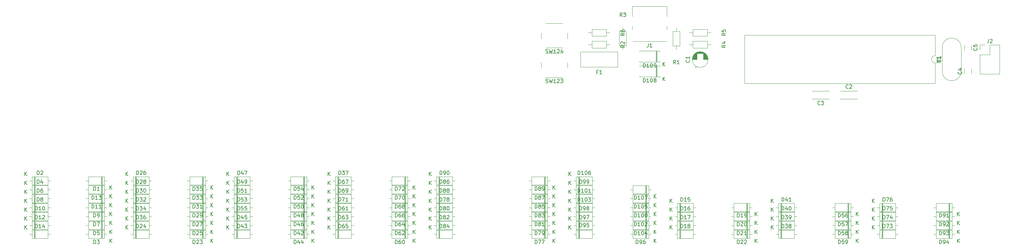
<source format=gbr>
%TF.GenerationSoftware,KiCad,Pcbnew,(6.0.0)*%
%TF.CreationDate,2022-02-26T22:27:28+01:00*%
%TF.ProjectId,pcb,7063622e-6b69-4636-9164-5f7063625858,rev?*%
%TF.SameCoordinates,Original*%
%TF.FileFunction,Legend,Top*%
%TF.FilePolarity,Positive*%
%FSLAX46Y46*%
G04 Gerber Fmt 4.6, Leading zero omitted, Abs format (unit mm)*
G04 Created by KiCad (PCBNEW (6.0.0)) date 2022-02-26 22:27:28*
%MOMM*%
%LPD*%
G01*
G04 APERTURE LIST*
%ADD10C,0.150000*%
%ADD11C,0.120000*%
G04 APERTURE END LIST*
D10*
%TO.C,SW124*%
X260445535Y-136417261D02*
X260588392Y-136464880D01*
X260826488Y-136464880D01*
X260921726Y-136417261D01*
X260969345Y-136369642D01*
X261016964Y-136274404D01*
X261016964Y-136179166D01*
X260969345Y-136083928D01*
X260921726Y-136036309D01*
X260826488Y-135988690D01*
X260636011Y-135941071D01*
X260540773Y-135893452D01*
X260493154Y-135845833D01*
X260445535Y-135750595D01*
X260445535Y-135655357D01*
X260493154Y-135560119D01*
X260540773Y-135512500D01*
X260636011Y-135464880D01*
X260874107Y-135464880D01*
X261016964Y-135512500D01*
X261350297Y-135464880D02*
X261588392Y-136464880D01*
X261778869Y-135750595D01*
X261969345Y-136464880D01*
X262207440Y-135464880D01*
X263112202Y-136464880D02*
X262540773Y-136464880D01*
X262826488Y-136464880D02*
X262826488Y-135464880D01*
X262731250Y-135607738D01*
X262636011Y-135702976D01*
X262540773Y-135750595D01*
X263493154Y-135560119D02*
X263540773Y-135512500D01*
X263636011Y-135464880D01*
X263874107Y-135464880D01*
X263969345Y-135512500D01*
X264016964Y-135560119D01*
X264064583Y-135655357D01*
X264064583Y-135750595D01*
X264016964Y-135893452D01*
X263445535Y-136464880D01*
X264064583Y-136464880D01*
X264921726Y-135798214D02*
X264921726Y-136464880D01*
X264683630Y-135417261D02*
X264445535Y-136131547D01*
X265064583Y-136131547D01*
%TO.C,F1*%
X274314166Y-141481071D02*
X273980833Y-141481071D01*
X273980833Y-142004880D02*
X273980833Y-141004880D01*
X274457023Y-141004880D01*
X275361785Y-142004880D02*
X274790357Y-142004880D01*
X275076071Y-142004880D02*
X275076071Y-141004880D01*
X274980833Y-141147738D01*
X274885595Y-141242976D01*
X274790357Y-141290595D01*
%TO.C,D106*%
X268978273Y-168988630D02*
X268978273Y-167988630D01*
X269216369Y-167988630D01*
X269359226Y-168036250D01*
X269454464Y-168131488D01*
X269502083Y-168226726D01*
X269549702Y-168417202D01*
X269549702Y-168560059D01*
X269502083Y-168750535D01*
X269454464Y-168845773D01*
X269359226Y-168941011D01*
X269216369Y-168988630D01*
X268978273Y-168988630D01*
X270502083Y-168988630D02*
X269930654Y-168988630D01*
X270216369Y-168988630D02*
X270216369Y-167988630D01*
X270121130Y-168131488D01*
X270025892Y-168226726D01*
X269930654Y-168274345D01*
X271121130Y-167988630D02*
X271216369Y-167988630D01*
X271311607Y-168036250D01*
X271359226Y-168083869D01*
X271406845Y-168179107D01*
X271454464Y-168369583D01*
X271454464Y-168607678D01*
X271406845Y-168798154D01*
X271359226Y-168893392D01*
X271311607Y-168941011D01*
X271216369Y-168988630D01*
X271121130Y-168988630D01*
X271025892Y-168941011D01*
X270978273Y-168893392D01*
X270930654Y-168798154D01*
X270883035Y-168607678D01*
X270883035Y-168369583D01*
X270930654Y-168179107D01*
X270978273Y-168083869D01*
X271025892Y-168036250D01*
X271121130Y-167988630D01*
X272311607Y-167988630D02*
X272121130Y-167988630D01*
X272025892Y-168036250D01*
X271978273Y-168083869D01*
X271883035Y-168226726D01*
X271835416Y-168417202D01*
X271835416Y-168798154D01*
X271883035Y-168893392D01*
X271930654Y-168941011D01*
X272025892Y-168988630D01*
X272216369Y-168988630D01*
X272311607Y-168941011D01*
X272359226Y-168893392D01*
X272406845Y-168798154D01*
X272406845Y-168560059D01*
X272359226Y-168464821D01*
X272311607Y-168417202D01*
X272216369Y-168369583D01*
X272025892Y-168369583D01*
X271930654Y-168417202D01*
X271883035Y-168464821D01*
X271835416Y-168560059D01*
X266596845Y-169308630D02*
X266596845Y-168308630D01*
X267168273Y-169308630D02*
X266739702Y-168737202D01*
X267168273Y-168308630D02*
X266596845Y-168880059D01*
%TO.C,D104*%
X284059523Y-185134880D02*
X284059523Y-184134880D01*
X284297619Y-184134880D01*
X284440476Y-184182500D01*
X284535714Y-184277738D01*
X284583333Y-184372976D01*
X284630952Y-184563452D01*
X284630952Y-184706309D01*
X284583333Y-184896785D01*
X284535714Y-184992023D01*
X284440476Y-185087261D01*
X284297619Y-185134880D01*
X284059523Y-185134880D01*
X285583333Y-185134880D02*
X285011904Y-185134880D01*
X285297619Y-185134880D02*
X285297619Y-184134880D01*
X285202380Y-184277738D01*
X285107142Y-184372976D01*
X285011904Y-184420595D01*
X286202380Y-184134880D02*
X286297619Y-184134880D01*
X286392857Y-184182500D01*
X286440476Y-184230119D01*
X286488095Y-184325357D01*
X286535714Y-184515833D01*
X286535714Y-184753928D01*
X286488095Y-184944404D01*
X286440476Y-185039642D01*
X286392857Y-185087261D01*
X286297619Y-185134880D01*
X286202380Y-185134880D01*
X286107142Y-185087261D01*
X286059523Y-185039642D01*
X286011904Y-184944404D01*
X285964285Y-184753928D01*
X285964285Y-184515833D01*
X286011904Y-184325357D01*
X286059523Y-184230119D01*
X286107142Y-184182500D01*
X286202380Y-184134880D01*
X287392857Y-184468214D02*
X287392857Y-185134880D01*
X287154761Y-184087261D02*
X286916666Y-184801547D01*
X287535714Y-184801547D01*
X289298095Y-184814880D02*
X289298095Y-183814880D01*
X289869523Y-184814880D02*
X289440952Y-184243452D01*
X289869523Y-183814880D02*
X289298095Y-184386309D01*
%TO.C,D14*%
X124198214Y-183276130D02*
X124198214Y-182276130D01*
X124436309Y-182276130D01*
X124579166Y-182323750D01*
X124674404Y-182418988D01*
X124722023Y-182514226D01*
X124769642Y-182704702D01*
X124769642Y-182847559D01*
X124722023Y-183038035D01*
X124674404Y-183133273D01*
X124579166Y-183228511D01*
X124436309Y-183276130D01*
X124198214Y-183276130D01*
X125722023Y-183276130D02*
X125150595Y-183276130D01*
X125436309Y-183276130D02*
X125436309Y-182276130D01*
X125341071Y-182418988D01*
X125245833Y-182514226D01*
X125150595Y-182561845D01*
X126579166Y-182609464D02*
X126579166Y-183276130D01*
X126341071Y-182228511D02*
X126102976Y-182942797D01*
X126722023Y-182942797D01*
X121340595Y-183596130D02*
X121340595Y-182596130D01*
X121912023Y-183596130D02*
X121483452Y-183024702D01*
X121912023Y-182596130D02*
X121340595Y-183167559D01*
%TO.C,D79*%
X257548214Y-185134880D02*
X257548214Y-184134880D01*
X257786309Y-184134880D01*
X257929166Y-184182500D01*
X258024404Y-184277738D01*
X258072023Y-184372976D01*
X258119642Y-184563452D01*
X258119642Y-184706309D01*
X258072023Y-184896785D01*
X258024404Y-184992023D01*
X257929166Y-185087261D01*
X257786309Y-185134880D01*
X257548214Y-185134880D01*
X258452976Y-184134880D02*
X259119642Y-184134880D01*
X258691071Y-185134880D01*
X259548214Y-185134880D02*
X259738690Y-185134880D01*
X259833928Y-185087261D01*
X259881547Y-185039642D01*
X259976785Y-184896785D01*
X260024404Y-184706309D01*
X260024404Y-184325357D01*
X259976785Y-184230119D01*
X259929166Y-184182500D01*
X259833928Y-184134880D01*
X259643452Y-184134880D01*
X259548214Y-184182500D01*
X259500595Y-184230119D01*
X259452976Y-184325357D01*
X259452976Y-184563452D01*
X259500595Y-184658690D01*
X259548214Y-184706309D01*
X259643452Y-184753928D01*
X259833928Y-184753928D01*
X259929166Y-184706309D01*
X259976785Y-184658690D01*
X260024404Y-184563452D01*
X262310595Y-184814880D02*
X262310595Y-183814880D01*
X262882023Y-184814880D02*
X262453452Y-184243452D01*
X262882023Y-183814880D02*
X262310595Y-184386309D01*
%TO.C,D75*%
X350416964Y-178513630D02*
X350416964Y-177513630D01*
X350655059Y-177513630D01*
X350797916Y-177561250D01*
X350893154Y-177656488D01*
X350940773Y-177751726D01*
X350988392Y-177942202D01*
X350988392Y-178085059D01*
X350940773Y-178275535D01*
X350893154Y-178370773D01*
X350797916Y-178466011D01*
X350655059Y-178513630D01*
X350416964Y-178513630D01*
X351321726Y-177513630D02*
X351988392Y-177513630D01*
X351559821Y-178513630D01*
X352845535Y-177513630D02*
X352369345Y-177513630D01*
X352321726Y-177989821D01*
X352369345Y-177942202D01*
X352464583Y-177894583D01*
X352702678Y-177894583D01*
X352797916Y-177942202D01*
X352845535Y-177989821D01*
X352893154Y-178085059D01*
X352893154Y-178323154D01*
X352845535Y-178418392D01*
X352797916Y-178466011D01*
X352702678Y-178513630D01*
X352464583Y-178513630D01*
X352369345Y-178466011D01*
X352321726Y-178418392D01*
X347559345Y-178833630D02*
X347559345Y-177833630D01*
X348130773Y-178833630D02*
X347702202Y-178262202D01*
X348130773Y-177833630D02*
X347559345Y-178405059D01*
%TO.C,D62*%
X220241964Y-185134880D02*
X220241964Y-184134880D01*
X220480059Y-184134880D01*
X220622916Y-184182500D01*
X220718154Y-184277738D01*
X220765773Y-184372976D01*
X220813392Y-184563452D01*
X220813392Y-184706309D01*
X220765773Y-184896785D01*
X220718154Y-184992023D01*
X220622916Y-185087261D01*
X220480059Y-185134880D01*
X220241964Y-185134880D01*
X221670535Y-184134880D02*
X221480059Y-184134880D01*
X221384821Y-184182500D01*
X221337202Y-184230119D01*
X221241964Y-184372976D01*
X221194345Y-184563452D01*
X221194345Y-184944404D01*
X221241964Y-185039642D01*
X221289583Y-185087261D01*
X221384821Y-185134880D01*
X221575297Y-185134880D01*
X221670535Y-185087261D01*
X221718154Y-185039642D01*
X221765773Y-184944404D01*
X221765773Y-184706309D01*
X221718154Y-184611071D01*
X221670535Y-184563452D01*
X221575297Y-184515833D01*
X221384821Y-184515833D01*
X221289583Y-184563452D01*
X221241964Y-184611071D01*
X221194345Y-184706309D01*
X222146726Y-184230119D02*
X222194345Y-184182500D01*
X222289583Y-184134880D01*
X222527678Y-184134880D01*
X222622916Y-184182500D01*
X222670535Y-184230119D01*
X222718154Y-184325357D01*
X222718154Y-184420595D01*
X222670535Y-184563452D01*
X222099107Y-185134880D01*
X222718154Y-185134880D01*
X225004345Y-184814880D02*
X225004345Y-183814880D01*
X225575773Y-184814880D02*
X225147202Y-184243452D01*
X225575773Y-183814880D02*
X225004345Y-184386309D01*
%TO.C,D30*%
X151185714Y-173751130D02*
X151185714Y-172751130D01*
X151423809Y-172751130D01*
X151566666Y-172798750D01*
X151661904Y-172893988D01*
X151709523Y-172989226D01*
X151757142Y-173179702D01*
X151757142Y-173322559D01*
X151709523Y-173513035D01*
X151661904Y-173608273D01*
X151566666Y-173703511D01*
X151423809Y-173751130D01*
X151185714Y-173751130D01*
X152090476Y-172751130D02*
X152709523Y-172751130D01*
X152376190Y-173132083D01*
X152519047Y-173132083D01*
X152614285Y-173179702D01*
X152661904Y-173227321D01*
X152709523Y-173322559D01*
X152709523Y-173560654D01*
X152661904Y-173655892D01*
X152614285Y-173703511D01*
X152519047Y-173751130D01*
X152233333Y-173751130D01*
X152138095Y-173703511D01*
X152090476Y-173655892D01*
X153328571Y-172751130D02*
X153423809Y-172751130D01*
X153519047Y-172798750D01*
X153566666Y-172846369D01*
X153614285Y-172941607D01*
X153661904Y-173132083D01*
X153661904Y-173370178D01*
X153614285Y-173560654D01*
X153566666Y-173655892D01*
X153519047Y-173703511D01*
X153423809Y-173751130D01*
X153328571Y-173751130D01*
X153233333Y-173703511D01*
X153185714Y-173655892D01*
X153138095Y-173560654D01*
X153090476Y-173370178D01*
X153090476Y-173132083D01*
X153138095Y-172941607D01*
X153185714Y-172846369D01*
X153233333Y-172798750D01*
X153328571Y-172751130D01*
X148328095Y-174071130D02*
X148328095Y-173071130D01*
X148899523Y-174071130D02*
X148470952Y-173499702D01*
X148899523Y-173071130D02*
X148328095Y-173642559D01*
%TO.C,D22*%
X311523214Y-187516130D02*
X311523214Y-186516130D01*
X311761309Y-186516130D01*
X311904166Y-186563750D01*
X311999404Y-186658988D01*
X312047023Y-186754226D01*
X312094642Y-186944702D01*
X312094642Y-187087559D01*
X312047023Y-187278035D01*
X311999404Y-187373273D01*
X311904166Y-187468511D01*
X311761309Y-187516130D01*
X311523214Y-187516130D01*
X312475595Y-186611369D02*
X312523214Y-186563750D01*
X312618452Y-186516130D01*
X312856547Y-186516130D01*
X312951785Y-186563750D01*
X312999404Y-186611369D01*
X313047023Y-186706607D01*
X313047023Y-186801845D01*
X312999404Y-186944702D01*
X312427976Y-187516130D01*
X313047023Y-187516130D01*
X313427976Y-186611369D02*
X313475595Y-186563750D01*
X313570833Y-186516130D01*
X313808928Y-186516130D01*
X313904166Y-186563750D01*
X313951785Y-186611369D01*
X313999404Y-186706607D01*
X313999404Y-186801845D01*
X313951785Y-186944702D01*
X313380357Y-187516130D01*
X313999404Y-187516130D01*
X316285595Y-187196130D02*
X316285595Y-186196130D01*
X316857023Y-187196130D02*
X316428452Y-186624702D01*
X316857023Y-186196130D02*
X316285595Y-186767559D01*
%TO.C,D31*%
X166266964Y-177991130D02*
X166266964Y-176991130D01*
X166505059Y-176991130D01*
X166647916Y-177038750D01*
X166743154Y-177133988D01*
X166790773Y-177229226D01*
X166838392Y-177419702D01*
X166838392Y-177562559D01*
X166790773Y-177753035D01*
X166743154Y-177848273D01*
X166647916Y-177943511D01*
X166505059Y-177991130D01*
X166266964Y-177991130D01*
X167171726Y-176991130D02*
X167790773Y-176991130D01*
X167457440Y-177372083D01*
X167600297Y-177372083D01*
X167695535Y-177419702D01*
X167743154Y-177467321D01*
X167790773Y-177562559D01*
X167790773Y-177800654D01*
X167743154Y-177895892D01*
X167695535Y-177943511D01*
X167600297Y-177991130D01*
X167314583Y-177991130D01*
X167219345Y-177943511D01*
X167171726Y-177895892D01*
X168743154Y-177991130D02*
X168171726Y-177991130D01*
X168457440Y-177991130D02*
X168457440Y-176991130D01*
X168362202Y-177133988D01*
X168266964Y-177229226D01*
X168171726Y-177276845D01*
X171029345Y-177671130D02*
X171029345Y-176671130D01*
X171600773Y-177671130D02*
X171172202Y-177099702D01*
X171600773Y-176671130D02*
X171029345Y-177242559D01*
%TO.C,R5*%
X308427380Y-131135416D02*
X307951190Y-131468750D01*
X308427380Y-131706845D02*
X307427380Y-131706845D01*
X307427380Y-131325892D01*
X307475000Y-131230654D01*
X307522619Y-131183035D01*
X307617857Y-131135416D01*
X307760714Y-131135416D01*
X307855952Y-131183035D01*
X307903571Y-131230654D01*
X307951190Y-131325892D01*
X307951190Y-131706845D01*
X307427380Y-130230654D02*
X307427380Y-130706845D01*
X307903571Y-130754464D01*
X307855952Y-130706845D01*
X307808333Y-130611607D01*
X307808333Y-130373511D01*
X307855952Y-130278273D01*
X307903571Y-130230654D01*
X307998809Y-130183035D01*
X308236904Y-130183035D01*
X308332142Y-130230654D01*
X308379761Y-130278273D01*
X308427380Y-130373511D01*
X308427380Y-130611607D01*
X308379761Y-130706845D01*
X308332142Y-130754464D01*
%TO.C,D102*%
X284059523Y-182753630D02*
X284059523Y-181753630D01*
X284297619Y-181753630D01*
X284440476Y-181801250D01*
X284535714Y-181896488D01*
X284583333Y-181991726D01*
X284630952Y-182182202D01*
X284630952Y-182325059D01*
X284583333Y-182515535D01*
X284535714Y-182610773D01*
X284440476Y-182706011D01*
X284297619Y-182753630D01*
X284059523Y-182753630D01*
X285583333Y-182753630D02*
X285011904Y-182753630D01*
X285297619Y-182753630D02*
X285297619Y-181753630D01*
X285202380Y-181896488D01*
X285107142Y-181991726D01*
X285011904Y-182039345D01*
X286202380Y-181753630D02*
X286297619Y-181753630D01*
X286392857Y-181801250D01*
X286440476Y-181848869D01*
X286488095Y-181944107D01*
X286535714Y-182134583D01*
X286535714Y-182372678D01*
X286488095Y-182563154D01*
X286440476Y-182658392D01*
X286392857Y-182706011D01*
X286297619Y-182753630D01*
X286202380Y-182753630D01*
X286107142Y-182706011D01*
X286059523Y-182658392D01*
X286011904Y-182563154D01*
X285964285Y-182372678D01*
X285964285Y-182134583D01*
X286011904Y-181944107D01*
X286059523Y-181848869D01*
X286107142Y-181801250D01*
X286202380Y-181753630D01*
X286916666Y-181848869D02*
X286964285Y-181801250D01*
X287059523Y-181753630D01*
X287297619Y-181753630D01*
X287392857Y-181801250D01*
X287440476Y-181848869D01*
X287488095Y-181944107D01*
X287488095Y-182039345D01*
X287440476Y-182182202D01*
X286869047Y-182753630D01*
X287488095Y-182753630D01*
X289298095Y-182433630D02*
X289298095Y-181433630D01*
X289869523Y-182433630D02*
X289440952Y-181862202D01*
X289869523Y-181433630D02*
X289298095Y-182005059D01*
%TO.C,D72*%
X220241964Y-173228630D02*
X220241964Y-172228630D01*
X220480059Y-172228630D01*
X220622916Y-172276250D01*
X220718154Y-172371488D01*
X220765773Y-172466726D01*
X220813392Y-172657202D01*
X220813392Y-172800059D01*
X220765773Y-172990535D01*
X220718154Y-173085773D01*
X220622916Y-173181011D01*
X220480059Y-173228630D01*
X220241964Y-173228630D01*
X221146726Y-172228630D02*
X221813392Y-172228630D01*
X221384821Y-173228630D01*
X222146726Y-172323869D02*
X222194345Y-172276250D01*
X222289583Y-172228630D01*
X222527678Y-172228630D01*
X222622916Y-172276250D01*
X222670535Y-172323869D01*
X222718154Y-172419107D01*
X222718154Y-172514345D01*
X222670535Y-172657202D01*
X222099107Y-173228630D01*
X222718154Y-173228630D01*
X225004345Y-172908630D02*
X225004345Y-171908630D01*
X225575773Y-172908630D02*
X225147202Y-172337202D01*
X225575773Y-171908630D02*
X225004345Y-172480059D01*
%TO.C,D27*%
X166266964Y-182753630D02*
X166266964Y-181753630D01*
X166505059Y-181753630D01*
X166647916Y-181801250D01*
X166743154Y-181896488D01*
X166790773Y-181991726D01*
X166838392Y-182182202D01*
X166838392Y-182325059D01*
X166790773Y-182515535D01*
X166743154Y-182610773D01*
X166647916Y-182706011D01*
X166505059Y-182753630D01*
X166266964Y-182753630D01*
X167219345Y-181848869D02*
X167266964Y-181801250D01*
X167362202Y-181753630D01*
X167600297Y-181753630D01*
X167695535Y-181801250D01*
X167743154Y-181848869D01*
X167790773Y-181944107D01*
X167790773Y-182039345D01*
X167743154Y-182182202D01*
X167171726Y-182753630D01*
X167790773Y-182753630D01*
X168124107Y-181753630D02*
X168790773Y-181753630D01*
X168362202Y-182753630D01*
X171029345Y-182433630D02*
X171029345Y-181433630D01*
X171600773Y-182433630D02*
X171172202Y-181862202D01*
X171600773Y-181433630D02*
X171029345Y-182005059D01*
%TO.C,D1*%
X139755654Y-173228630D02*
X139755654Y-172228630D01*
X139993750Y-172228630D01*
X140136607Y-172276250D01*
X140231845Y-172371488D01*
X140279464Y-172466726D01*
X140327083Y-172657202D01*
X140327083Y-172800059D01*
X140279464Y-172990535D01*
X140231845Y-173085773D01*
X140136607Y-173181011D01*
X139993750Y-173228630D01*
X139755654Y-173228630D01*
X141279464Y-173228630D02*
X140708035Y-173228630D01*
X140993750Y-173228630D02*
X140993750Y-172228630D01*
X140898511Y-172371488D01*
X140803273Y-172466726D01*
X140708035Y-172514345D01*
X144041845Y-172908630D02*
X144041845Y-171908630D01*
X144613273Y-172908630D02*
X144184702Y-172337202D01*
X144613273Y-171908630D02*
X144041845Y-172480059D01*
%TO.C,D84*%
X232148214Y-183276130D02*
X232148214Y-182276130D01*
X232386309Y-182276130D01*
X232529166Y-182323750D01*
X232624404Y-182418988D01*
X232672023Y-182514226D01*
X232719642Y-182704702D01*
X232719642Y-182847559D01*
X232672023Y-183038035D01*
X232624404Y-183133273D01*
X232529166Y-183228511D01*
X232386309Y-183276130D01*
X232148214Y-183276130D01*
X233291071Y-182704702D02*
X233195833Y-182657083D01*
X233148214Y-182609464D01*
X233100595Y-182514226D01*
X233100595Y-182466607D01*
X233148214Y-182371369D01*
X233195833Y-182323750D01*
X233291071Y-182276130D01*
X233481547Y-182276130D01*
X233576785Y-182323750D01*
X233624404Y-182371369D01*
X233672023Y-182466607D01*
X233672023Y-182514226D01*
X233624404Y-182609464D01*
X233576785Y-182657083D01*
X233481547Y-182704702D01*
X233291071Y-182704702D01*
X233195833Y-182752321D01*
X233148214Y-182799940D01*
X233100595Y-182895178D01*
X233100595Y-183085654D01*
X233148214Y-183180892D01*
X233195833Y-183228511D01*
X233291071Y-183276130D01*
X233481547Y-183276130D01*
X233576785Y-183228511D01*
X233624404Y-183180892D01*
X233672023Y-183085654D01*
X233672023Y-182895178D01*
X233624404Y-182799940D01*
X233576785Y-182752321D01*
X233481547Y-182704702D01*
X234529166Y-182609464D02*
X234529166Y-183276130D01*
X234291071Y-182228511D02*
X234052976Y-182942797D01*
X234672023Y-182942797D01*
X229290595Y-183596130D02*
X229290595Y-182596130D01*
X229862023Y-183596130D02*
X229433452Y-183024702D01*
X229862023Y-182596130D02*
X229290595Y-183167559D01*
%TO.C,D107*%
X284059523Y-175609880D02*
X284059523Y-174609880D01*
X284297619Y-174609880D01*
X284440476Y-174657500D01*
X284535714Y-174752738D01*
X284583333Y-174847976D01*
X284630952Y-175038452D01*
X284630952Y-175181309D01*
X284583333Y-175371785D01*
X284535714Y-175467023D01*
X284440476Y-175562261D01*
X284297619Y-175609880D01*
X284059523Y-175609880D01*
X285583333Y-175609880D02*
X285011904Y-175609880D01*
X285297619Y-175609880D02*
X285297619Y-174609880D01*
X285202380Y-174752738D01*
X285107142Y-174847976D01*
X285011904Y-174895595D01*
X286202380Y-174609880D02*
X286297619Y-174609880D01*
X286392857Y-174657500D01*
X286440476Y-174705119D01*
X286488095Y-174800357D01*
X286535714Y-174990833D01*
X286535714Y-175228928D01*
X286488095Y-175419404D01*
X286440476Y-175514642D01*
X286392857Y-175562261D01*
X286297619Y-175609880D01*
X286202380Y-175609880D01*
X286107142Y-175562261D01*
X286059523Y-175514642D01*
X286011904Y-175419404D01*
X285964285Y-175228928D01*
X285964285Y-174990833D01*
X286011904Y-174800357D01*
X286059523Y-174705119D01*
X286107142Y-174657500D01*
X286202380Y-174609880D01*
X286869047Y-174609880D02*
X287535714Y-174609880D01*
X287107142Y-175609880D01*
X289298095Y-175289880D02*
X289298095Y-174289880D01*
X289869523Y-175289880D02*
X289440952Y-174718452D01*
X289869523Y-174289880D02*
X289298095Y-174861309D01*
%TO.C,D3*%
X139755654Y-187516130D02*
X139755654Y-186516130D01*
X139993750Y-186516130D01*
X140136607Y-186563750D01*
X140231845Y-186658988D01*
X140279464Y-186754226D01*
X140327083Y-186944702D01*
X140327083Y-187087559D01*
X140279464Y-187278035D01*
X140231845Y-187373273D01*
X140136607Y-187468511D01*
X139993750Y-187516130D01*
X139755654Y-187516130D01*
X140660416Y-186516130D02*
X141279464Y-186516130D01*
X140946130Y-186897083D01*
X141088988Y-186897083D01*
X141184226Y-186944702D01*
X141231845Y-186992321D01*
X141279464Y-187087559D01*
X141279464Y-187325654D01*
X141231845Y-187420892D01*
X141184226Y-187468511D01*
X141088988Y-187516130D01*
X140803273Y-187516130D01*
X140708035Y-187468511D01*
X140660416Y-187420892D01*
X144041845Y-187196130D02*
X144041845Y-186196130D01*
X144613273Y-187196130D02*
X144184702Y-186624702D01*
X144613273Y-186196130D02*
X144041845Y-186767559D01*
%TO.C,D32*%
X151185714Y-176132380D02*
X151185714Y-175132380D01*
X151423809Y-175132380D01*
X151566666Y-175180000D01*
X151661904Y-175275238D01*
X151709523Y-175370476D01*
X151757142Y-175560952D01*
X151757142Y-175703809D01*
X151709523Y-175894285D01*
X151661904Y-175989523D01*
X151566666Y-176084761D01*
X151423809Y-176132380D01*
X151185714Y-176132380D01*
X152090476Y-175132380D02*
X152709523Y-175132380D01*
X152376190Y-175513333D01*
X152519047Y-175513333D01*
X152614285Y-175560952D01*
X152661904Y-175608571D01*
X152709523Y-175703809D01*
X152709523Y-175941904D01*
X152661904Y-176037142D01*
X152614285Y-176084761D01*
X152519047Y-176132380D01*
X152233333Y-176132380D01*
X152138095Y-176084761D01*
X152090476Y-176037142D01*
X153090476Y-175227619D02*
X153138095Y-175180000D01*
X153233333Y-175132380D01*
X153471428Y-175132380D01*
X153566666Y-175180000D01*
X153614285Y-175227619D01*
X153661904Y-175322857D01*
X153661904Y-175418095D01*
X153614285Y-175560952D01*
X153042857Y-176132380D01*
X153661904Y-176132380D01*
X148328095Y-176452380D02*
X148328095Y-175452380D01*
X148899523Y-176452380D02*
X148470952Y-175880952D01*
X148899523Y-175452380D02*
X148328095Y-176023809D01*
%TO.C,R3*%
X280820833Y-126658630D02*
X280487500Y-126182440D01*
X280249404Y-126658630D02*
X280249404Y-125658630D01*
X280630357Y-125658630D01*
X280725595Y-125706250D01*
X280773214Y-125753869D01*
X280820833Y-125849107D01*
X280820833Y-125991964D01*
X280773214Y-126087202D01*
X280725595Y-126134821D01*
X280630357Y-126182440D01*
X280249404Y-126182440D01*
X281154166Y-125658630D02*
X281773214Y-125658630D01*
X281439880Y-126039583D01*
X281582738Y-126039583D01*
X281677976Y-126087202D01*
X281725595Y-126134821D01*
X281773214Y-126230059D01*
X281773214Y-126468154D01*
X281725595Y-126563392D01*
X281677976Y-126611011D01*
X281582738Y-126658630D01*
X281297023Y-126658630D01*
X281201785Y-126611011D01*
X281154166Y-126563392D01*
%TO.C,D57*%
X338510714Y-182753630D02*
X338510714Y-181753630D01*
X338748809Y-181753630D01*
X338891666Y-181801250D01*
X338986904Y-181896488D01*
X339034523Y-181991726D01*
X339082142Y-182182202D01*
X339082142Y-182325059D01*
X339034523Y-182515535D01*
X338986904Y-182610773D01*
X338891666Y-182706011D01*
X338748809Y-182753630D01*
X338510714Y-182753630D01*
X339986904Y-181753630D02*
X339510714Y-181753630D01*
X339463095Y-182229821D01*
X339510714Y-182182202D01*
X339605952Y-182134583D01*
X339844047Y-182134583D01*
X339939285Y-182182202D01*
X339986904Y-182229821D01*
X340034523Y-182325059D01*
X340034523Y-182563154D01*
X339986904Y-182658392D01*
X339939285Y-182706011D01*
X339844047Y-182753630D01*
X339605952Y-182753630D01*
X339510714Y-182706011D01*
X339463095Y-182658392D01*
X340367857Y-181753630D02*
X341034523Y-181753630D01*
X340605952Y-182753630D01*
X343273095Y-182433630D02*
X343273095Y-181433630D01*
X343844523Y-182433630D02*
X343415952Y-181862202D01*
X343844523Y-181433630D02*
X343273095Y-182005059D01*
%TO.C,D103*%
X268978273Y-176132380D02*
X268978273Y-175132380D01*
X269216369Y-175132380D01*
X269359226Y-175180000D01*
X269454464Y-175275238D01*
X269502083Y-175370476D01*
X269549702Y-175560952D01*
X269549702Y-175703809D01*
X269502083Y-175894285D01*
X269454464Y-175989523D01*
X269359226Y-176084761D01*
X269216369Y-176132380D01*
X268978273Y-176132380D01*
X270502083Y-176132380D02*
X269930654Y-176132380D01*
X270216369Y-176132380D02*
X270216369Y-175132380D01*
X270121130Y-175275238D01*
X270025892Y-175370476D01*
X269930654Y-175418095D01*
X271121130Y-175132380D02*
X271216369Y-175132380D01*
X271311607Y-175180000D01*
X271359226Y-175227619D01*
X271406845Y-175322857D01*
X271454464Y-175513333D01*
X271454464Y-175751428D01*
X271406845Y-175941904D01*
X271359226Y-176037142D01*
X271311607Y-176084761D01*
X271216369Y-176132380D01*
X271121130Y-176132380D01*
X271025892Y-176084761D01*
X270978273Y-176037142D01*
X270930654Y-175941904D01*
X270883035Y-175751428D01*
X270883035Y-175513333D01*
X270930654Y-175322857D01*
X270978273Y-175227619D01*
X271025892Y-175180000D01*
X271121130Y-175132380D01*
X271787797Y-175132380D02*
X272406845Y-175132380D01*
X272073511Y-175513333D01*
X272216369Y-175513333D01*
X272311607Y-175560952D01*
X272359226Y-175608571D01*
X272406845Y-175703809D01*
X272406845Y-175941904D01*
X272359226Y-176037142D01*
X272311607Y-176084761D01*
X272216369Y-176132380D01*
X271930654Y-176132380D01*
X271835416Y-176084761D01*
X271787797Y-176037142D01*
X266596845Y-176452380D02*
X266596845Y-175452380D01*
X267168273Y-176452380D02*
X266739702Y-175880952D01*
X267168273Y-175452380D02*
X266596845Y-176023809D01*
%TO.C,Y1*%
X365207440Y-138598690D02*
X365683630Y-138598690D01*
X364683630Y-138932023D02*
X365207440Y-138598690D01*
X364683630Y-138265357D01*
X365683630Y-137408214D02*
X365683630Y-137979642D01*
X365683630Y-137693928D02*
X364683630Y-137693928D01*
X364826488Y-137789166D01*
X364921726Y-137884404D01*
X364969345Y-137979642D01*
%TO.C,D91*%
X365498214Y-180372380D02*
X365498214Y-179372380D01*
X365736309Y-179372380D01*
X365879166Y-179420000D01*
X365974404Y-179515238D01*
X366022023Y-179610476D01*
X366069642Y-179800952D01*
X366069642Y-179943809D01*
X366022023Y-180134285D01*
X365974404Y-180229523D01*
X365879166Y-180324761D01*
X365736309Y-180372380D01*
X365498214Y-180372380D01*
X366545833Y-180372380D02*
X366736309Y-180372380D01*
X366831547Y-180324761D01*
X366879166Y-180277142D01*
X366974404Y-180134285D01*
X367022023Y-179943809D01*
X367022023Y-179562857D01*
X366974404Y-179467619D01*
X366926785Y-179420000D01*
X366831547Y-179372380D01*
X366641071Y-179372380D01*
X366545833Y-179420000D01*
X366498214Y-179467619D01*
X366450595Y-179562857D01*
X366450595Y-179800952D01*
X366498214Y-179896190D01*
X366545833Y-179943809D01*
X366641071Y-179991428D01*
X366831547Y-179991428D01*
X366926785Y-179943809D01*
X366974404Y-179896190D01*
X367022023Y-179800952D01*
X367974404Y-180372380D02*
X367402976Y-180372380D01*
X367688690Y-180372380D02*
X367688690Y-179372380D01*
X367593452Y-179515238D01*
X367498214Y-179610476D01*
X367402976Y-179658095D01*
X370260595Y-180052380D02*
X370260595Y-179052380D01*
X370832023Y-180052380D02*
X370403452Y-179480952D01*
X370832023Y-179052380D02*
X370260595Y-179623809D01*
%TO.C,D82*%
X232148214Y-180894880D02*
X232148214Y-179894880D01*
X232386309Y-179894880D01*
X232529166Y-179942500D01*
X232624404Y-180037738D01*
X232672023Y-180132976D01*
X232719642Y-180323452D01*
X232719642Y-180466309D01*
X232672023Y-180656785D01*
X232624404Y-180752023D01*
X232529166Y-180847261D01*
X232386309Y-180894880D01*
X232148214Y-180894880D01*
X233291071Y-180323452D02*
X233195833Y-180275833D01*
X233148214Y-180228214D01*
X233100595Y-180132976D01*
X233100595Y-180085357D01*
X233148214Y-179990119D01*
X233195833Y-179942500D01*
X233291071Y-179894880D01*
X233481547Y-179894880D01*
X233576785Y-179942500D01*
X233624404Y-179990119D01*
X233672023Y-180085357D01*
X233672023Y-180132976D01*
X233624404Y-180228214D01*
X233576785Y-180275833D01*
X233481547Y-180323452D01*
X233291071Y-180323452D01*
X233195833Y-180371071D01*
X233148214Y-180418690D01*
X233100595Y-180513928D01*
X233100595Y-180704404D01*
X233148214Y-180799642D01*
X233195833Y-180847261D01*
X233291071Y-180894880D01*
X233481547Y-180894880D01*
X233576785Y-180847261D01*
X233624404Y-180799642D01*
X233672023Y-180704404D01*
X233672023Y-180513928D01*
X233624404Y-180418690D01*
X233576785Y-180371071D01*
X233481547Y-180323452D01*
X234052976Y-179990119D02*
X234100595Y-179942500D01*
X234195833Y-179894880D01*
X234433928Y-179894880D01*
X234529166Y-179942500D01*
X234576785Y-179990119D01*
X234624404Y-180085357D01*
X234624404Y-180180595D01*
X234576785Y-180323452D01*
X234005357Y-180894880D01*
X234624404Y-180894880D01*
X229290595Y-181214880D02*
X229290595Y-180214880D01*
X229862023Y-181214880D02*
X229433452Y-180643452D01*
X229862023Y-180214880D02*
X229290595Y-180786309D01*
%TO.C,D12*%
X124198214Y-180894880D02*
X124198214Y-179894880D01*
X124436309Y-179894880D01*
X124579166Y-179942500D01*
X124674404Y-180037738D01*
X124722023Y-180132976D01*
X124769642Y-180323452D01*
X124769642Y-180466309D01*
X124722023Y-180656785D01*
X124674404Y-180752023D01*
X124579166Y-180847261D01*
X124436309Y-180894880D01*
X124198214Y-180894880D01*
X125722023Y-180894880D02*
X125150595Y-180894880D01*
X125436309Y-180894880D02*
X125436309Y-179894880D01*
X125341071Y-180037738D01*
X125245833Y-180132976D01*
X125150595Y-180180595D01*
X126102976Y-179990119D02*
X126150595Y-179942500D01*
X126245833Y-179894880D01*
X126483928Y-179894880D01*
X126579166Y-179942500D01*
X126626785Y-179990119D01*
X126674404Y-180085357D01*
X126674404Y-180180595D01*
X126626785Y-180323452D01*
X126055357Y-180894880D01*
X126674404Y-180894880D01*
X121340595Y-181214880D02*
X121340595Y-180214880D01*
X121912023Y-181214880D02*
X121483452Y-180643452D01*
X121912023Y-180214880D02*
X121340595Y-180786309D01*
%TO.C,D93*%
X365498214Y-185134880D02*
X365498214Y-184134880D01*
X365736309Y-184134880D01*
X365879166Y-184182500D01*
X365974404Y-184277738D01*
X366022023Y-184372976D01*
X366069642Y-184563452D01*
X366069642Y-184706309D01*
X366022023Y-184896785D01*
X365974404Y-184992023D01*
X365879166Y-185087261D01*
X365736309Y-185134880D01*
X365498214Y-185134880D01*
X366545833Y-185134880D02*
X366736309Y-185134880D01*
X366831547Y-185087261D01*
X366879166Y-185039642D01*
X366974404Y-184896785D01*
X367022023Y-184706309D01*
X367022023Y-184325357D01*
X366974404Y-184230119D01*
X366926785Y-184182500D01*
X366831547Y-184134880D01*
X366641071Y-184134880D01*
X366545833Y-184182500D01*
X366498214Y-184230119D01*
X366450595Y-184325357D01*
X366450595Y-184563452D01*
X366498214Y-184658690D01*
X366545833Y-184706309D01*
X366641071Y-184753928D01*
X366831547Y-184753928D01*
X366926785Y-184706309D01*
X366974404Y-184658690D01*
X367022023Y-184563452D01*
X367355357Y-184134880D02*
X367974404Y-184134880D01*
X367641071Y-184515833D01*
X367783928Y-184515833D01*
X367879166Y-184563452D01*
X367926785Y-184611071D01*
X367974404Y-184706309D01*
X367974404Y-184944404D01*
X367926785Y-185039642D01*
X367879166Y-185087261D01*
X367783928Y-185134880D01*
X367498214Y-185134880D01*
X367402976Y-185087261D01*
X367355357Y-185039642D01*
X370260595Y-184814880D02*
X370260595Y-183814880D01*
X370832023Y-184814880D02*
X370403452Y-184243452D01*
X370832023Y-183814880D02*
X370260595Y-184386309D01*
%TO.C,D63*%
X205160714Y-180894880D02*
X205160714Y-179894880D01*
X205398809Y-179894880D01*
X205541666Y-179942500D01*
X205636904Y-180037738D01*
X205684523Y-180132976D01*
X205732142Y-180323452D01*
X205732142Y-180466309D01*
X205684523Y-180656785D01*
X205636904Y-180752023D01*
X205541666Y-180847261D01*
X205398809Y-180894880D01*
X205160714Y-180894880D01*
X206589285Y-179894880D02*
X206398809Y-179894880D01*
X206303571Y-179942500D01*
X206255952Y-179990119D01*
X206160714Y-180132976D01*
X206113095Y-180323452D01*
X206113095Y-180704404D01*
X206160714Y-180799642D01*
X206208333Y-180847261D01*
X206303571Y-180894880D01*
X206494047Y-180894880D01*
X206589285Y-180847261D01*
X206636904Y-180799642D01*
X206684523Y-180704404D01*
X206684523Y-180466309D01*
X206636904Y-180371071D01*
X206589285Y-180323452D01*
X206494047Y-180275833D01*
X206303571Y-180275833D01*
X206208333Y-180323452D01*
X206160714Y-180371071D01*
X206113095Y-180466309D01*
X207017857Y-179894880D02*
X207636904Y-179894880D01*
X207303571Y-180275833D01*
X207446428Y-180275833D01*
X207541666Y-180323452D01*
X207589285Y-180371071D01*
X207636904Y-180466309D01*
X207636904Y-180704404D01*
X207589285Y-180799642D01*
X207541666Y-180847261D01*
X207446428Y-180894880D01*
X207160714Y-180894880D01*
X207065476Y-180847261D01*
X207017857Y-180799642D01*
X202303095Y-181214880D02*
X202303095Y-180214880D01*
X202874523Y-181214880D02*
X202445952Y-180643452D01*
X202874523Y-180214880D02*
X202303095Y-180786309D01*
%TO.C,D86*%
X232148214Y-171369880D02*
X232148214Y-170369880D01*
X232386309Y-170369880D01*
X232529166Y-170417500D01*
X232624404Y-170512738D01*
X232672023Y-170607976D01*
X232719642Y-170798452D01*
X232719642Y-170941309D01*
X232672023Y-171131785D01*
X232624404Y-171227023D01*
X232529166Y-171322261D01*
X232386309Y-171369880D01*
X232148214Y-171369880D01*
X233291071Y-170798452D02*
X233195833Y-170750833D01*
X233148214Y-170703214D01*
X233100595Y-170607976D01*
X233100595Y-170560357D01*
X233148214Y-170465119D01*
X233195833Y-170417500D01*
X233291071Y-170369880D01*
X233481547Y-170369880D01*
X233576785Y-170417500D01*
X233624404Y-170465119D01*
X233672023Y-170560357D01*
X233672023Y-170607976D01*
X233624404Y-170703214D01*
X233576785Y-170750833D01*
X233481547Y-170798452D01*
X233291071Y-170798452D01*
X233195833Y-170846071D01*
X233148214Y-170893690D01*
X233100595Y-170988928D01*
X233100595Y-171179404D01*
X233148214Y-171274642D01*
X233195833Y-171322261D01*
X233291071Y-171369880D01*
X233481547Y-171369880D01*
X233576785Y-171322261D01*
X233624404Y-171274642D01*
X233672023Y-171179404D01*
X233672023Y-170988928D01*
X233624404Y-170893690D01*
X233576785Y-170846071D01*
X233481547Y-170798452D01*
X234529166Y-170369880D02*
X234338690Y-170369880D01*
X234243452Y-170417500D01*
X234195833Y-170465119D01*
X234100595Y-170607976D01*
X234052976Y-170798452D01*
X234052976Y-171179404D01*
X234100595Y-171274642D01*
X234148214Y-171322261D01*
X234243452Y-171369880D01*
X234433928Y-171369880D01*
X234529166Y-171322261D01*
X234576785Y-171274642D01*
X234624404Y-171179404D01*
X234624404Y-170941309D01*
X234576785Y-170846071D01*
X234529166Y-170798452D01*
X234433928Y-170750833D01*
X234243452Y-170750833D01*
X234148214Y-170798452D01*
X234100595Y-170846071D01*
X234052976Y-170941309D01*
X229290595Y-171689880D02*
X229290595Y-170689880D01*
X229862023Y-171689880D02*
X229433452Y-171118452D01*
X229862023Y-170689880D02*
X229290595Y-171261309D01*
%TO.C,D36*%
X151185714Y-180894880D02*
X151185714Y-179894880D01*
X151423809Y-179894880D01*
X151566666Y-179942500D01*
X151661904Y-180037738D01*
X151709523Y-180132976D01*
X151757142Y-180323452D01*
X151757142Y-180466309D01*
X151709523Y-180656785D01*
X151661904Y-180752023D01*
X151566666Y-180847261D01*
X151423809Y-180894880D01*
X151185714Y-180894880D01*
X152090476Y-179894880D02*
X152709523Y-179894880D01*
X152376190Y-180275833D01*
X152519047Y-180275833D01*
X152614285Y-180323452D01*
X152661904Y-180371071D01*
X152709523Y-180466309D01*
X152709523Y-180704404D01*
X152661904Y-180799642D01*
X152614285Y-180847261D01*
X152519047Y-180894880D01*
X152233333Y-180894880D01*
X152138095Y-180847261D01*
X152090476Y-180799642D01*
X153566666Y-179894880D02*
X153376190Y-179894880D01*
X153280952Y-179942500D01*
X153233333Y-179990119D01*
X153138095Y-180132976D01*
X153090476Y-180323452D01*
X153090476Y-180704404D01*
X153138095Y-180799642D01*
X153185714Y-180847261D01*
X153280952Y-180894880D01*
X153471428Y-180894880D01*
X153566666Y-180847261D01*
X153614285Y-180799642D01*
X153661904Y-180704404D01*
X153661904Y-180466309D01*
X153614285Y-180371071D01*
X153566666Y-180323452D01*
X153471428Y-180275833D01*
X153280952Y-180275833D01*
X153185714Y-180323452D01*
X153138095Y-180371071D01*
X153090476Y-180466309D01*
X148328095Y-181214880D02*
X148328095Y-180214880D01*
X148899523Y-181214880D02*
X148470952Y-180643452D01*
X148899523Y-180214880D02*
X148328095Y-180786309D01*
%TO.C,D8*%
X124674404Y-176132380D02*
X124674404Y-175132380D01*
X124912500Y-175132380D01*
X125055357Y-175180000D01*
X125150595Y-175275238D01*
X125198214Y-175370476D01*
X125245833Y-175560952D01*
X125245833Y-175703809D01*
X125198214Y-175894285D01*
X125150595Y-175989523D01*
X125055357Y-176084761D01*
X124912500Y-176132380D01*
X124674404Y-176132380D01*
X125817261Y-175560952D02*
X125722023Y-175513333D01*
X125674404Y-175465714D01*
X125626785Y-175370476D01*
X125626785Y-175322857D01*
X125674404Y-175227619D01*
X125722023Y-175180000D01*
X125817261Y-175132380D01*
X126007738Y-175132380D01*
X126102976Y-175180000D01*
X126150595Y-175227619D01*
X126198214Y-175322857D01*
X126198214Y-175370476D01*
X126150595Y-175465714D01*
X126102976Y-175513333D01*
X126007738Y-175560952D01*
X125817261Y-175560952D01*
X125722023Y-175608571D01*
X125674404Y-175656190D01*
X125626785Y-175751428D01*
X125626785Y-175941904D01*
X125674404Y-176037142D01*
X125722023Y-176084761D01*
X125817261Y-176132380D01*
X126007738Y-176132380D01*
X126102976Y-176084761D01*
X126150595Y-176037142D01*
X126198214Y-175941904D01*
X126198214Y-175751428D01*
X126150595Y-175656190D01*
X126102976Y-175608571D01*
X126007738Y-175560952D01*
X121340595Y-176452380D02*
X121340595Y-175452380D01*
X121912023Y-176452380D02*
X121483452Y-175880952D01*
X121912023Y-175452380D02*
X121340595Y-176023809D01*
%TO.C,D21*%
X311523214Y-185134880D02*
X311523214Y-184134880D01*
X311761309Y-184134880D01*
X311904166Y-184182500D01*
X311999404Y-184277738D01*
X312047023Y-184372976D01*
X312094642Y-184563452D01*
X312094642Y-184706309D01*
X312047023Y-184896785D01*
X311999404Y-184992023D01*
X311904166Y-185087261D01*
X311761309Y-185134880D01*
X311523214Y-185134880D01*
X312475595Y-184230119D02*
X312523214Y-184182500D01*
X312618452Y-184134880D01*
X312856547Y-184134880D01*
X312951785Y-184182500D01*
X312999404Y-184230119D01*
X313047023Y-184325357D01*
X313047023Y-184420595D01*
X312999404Y-184563452D01*
X312427976Y-185134880D01*
X313047023Y-185134880D01*
X313999404Y-185134880D02*
X313427976Y-185134880D01*
X313713690Y-185134880D02*
X313713690Y-184134880D01*
X313618452Y-184277738D01*
X313523214Y-184372976D01*
X313427976Y-184420595D01*
X316285595Y-184814880D02*
X316285595Y-183814880D01*
X316857023Y-184814880D02*
X316428452Y-184243452D01*
X316857023Y-183814880D02*
X316285595Y-184386309D01*
%TO.C,D80*%
X232148214Y-178513630D02*
X232148214Y-177513630D01*
X232386309Y-177513630D01*
X232529166Y-177561250D01*
X232624404Y-177656488D01*
X232672023Y-177751726D01*
X232719642Y-177942202D01*
X232719642Y-178085059D01*
X232672023Y-178275535D01*
X232624404Y-178370773D01*
X232529166Y-178466011D01*
X232386309Y-178513630D01*
X232148214Y-178513630D01*
X233291071Y-177942202D02*
X233195833Y-177894583D01*
X233148214Y-177846964D01*
X233100595Y-177751726D01*
X233100595Y-177704107D01*
X233148214Y-177608869D01*
X233195833Y-177561250D01*
X233291071Y-177513630D01*
X233481547Y-177513630D01*
X233576785Y-177561250D01*
X233624404Y-177608869D01*
X233672023Y-177704107D01*
X233672023Y-177751726D01*
X233624404Y-177846964D01*
X233576785Y-177894583D01*
X233481547Y-177942202D01*
X233291071Y-177942202D01*
X233195833Y-177989821D01*
X233148214Y-178037440D01*
X233100595Y-178132678D01*
X233100595Y-178323154D01*
X233148214Y-178418392D01*
X233195833Y-178466011D01*
X233291071Y-178513630D01*
X233481547Y-178513630D01*
X233576785Y-178466011D01*
X233624404Y-178418392D01*
X233672023Y-178323154D01*
X233672023Y-178132678D01*
X233624404Y-178037440D01*
X233576785Y-177989821D01*
X233481547Y-177942202D01*
X234291071Y-177513630D02*
X234386309Y-177513630D01*
X234481547Y-177561250D01*
X234529166Y-177608869D01*
X234576785Y-177704107D01*
X234624404Y-177894583D01*
X234624404Y-178132678D01*
X234576785Y-178323154D01*
X234529166Y-178418392D01*
X234481547Y-178466011D01*
X234386309Y-178513630D01*
X234291071Y-178513630D01*
X234195833Y-178466011D01*
X234148214Y-178418392D01*
X234100595Y-178323154D01*
X234052976Y-178132678D01*
X234052976Y-177894583D01*
X234100595Y-177704107D01*
X234148214Y-177608869D01*
X234195833Y-177561250D01*
X234291071Y-177513630D01*
X229290595Y-178833630D02*
X229290595Y-177833630D01*
X229862023Y-178833630D02*
X229433452Y-178262202D01*
X229862023Y-177833630D02*
X229290595Y-178405059D01*
%TO.C,D78*%
X232148214Y-176132380D02*
X232148214Y-175132380D01*
X232386309Y-175132380D01*
X232529166Y-175180000D01*
X232624404Y-175275238D01*
X232672023Y-175370476D01*
X232719642Y-175560952D01*
X232719642Y-175703809D01*
X232672023Y-175894285D01*
X232624404Y-175989523D01*
X232529166Y-176084761D01*
X232386309Y-176132380D01*
X232148214Y-176132380D01*
X233052976Y-175132380D02*
X233719642Y-175132380D01*
X233291071Y-176132380D01*
X234243452Y-175560952D02*
X234148214Y-175513333D01*
X234100595Y-175465714D01*
X234052976Y-175370476D01*
X234052976Y-175322857D01*
X234100595Y-175227619D01*
X234148214Y-175180000D01*
X234243452Y-175132380D01*
X234433928Y-175132380D01*
X234529166Y-175180000D01*
X234576785Y-175227619D01*
X234624404Y-175322857D01*
X234624404Y-175370476D01*
X234576785Y-175465714D01*
X234529166Y-175513333D01*
X234433928Y-175560952D01*
X234243452Y-175560952D01*
X234148214Y-175608571D01*
X234100595Y-175656190D01*
X234052976Y-175751428D01*
X234052976Y-175941904D01*
X234100595Y-176037142D01*
X234148214Y-176084761D01*
X234243452Y-176132380D01*
X234433928Y-176132380D01*
X234529166Y-176084761D01*
X234576785Y-176037142D01*
X234624404Y-175941904D01*
X234624404Y-175751428D01*
X234576785Y-175656190D01*
X234529166Y-175608571D01*
X234433928Y-175560952D01*
X229290595Y-176452380D02*
X229290595Y-175452380D01*
X229862023Y-176452380D02*
X229433452Y-175880952D01*
X229862023Y-175452380D02*
X229290595Y-176023809D01*
%TO.C,D96*%
X284535714Y-187516130D02*
X284535714Y-186516130D01*
X284773809Y-186516130D01*
X284916666Y-186563750D01*
X285011904Y-186658988D01*
X285059523Y-186754226D01*
X285107142Y-186944702D01*
X285107142Y-187087559D01*
X285059523Y-187278035D01*
X285011904Y-187373273D01*
X284916666Y-187468511D01*
X284773809Y-187516130D01*
X284535714Y-187516130D01*
X285583333Y-187516130D02*
X285773809Y-187516130D01*
X285869047Y-187468511D01*
X285916666Y-187420892D01*
X286011904Y-187278035D01*
X286059523Y-187087559D01*
X286059523Y-186706607D01*
X286011904Y-186611369D01*
X285964285Y-186563750D01*
X285869047Y-186516130D01*
X285678571Y-186516130D01*
X285583333Y-186563750D01*
X285535714Y-186611369D01*
X285488095Y-186706607D01*
X285488095Y-186944702D01*
X285535714Y-187039940D01*
X285583333Y-187087559D01*
X285678571Y-187135178D01*
X285869047Y-187135178D01*
X285964285Y-187087559D01*
X286011904Y-187039940D01*
X286059523Y-186944702D01*
X286916666Y-186516130D02*
X286726190Y-186516130D01*
X286630952Y-186563750D01*
X286583333Y-186611369D01*
X286488095Y-186754226D01*
X286440476Y-186944702D01*
X286440476Y-187325654D01*
X286488095Y-187420892D01*
X286535714Y-187468511D01*
X286630952Y-187516130D01*
X286821428Y-187516130D01*
X286916666Y-187468511D01*
X286964285Y-187420892D01*
X287011904Y-187325654D01*
X287011904Y-187087559D01*
X286964285Y-186992321D01*
X286916666Y-186944702D01*
X286821428Y-186897083D01*
X286630952Y-186897083D01*
X286535714Y-186944702D01*
X286488095Y-186992321D01*
X286440476Y-187087559D01*
X289298095Y-187196130D02*
X289298095Y-186196130D01*
X289869523Y-187196130D02*
X289440952Y-186624702D01*
X289869523Y-186196130D02*
X289298095Y-186767559D01*
%TO.C,D73*%
X350416964Y-183276130D02*
X350416964Y-182276130D01*
X350655059Y-182276130D01*
X350797916Y-182323750D01*
X350893154Y-182418988D01*
X350940773Y-182514226D01*
X350988392Y-182704702D01*
X350988392Y-182847559D01*
X350940773Y-183038035D01*
X350893154Y-183133273D01*
X350797916Y-183228511D01*
X350655059Y-183276130D01*
X350416964Y-183276130D01*
X351321726Y-182276130D02*
X351988392Y-182276130D01*
X351559821Y-183276130D01*
X352274107Y-182276130D02*
X352893154Y-182276130D01*
X352559821Y-182657083D01*
X352702678Y-182657083D01*
X352797916Y-182704702D01*
X352845535Y-182752321D01*
X352893154Y-182847559D01*
X352893154Y-183085654D01*
X352845535Y-183180892D01*
X352797916Y-183228511D01*
X352702678Y-183276130D01*
X352416964Y-183276130D01*
X352321726Y-183228511D01*
X352274107Y-183180892D01*
X347559345Y-183596130D02*
X347559345Y-182596130D01*
X348130773Y-183596130D02*
X347702202Y-183024702D01*
X348130773Y-182596130D02*
X347559345Y-183167559D01*
%TO.C,D88*%
X232148214Y-173751130D02*
X232148214Y-172751130D01*
X232386309Y-172751130D01*
X232529166Y-172798750D01*
X232624404Y-172893988D01*
X232672023Y-172989226D01*
X232719642Y-173179702D01*
X232719642Y-173322559D01*
X232672023Y-173513035D01*
X232624404Y-173608273D01*
X232529166Y-173703511D01*
X232386309Y-173751130D01*
X232148214Y-173751130D01*
X233291071Y-173179702D02*
X233195833Y-173132083D01*
X233148214Y-173084464D01*
X233100595Y-172989226D01*
X233100595Y-172941607D01*
X233148214Y-172846369D01*
X233195833Y-172798750D01*
X233291071Y-172751130D01*
X233481547Y-172751130D01*
X233576785Y-172798750D01*
X233624404Y-172846369D01*
X233672023Y-172941607D01*
X233672023Y-172989226D01*
X233624404Y-173084464D01*
X233576785Y-173132083D01*
X233481547Y-173179702D01*
X233291071Y-173179702D01*
X233195833Y-173227321D01*
X233148214Y-173274940D01*
X233100595Y-173370178D01*
X233100595Y-173560654D01*
X233148214Y-173655892D01*
X233195833Y-173703511D01*
X233291071Y-173751130D01*
X233481547Y-173751130D01*
X233576785Y-173703511D01*
X233624404Y-173655892D01*
X233672023Y-173560654D01*
X233672023Y-173370178D01*
X233624404Y-173274940D01*
X233576785Y-173227321D01*
X233481547Y-173179702D01*
X234243452Y-173179702D02*
X234148214Y-173132083D01*
X234100595Y-173084464D01*
X234052976Y-172989226D01*
X234052976Y-172941607D01*
X234100595Y-172846369D01*
X234148214Y-172798750D01*
X234243452Y-172751130D01*
X234433928Y-172751130D01*
X234529166Y-172798750D01*
X234576785Y-172846369D01*
X234624404Y-172941607D01*
X234624404Y-172989226D01*
X234576785Y-173084464D01*
X234529166Y-173132083D01*
X234433928Y-173179702D01*
X234243452Y-173179702D01*
X234148214Y-173227321D01*
X234100595Y-173274940D01*
X234052976Y-173370178D01*
X234052976Y-173560654D01*
X234100595Y-173655892D01*
X234148214Y-173703511D01*
X234243452Y-173751130D01*
X234433928Y-173751130D01*
X234529166Y-173703511D01*
X234576785Y-173655892D01*
X234624404Y-173560654D01*
X234624404Y-173370178D01*
X234576785Y-173274940D01*
X234529166Y-173227321D01*
X234433928Y-173179702D01*
X229290595Y-174071130D02*
X229290595Y-173071130D01*
X229862023Y-174071130D02*
X229433452Y-173499702D01*
X229862023Y-173071130D02*
X229290595Y-173642559D01*
%TO.C,D50*%
X193254464Y-177991130D02*
X193254464Y-176991130D01*
X193492559Y-176991130D01*
X193635416Y-177038750D01*
X193730654Y-177133988D01*
X193778273Y-177229226D01*
X193825892Y-177419702D01*
X193825892Y-177562559D01*
X193778273Y-177753035D01*
X193730654Y-177848273D01*
X193635416Y-177943511D01*
X193492559Y-177991130D01*
X193254464Y-177991130D01*
X194730654Y-176991130D02*
X194254464Y-176991130D01*
X194206845Y-177467321D01*
X194254464Y-177419702D01*
X194349702Y-177372083D01*
X194587797Y-177372083D01*
X194683035Y-177419702D01*
X194730654Y-177467321D01*
X194778273Y-177562559D01*
X194778273Y-177800654D01*
X194730654Y-177895892D01*
X194683035Y-177943511D01*
X194587797Y-177991130D01*
X194349702Y-177991130D01*
X194254464Y-177943511D01*
X194206845Y-177895892D01*
X195397321Y-176991130D02*
X195492559Y-176991130D01*
X195587797Y-177038750D01*
X195635416Y-177086369D01*
X195683035Y-177181607D01*
X195730654Y-177372083D01*
X195730654Y-177610178D01*
X195683035Y-177800654D01*
X195635416Y-177895892D01*
X195587797Y-177943511D01*
X195492559Y-177991130D01*
X195397321Y-177991130D01*
X195302083Y-177943511D01*
X195254464Y-177895892D01*
X195206845Y-177800654D01*
X195159226Y-177610178D01*
X195159226Y-177372083D01*
X195206845Y-177181607D01*
X195254464Y-177086369D01*
X195302083Y-177038750D01*
X195397321Y-176991130D01*
X198016845Y-177671130D02*
X198016845Y-176671130D01*
X198588273Y-177671130D02*
X198159702Y-177099702D01*
X198588273Y-176671130D02*
X198016845Y-177242559D01*
%TO.C,J2*%
X378592916Y-132709880D02*
X378592916Y-133424166D01*
X378545297Y-133567023D01*
X378450059Y-133662261D01*
X378307202Y-133709880D01*
X378211964Y-133709880D01*
X379021488Y-132805119D02*
X379069107Y-132757500D01*
X379164345Y-132709880D01*
X379402440Y-132709880D01*
X379497678Y-132757500D01*
X379545297Y-132805119D01*
X379592916Y-132900357D01*
X379592916Y-132995595D01*
X379545297Y-133138452D01*
X378973869Y-133709880D01*
X379592916Y-133709880D01*
%TO.C,D83*%
X257548214Y-180372380D02*
X257548214Y-179372380D01*
X257786309Y-179372380D01*
X257929166Y-179420000D01*
X258024404Y-179515238D01*
X258072023Y-179610476D01*
X258119642Y-179800952D01*
X258119642Y-179943809D01*
X258072023Y-180134285D01*
X258024404Y-180229523D01*
X257929166Y-180324761D01*
X257786309Y-180372380D01*
X257548214Y-180372380D01*
X258691071Y-179800952D02*
X258595833Y-179753333D01*
X258548214Y-179705714D01*
X258500595Y-179610476D01*
X258500595Y-179562857D01*
X258548214Y-179467619D01*
X258595833Y-179420000D01*
X258691071Y-179372380D01*
X258881547Y-179372380D01*
X258976785Y-179420000D01*
X259024404Y-179467619D01*
X259072023Y-179562857D01*
X259072023Y-179610476D01*
X259024404Y-179705714D01*
X258976785Y-179753333D01*
X258881547Y-179800952D01*
X258691071Y-179800952D01*
X258595833Y-179848571D01*
X258548214Y-179896190D01*
X258500595Y-179991428D01*
X258500595Y-180181904D01*
X258548214Y-180277142D01*
X258595833Y-180324761D01*
X258691071Y-180372380D01*
X258881547Y-180372380D01*
X258976785Y-180324761D01*
X259024404Y-180277142D01*
X259072023Y-180181904D01*
X259072023Y-179991428D01*
X259024404Y-179896190D01*
X258976785Y-179848571D01*
X258881547Y-179800952D01*
X259405357Y-179372380D02*
X260024404Y-179372380D01*
X259691071Y-179753333D01*
X259833928Y-179753333D01*
X259929166Y-179800952D01*
X259976785Y-179848571D01*
X260024404Y-179943809D01*
X260024404Y-180181904D01*
X259976785Y-180277142D01*
X259929166Y-180324761D01*
X259833928Y-180372380D01*
X259548214Y-180372380D01*
X259452976Y-180324761D01*
X259405357Y-180277142D01*
X262310595Y-180052380D02*
X262310595Y-179052380D01*
X262882023Y-180052380D02*
X262453452Y-179480952D01*
X262882023Y-179052380D02*
X262310595Y-179623809D01*
%TO.C,D9*%
X139755654Y-180372380D02*
X139755654Y-179372380D01*
X139993750Y-179372380D01*
X140136607Y-179420000D01*
X140231845Y-179515238D01*
X140279464Y-179610476D01*
X140327083Y-179800952D01*
X140327083Y-179943809D01*
X140279464Y-180134285D01*
X140231845Y-180229523D01*
X140136607Y-180324761D01*
X139993750Y-180372380D01*
X139755654Y-180372380D01*
X140803273Y-180372380D02*
X140993750Y-180372380D01*
X141088988Y-180324761D01*
X141136607Y-180277142D01*
X141231845Y-180134285D01*
X141279464Y-179943809D01*
X141279464Y-179562857D01*
X141231845Y-179467619D01*
X141184226Y-179420000D01*
X141088988Y-179372380D01*
X140898511Y-179372380D01*
X140803273Y-179420000D01*
X140755654Y-179467619D01*
X140708035Y-179562857D01*
X140708035Y-179800952D01*
X140755654Y-179896190D01*
X140803273Y-179943809D01*
X140898511Y-179991428D01*
X141088988Y-179991428D01*
X141184226Y-179943809D01*
X141231845Y-179896190D01*
X141279464Y-179800952D01*
X144041845Y-180052380D02*
X144041845Y-179052380D01*
X144613273Y-180052380D02*
X144184702Y-179480952D01*
X144613273Y-179052380D02*
X144041845Y-179623809D01*
%TO.C,D47*%
X178173214Y-168988630D02*
X178173214Y-167988630D01*
X178411309Y-167988630D01*
X178554166Y-168036250D01*
X178649404Y-168131488D01*
X178697023Y-168226726D01*
X178744642Y-168417202D01*
X178744642Y-168560059D01*
X178697023Y-168750535D01*
X178649404Y-168845773D01*
X178554166Y-168941011D01*
X178411309Y-168988630D01*
X178173214Y-168988630D01*
X179601785Y-168321964D02*
X179601785Y-168988630D01*
X179363690Y-167941011D02*
X179125595Y-168655297D01*
X179744642Y-168655297D01*
X180030357Y-167988630D02*
X180697023Y-167988630D01*
X180268452Y-168988630D01*
X175315595Y-169308630D02*
X175315595Y-168308630D01*
X175887023Y-169308630D02*
X175458452Y-168737202D01*
X175887023Y-168308630D02*
X175315595Y-168880059D01*
%TO.C,C4*%
X371369642Y-141454166D02*
X371417261Y-141501785D01*
X371464880Y-141644642D01*
X371464880Y-141739880D01*
X371417261Y-141882738D01*
X371322023Y-141977976D01*
X371226785Y-142025595D01*
X371036309Y-142073214D01*
X370893452Y-142073214D01*
X370702976Y-142025595D01*
X370607738Y-141977976D01*
X370512500Y-141882738D01*
X370464880Y-141739880D01*
X370464880Y-141644642D01*
X370512500Y-141501785D01*
X370560119Y-141454166D01*
X370798214Y-140597023D02*
X371464880Y-140597023D01*
X370417261Y-140835119D02*
X371131547Y-141073214D01*
X371131547Y-140454166D01*
%TO.C,U1*%
X364838630Y-138869404D02*
X365648154Y-138869404D01*
X365743392Y-138821785D01*
X365791011Y-138774166D01*
X365838630Y-138678928D01*
X365838630Y-138488452D01*
X365791011Y-138393214D01*
X365743392Y-138345595D01*
X365648154Y-138297976D01*
X364838630Y-138297976D01*
X365838630Y-137297976D02*
X365838630Y-137869404D01*
X365838630Y-137583690D02*
X364838630Y-137583690D01*
X364981488Y-137678928D01*
X365076726Y-137774166D01*
X365124345Y-137869404D01*
%TO.C,D74*%
X350416964Y-180894880D02*
X350416964Y-179894880D01*
X350655059Y-179894880D01*
X350797916Y-179942500D01*
X350893154Y-180037738D01*
X350940773Y-180132976D01*
X350988392Y-180323452D01*
X350988392Y-180466309D01*
X350940773Y-180656785D01*
X350893154Y-180752023D01*
X350797916Y-180847261D01*
X350655059Y-180894880D01*
X350416964Y-180894880D01*
X351321726Y-179894880D02*
X351988392Y-179894880D01*
X351559821Y-180894880D01*
X352797916Y-180228214D02*
X352797916Y-180894880D01*
X352559821Y-179847261D02*
X352321726Y-180561547D01*
X352940773Y-180561547D01*
X347559345Y-181214880D02*
X347559345Y-180214880D01*
X348130773Y-181214880D02*
X347702202Y-180643452D01*
X348130773Y-180214880D02*
X347559345Y-180786309D01*
%TO.C,D4*%
X124674404Y-171369880D02*
X124674404Y-170369880D01*
X124912500Y-170369880D01*
X125055357Y-170417500D01*
X125150595Y-170512738D01*
X125198214Y-170607976D01*
X125245833Y-170798452D01*
X125245833Y-170941309D01*
X125198214Y-171131785D01*
X125150595Y-171227023D01*
X125055357Y-171322261D01*
X124912500Y-171369880D01*
X124674404Y-171369880D01*
X126102976Y-170703214D02*
X126102976Y-171369880D01*
X125864880Y-170322261D02*
X125626785Y-171036547D01*
X126245833Y-171036547D01*
X121340595Y-171689880D02*
X121340595Y-170689880D01*
X121912023Y-171689880D02*
X121483452Y-171118452D01*
X121912023Y-170689880D02*
X121340595Y-171261309D01*
%TO.C,D100*%
X284059523Y-180372380D02*
X284059523Y-179372380D01*
X284297619Y-179372380D01*
X284440476Y-179420000D01*
X284535714Y-179515238D01*
X284583333Y-179610476D01*
X284630952Y-179800952D01*
X284630952Y-179943809D01*
X284583333Y-180134285D01*
X284535714Y-180229523D01*
X284440476Y-180324761D01*
X284297619Y-180372380D01*
X284059523Y-180372380D01*
X285583333Y-180372380D02*
X285011904Y-180372380D01*
X285297619Y-180372380D02*
X285297619Y-179372380D01*
X285202380Y-179515238D01*
X285107142Y-179610476D01*
X285011904Y-179658095D01*
X286202380Y-179372380D02*
X286297619Y-179372380D01*
X286392857Y-179420000D01*
X286440476Y-179467619D01*
X286488095Y-179562857D01*
X286535714Y-179753333D01*
X286535714Y-179991428D01*
X286488095Y-180181904D01*
X286440476Y-180277142D01*
X286392857Y-180324761D01*
X286297619Y-180372380D01*
X286202380Y-180372380D01*
X286107142Y-180324761D01*
X286059523Y-180277142D01*
X286011904Y-180181904D01*
X285964285Y-179991428D01*
X285964285Y-179753333D01*
X286011904Y-179562857D01*
X286059523Y-179467619D01*
X286107142Y-179420000D01*
X286202380Y-179372380D01*
X287154761Y-179372380D02*
X287250000Y-179372380D01*
X287345238Y-179420000D01*
X287392857Y-179467619D01*
X287440476Y-179562857D01*
X287488095Y-179753333D01*
X287488095Y-179991428D01*
X287440476Y-180181904D01*
X287392857Y-180277142D01*
X287345238Y-180324761D01*
X287250000Y-180372380D01*
X287154761Y-180372380D01*
X287059523Y-180324761D01*
X287011904Y-180277142D01*
X286964285Y-180181904D01*
X286916666Y-179991428D01*
X286916666Y-179753333D01*
X286964285Y-179562857D01*
X287011904Y-179467619D01*
X287059523Y-179420000D01*
X287154761Y-179372380D01*
X289298095Y-180052380D02*
X289298095Y-179052380D01*
X289869523Y-180052380D02*
X289440952Y-179480952D01*
X289869523Y-179052380D02*
X289298095Y-179623809D01*
%TO.C,D65*%
X205160714Y-183276130D02*
X205160714Y-182276130D01*
X205398809Y-182276130D01*
X205541666Y-182323750D01*
X205636904Y-182418988D01*
X205684523Y-182514226D01*
X205732142Y-182704702D01*
X205732142Y-182847559D01*
X205684523Y-183038035D01*
X205636904Y-183133273D01*
X205541666Y-183228511D01*
X205398809Y-183276130D01*
X205160714Y-183276130D01*
X206589285Y-182276130D02*
X206398809Y-182276130D01*
X206303571Y-182323750D01*
X206255952Y-182371369D01*
X206160714Y-182514226D01*
X206113095Y-182704702D01*
X206113095Y-183085654D01*
X206160714Y-183180892D01*
X206208333Y-183228511D01*
X206303571Y-183276130D01*
X206494047Y-183276130D01*
X206589285Y-183228511D01*
X206636904Y-183180892D01*
X206684523Y-183085654D01*
X206684523Y-182847559D01*
X206636904Y-182752321D01*
X206589285Y-182704702D01*
X206494047Y-182657083D01*
X206303571Y-182657083D01*
X206208333Y-182704702D01*
X206160714Y-182752321D01*
X206113095Y-182847559D01*
X207589285Y-182276130D02*
X207113095Y-182276130D01*
X207065476Y-182752321D01*
X207113095Y-182704702D01*
X207208333Y-182657083D01*
X207446428Y-182657083D01*
X207541666Y-182704702D01*
X207589285Y-182752321D01*
X207636904Y-182847559D01*
X207636904Y-183085654D01*
X207589285Y-183180892D01*
X207541666Y-183228511D01*
X207446428Y-183276130D01*
X207208333Y-183276130D01*
X207113095Y-183228511D01*
X207065476Y-183180892D01*
X202303095Y-183596130D02*
X202303095Y-182596130D01*
X202874523Y-183596130D02*
X202445952Y-183024702D01*
X202874523Y-182596130D02*
X202303095Y-183167559D01*
%TO.C,D70*%
X220241964Y-175609880D02*
X220241964Y-174609880D01*
X220480059Y-174609880D01*
X220622916Y-174657500D01*
X220718154Y-174752738D01*
X220765773Y-174847976D01*
X220813392Y-175038452D01*
X220813392Y-175181309D01*
X220765773Y-175371785D01*
X220718154Y-175467023D01*
X220622916Y-175562261D01*
X220480059Y-175609880D01*
X220241964Y-175609880D01*
X221146726Y-174609880D02*
X221813392Y-174609880D01*
X221384821Y-175609880D01*
X222384821Y-174609880D02*
X222480059Y-174609880D01*
X222575297Y-174657500D01*
X222622916Y-174705119D01*
X222670535Y-174800357D01*
X222718154Y-174990833D01*
X222718154Y-175228928D01*
X222670535Y-175419404D01*
X222622916Y-175514642D01*
X222575297Y-175562261D01*
X222480059Y-175609880D01*
X222384821Y-175609880D01*
X222289583Y-175562261D01*
X222241964Y-175514642D01*
X222194345Y-175419404D01*
X222146726Y-175228928D01*
X222146726Y-174990833D01*
X222194345Y-174800357D01*
X222241964Y-174705119D01*
X222289583Y-174657500D01*
X222384821Y-174609880D01*
X225004345Y-175289880D02*
X225004345Y-174289880D01*
X225575773Y-175289880D02*
X225147202Y-174718452D01*
X225575773Y-174289880D02*
X225004345Y-174861309D01*
%TO.C,D109*%
X286440773Y-140241130D02*
X286440773Y-139241130D01*
X286678869Y-139241130D01*
X286821726Y-139288750D01*
X286916964Y-139383988D01*
X286964583Y-139479226D01*
X287012202Y-139669702D01*
X287012202Y-139812559D01*
X286964583Y-140003035D01*
X286916964Y-140098273D01*
X286821726Y-140193511D01*
X286678869Y-140241130D01*
X286440773Y-140241130D01*
X287964583Y-140241130D02*
X287393154Y-140241130D01*
X287678869Y-140241130D02*
X287678869Y-139241130D01*
X287583630Y-139383988D01*
X287488392Y-139479226D01*
X287393154Y-139526845D01*
X288583630Y-139241130D02*
X288678869Y-139241130D01*
X288774107Y-139288750D01*
X288821726Y-139336369D01*
X288869345Y-139431607D01*
X288916964Y-139622083D01*
X288916964Y-139860178D01*
X288869345Y-140050654D01*
X288821726Y-140145892D01*
X288774107Y-140193511D01*
X288678869Y-140241130D01*
X288583630Y-140241130D01*
X288488392Y-140193511D01*
X288440773Y-140145892D01*
X288393154Y-140050654D01*
X288345535Y-139860178D01*
X288345535Y-139622083D01*
X288393154Y-139431607D01*
X288440773Y-139336369D01*
X288488392Y-139288750D01*
X288583630Y-139241130D01*
X289393154Y-140241130D02*
X289583630Y-140241130D01*
X289678869Y-140193511D01*
X289726488Y-140145892D01*
X289821726Y-140003035D01*
X289869345Y-139812559D01*
X289869345Y-139431607D01*
X289821726Y-139336369D01*
X289774107Y-139288750D01*
X289678869Y-139241130D01*
X289488392Y-139241130D01*
X289393154Y-139288750D01*
X289345535Y-139336369D01*
X289297916Y-139431607D01*
X289297916Y-139669702D01*
X289345535Y-139764940D01*
X289393154Y-139812559D01*
X289488392Y-139860178D01*
X289678869Y-139860178D01*
X289774107Y-139812559D01*
X289821726Y-139764940D01*
X289869345Y-139669702D01*
X291679345Y-139871130D02*
X291679345Y-138871130D01*
X292250773Y-139871130D02*
X291822202Y-139299702D01*
X292250773Y-138871130D02*
X291679345Y-139442559D01*
%TO.C,R4*%
X308427380Y-134310416D02*
X307951190Y-134643750D01*
X308427380Y-134881845D02*
X307427380Y-134881845D01*
X307427380Y-134500892D01*
X307475000Y-134405654D01*
X307522619Y-134358035D01*
X307617857Y-134310416D01*
X307760714Y-134310416D01*
X307855952Y-134358035D01*
X307903571Y-134405654D01*
X307951190Y-134500892D01*
X307951190Y-134881845D01*
X307760714Y-133453273D02*
X308427380Y-133453273D01*
X307379761Y-133691369D02*
X308094047Y-133929464D01*
X308094047Y-133310416D01*
%TO.C,D28*%
X151185714Y-171369880D02*
X151185714Y-170369880D01*
X151423809Y-170369880D01*
X151566666Y-170417500D01*
X151661904Y-170512738D01*
X151709523Y-170607976D01*
X151757142Y-170798452D01*
X151757142Y-170941309D01*
X151709523Y-171131785D01*
X151661904Y-171227023D01*
X151566666Y-171322261D01*
X151423809Y-171369880D01*
X151185714Y-171369880D01*
X152138095Y-170465119D02*
X152185714Y-170417500D01*
X152280952Y-170369880D01*
X152519047Y-170369880D01*
X152614285Y-170417500D01*
X152661904Y-170465119D01*
X152709523Y-170560357D01*
X152709523Y-170655595D01*
X152661904Y-170798452D01*
X152090476Y-171369880D01*
X152709523Y-171369880D01*
X153280952Y-170798452D02*
X153185714Y-170750833D01*
X153138095Y-170703214D01*
X153090476Y-170607976D01*
X153090476Y-170560357D01*
X153138095Y-170465119D01*
X153185714Y-170417500D01*
X153280952Y-170369880D01*
X153471428Y-170369880D01*
X153566666Y-170417500D01*
X153614285Y-170465119D01*
X153661904Y-170560357D01*
X153661904Y-170607976D01*
X153614285Y-170703214D01*
X153566666Y-170750833D01*
X153471428Y-170798452D01*
X153280952Y-170798452D01*
X153185714Y-170846071D01*
X153138095Y-170893690D01*
X153090476Y-170988928D01*
X153090476Y-171179404D01*
X153138095Y-171274642D01*
X153185714Y-171322261D01*
X153280952Y-171369880D01*
X153471428Y-171369880D01*
X153566666Y-171322261D01*
X153614285Y-171274642D01*
X153661904Y-171179404D01*
X153661904Y-170988928D01*
X153614285Y-170893690D01*
X153566666Y-170846071D01*
X153471428Y-170798452D01*
X148328095Y-171689880D02*
X148328095Y-170689880D01*
X148899523Y-171689880D02*
X148470952Y-171118452D01*
X148899523Y-170689880D02*
X148328095Y-171261309D01*
%TO.C,D71*%
X205160714Y-176132380D02*
X205160714Y-175132380D01*
X205398809Y-175132380D01*
X205541666Y-175180000D01*
X205636904Y-175275238D01*
X205684523Y-175370476D01*
X205732142Y-175560952D01*
X205732142Y-175703809D01*
X205684523Y-175894285D01*
X205636904Y-175989523D01*
X205541666Y-176084761D01*
X205398809Y-176132380D01*
X205160714Y-176132380D01*
X206065476Y-175132380D02*
X206732142Y-175132380D01*
X206303571Y-176132380D01*
X207636904Y-176132380D02*
X207065476Y-176132380D01*
X207351190Y-176132380D02*
X207351190Y-175132380D01*
X207255952Y-175275238D01*
X207160714Y-175370476D01*
X207065476Y-175418095D01*
X202303095Y-176452380D02*
X202303095Y-175452380D01*
X202874523Y-176452380D02*
X202445952Y-175880952D01*
X202874523Y-175452380D02*
X202303095Y-176023809D01*
%TO.C,C3*%
X333641462Y-150194642D02*
X333593843Y-150242261D01*
X333450986Y-150289880D01*
X333355748Y-150289880D01*
X333212890Y-150242261D01*
X333117652Y-150147023D01*
X333070033Y-150051785D01*
X333022414Y-149861309D01*
X333022414Y-149718452D01*
X333070033Y-149527976D01*
X333117652Y-149432738D01*
X333212890Y-149337500D01*
X333355748Y-149289880D01*
X333450986Y-149289880D01*
X333593843Y-149337500D01*
X333641462Y-149385119D01*
X333974795Y-149289880D02*
X334593843Y-149289880D01*
X334260509Y-149670833D01*
X334403367Y-149670833D01*
X334498605Y-149718452D01*
X334546224Y-149766071D01*
X334593843Y-149861309D01*
X334593843Y-150099404D01*
X334546224Y-150194642D01*
X334498605Y-150242261D01*
X334403367Y-150289880D01*
X334117652Y-150289880D01*
X334022414Y-150242261D01*
X333974795Y-150194642D01*
%TO.C,D77*%
X257548214Y-187516130D02*
X257548214Y-186516130D01*
X257786309Y-186516130D01*
X257929166Y-186563750D01*
X258024404Y-186658988D01*
X258072023Y-186754226D01*
X258119642Y-186944702D01*
X258119642Y-187087559D01*
X258072023Y-187278035D01*
X258024404Y-187373273D01*
X257929166Y-187468511D01*
X257786309Y-187516130D01*
X257548214Y-187516130D01*
X258452976Y-186516130D02*
X259119642Y-186516130D01*
X258691071Y-187516130D01*
X259405357Y-186516130D02*
X260072023Y-186516130D01*
X259643452Y-187516130D01*
X262310595Y-187196130D02*
X262310595Y-186196130D01*
X262882023Y-187196130D02*
X262453452Y-186624702D01*
X262882023Y-186196130D02*
X262310595Y-186767559D01*
%TO.C,D40*%
X323429464Y-178513630D02*
X323429464Y-177513630D01*
X323667559Y-177513630D01*
X323810416Y-177561250D01*
X323905654Y-177656488D01*
X323953273Y-177751726D01*
X324000892Y-177942202D01*
X324000892Y-178085059D01*
X323953273Y-178275535D01*
X323905654Y-178370773D01*
X323810416Y-178466011D01*
X323667559Y-178513630D01*
X323429464Y-178513630D01*
X324858035Y-177846964D02*
X324858035Y-178513630D01*
X324619940Y-177466011D02*
X324381845Y-178180297D01*
X325000892Y-178180297D01*
X325572321Y-177513630D02*
X325667559Y-177513630D01*
X325762797Y-177561250D01*
X325810416Y-177608869D01*
X325858035Y-177704107D01*
X325905654Y-177894583D01*
X325905654Y-178132678D01*
X325858035Y-178323154D01*
X325810416Y-178418392D01*
X325762797Y-178466011D01*
X325667559Y-178513630D01*
X325572321Y-178513630D01*
X325477083Y-178466011D01*
X325429464Y-178418392D01*
X325381845Y-178323154D01*
X325334226Y-178132678D01*
X325334226Y-177894583D01*
X325381845Y-177704107D01*
X325429464Y-177608869D01*
X325477083Y-177561250D01*
X325572321Y-177513630D01*
X320571845Y-178833630D02*
X320571845Y-177833630D01*
X321143273Y-178833630D02*
X320714702Y-178262202D01*
X321143273Y-177833630D02*
X320571845Y-178405059D01*
%TO.C,J1*%
X287797916Y-133864880D02*
X287797916Y-134579166D01*
X287750297Y-134722023D01*
X287655059Y-134817261D01*
X287512202Y-134864880D01*
X287416964Y-134864880D01*
X288797916Y-134864880D02*
X288226488Y-134864880D01*
X288512202Y-134864880D02*
X288512202Y-133864880D01*
X288416964Y-134007738D01*
X288321726Y-134102976D01*
X288226488Y-134150595D01*
%TO.C,D5*%
X139755654Y-185134880D02*
X139755654Y-184134880D01*
X139993750Y-184134880D01*
X140136607Y-184182500D01*
X140231845Y-184277738D01*
X140279464Y-184372976D01*
X140327083Y-184563452D01*
X140327083Y-184706309D01*
X140279464Y-184896785D01*
X140231845Y-184992023D01*
X140136607Y-185087261D01*
X139993750Y-185134880D01*
X139755654Y-185134880D01*
X141231845Y-184134880D02*
X140755654Y-184134880D01*
X140708035Y-184611071D01*
X140755654Y-184563452D01*
X140850892Y-184515833D01*
X141088988Y-184515833D01*
X141184226Y-184563452D01*
X141231845Y-184611071D01*
X141279464Y-184706309D01*
X141279464Y-184944404D01*
X141231845Y-185039642D01*
X141184226Y-185087261D01*
X141088988Y-185134880D01*
X140850892Y-185134880D01*
X140755654Y-185087261D01*
X140708035Y-185039642D01*
X144041845Y-184814880D02*
X144041845Y-183814880D01*
X144613273Y-184814880D02*
X144184702Y-184243452D01*
X144613273Y-183814880D02*
X144041845Y-184386309D01*
%TO.C,D48*%
X193254464Y-180372380D02*
X193254464Y-179372380D01*
X193492559Y-179372380D01*
X193635416Y-179420000D01*
X193730654Y-179515238D01*
X193778273Y-179610476D01*
X193825892Y-179800952D01*
X193825892Y-179943809D01*
X193778273Y-180134285D01*
X193730654Y-180229523D01*
X193635416Y-180324761D01*
X193492559Y-180372380D01*
X193254464Y-180372380D01*
X194683035Y-179705714D02*
X194683035Y-180372380D01*
X194444940Y-179324761D02*
X194206845Y-180039047D01*
X194825892Y-180039047D01*
X195349702Y-179800952D02*
X195254464Y-179753333D01*
X195206845Y-179705714D01*
X195159226Y-179610476D01*
X195159226Y-179562857D01*
X195206845Y-179467619D01*
X195254464Y-179420000D01*
X195349702Y-179372380D01*
X195540178Y-179372380D01*
X195635416Y-179420000D01*
X195683035Y-179467619D01*
X195730654Y-179562857D01*
X195730654Y-179610476D01*
X195683035Y-179705714D01*
X195635416Y-179753333D01*
X195540178Y-179800952D01*
X195349702Y-179800952D01*
X195254464Y-179848571D01*
X195206845Y-179896190D01*
X195159226Y-179991428D01*
X195159226Y-180181904D01*
X195206845Y-180277142D01*
X195254464Y-180324761D01*
X195349702Y-180372380D01*
X195540178Y-180372380D01*
X195635416Y-180324761D01*
X195683035Y-180277142D01*
X195730654Y-180181904D01*
X195730654Y-179991428D01*
X195683035Y-179896190D01*
X195635416Y-179848571D01*
X195540178Y-179800952D01*
X198016845Y-180052380D02*
X198016845Y-179052380D01*
X198588273Y-180052380D02*
X198159702Y-179480952D01*
X198588273Y-179052380D02*
X198016845Y-179623809D01*
%TO.C,D6*%
X124674404Y-173751130D02*
X124674404Y-172751130D01*
X124912500Y-172751130D01*
X125055357Y-172798750D01*
X125150595Y-172893988D01*
X125198214Y-172989226D01*
X125245833Y-173179702D01*
X125245833Y-173322559D01*
X125198214Y-173513035D01*
X125150595Y-173608273D01*
X125055357Y-173703511D01*
X124912500Y-173751130D01*
X124674404Y-173751130D01*
X126102976Y-172751130D02*
X125912500Y-172751130D01*
X125817261Y-172798750D01*
X125769642Y-172846369D01*
X125674404Y-172989226D01*
X125626785Y-173179702D01*
X125626785Y-173560654D01*
X125674404Y-173655892D01*
X125722023Y-173703511D01*
X125817261Y-173751130D01*
X126007738Y-173751130D01*
X126102976Y-173703511D01*
X126150595Y-173655892D01*
X126198214Y-173560654D01*
X126198214Y-173322559D01*
X126150595Y-173227321D01*
X126102976Y-173179702D01*
X126007738Y-173132083D01*
X125817261Y-173132083D01*
X125722023Y-173179702D01*
X125674404Y-173227321D01*
X125626785Y-173322559D01*
X121340595Y-174071130D02*
X121340595Y-173071130D01*
X121912023Y-174071130D02*
X121483452Y-173499702D01*
X121912023Y-173071130D02*
X121340595Y-173642559D01*
%TO.C,D25*%
X166266964Y-185134880D02*
X166266964Y-184134880D01*
X166505059Y-184134880D01*
X166647916Y-184182500D01*
X166743154Y-184277738D01*
X166790773Y-184372976D01*
X166838392Y-184563452D01*
X166838392Y-184706309D01*
X166790773Y-184896785D01*
X166743154Y-184992023D01*
X166647916Y-185087261D01*
X166505059Y-185134880D01*
X166266964Y-185134880D01*
X167219345Y-184230119D02*
X167266964Y-184182500D01*
X167362202Y-184134880D01*
X167600297Y-184134880D01*
X167695535Y-184182500D01*
X167743154Y-184230119D01*
X167790773Y-184325357D01*
X167790773Y-184420595D01*
X167743154Y-184563452D01*
X167171726Y-185134880D01*
X167790773Y-185134880D01*
X168695535Y-184134880D02*
X168219345Y-184134880D01*
X168171726Y-184611071D01*
X168219345Y-184563452D01*
X168314583Y-184515833D01*
X168552678Y-184515833D01*
X168647916Y-184563452D01*
X168695535Y-184611071D01*
X168743154Y-184706309D01*
X168743154Y-184944404D01*
X168695535Y-185039642D01*
X168647916Y-185087261D01*
X168552678Y-185134880D01*
X168314583Y-185134880D01*
X168219345Y-185087261D01*
X168171726Y-185039642D01*
X171029345Y-184814880D02*
X171029345Y-183814880D01*
X171600773Y-184814880D02*
X171172202Y-184243452D01*
X171600773Y-183814880D02*
X171029345Y-184386309D01*
%TO.C,D26*%
X151185714Y-168988630D02*
X151185714Y-167988630D01*
X151423809Y-167988630D01*
X151566666Y-168036250D01*
X151661904Y-168131488D01*
X151709523Y-168226726D01*
X151757142Y-168417202D01*
X151757142Y-168560059D01*
X151709523Y-168750535D01*
X151661904Y-168845773D01*
X151566666Y-168941011D01*
X151423809Y-168988630D01*
X151185714Y-168988630D01*
X152138095Y-168083869D02*
X152185714Y-168036250D01*
X152280952Y-167988630D01*
X152519047Y-167988630D01*
X152614285Y-168036250D01*
X152661904Y-168083869D01*
X152709523Y-168179107D01*
X152709523Y-168274345D01*
X152661904Y-168417202D01*
X152090476Y-168988630D01*
X152709523Y-168988630D01*
X153566666Y-167988630D02*
X153376190Y-167988630D01*
X153280952Y-168036250D01*
X153233333Y-168083869D01*
X153138095Y-168226726D01*
X153090476Y-168417202D01*
X153090476Y-168798154D01*
X153138095Y-168893392D01*
X153185714Y-168941011D01*
X153280952Y-168988630D01*
X153471428Y-168988630D01*
X153566666Y-168941011D01*
X153614285Y-168893392D01*
X153661904Y-168798154D01*
X153661904Y-168560059D01*
X153614285Y-168464821D01*
X153566666Y-168417202D01*
X153471428Y-168369583D01*
X153280952Y-168369583D01*
X153185714Y-168417202D01*
X153138095Y-168464821D01*
X153090476Y-168560059D01*
X148328095Y-169308630D02*
X148328095Y-168308630D01*
X148899523Y-169308630D02*
X148470952Y-168737202D01*
X148899523Y-168308630D02*
X148328095Y-168880059D01*
%TO.C,D56*%
X338510714Y-180372380D02*
X338510714Y-179372380D01*
X338748809Y-179372380D01*
X338891666Y-179420000D01*
X338986904Y-179515238D01*
X339034523Y-179610476D01*
X339082142Y-179800952D01*
X339082142Y-179943809D01*
X339034523Y-180134285D01*
X338986904Y-180229523D01*
X338891666Y-180324761D01*
X338748809Y-180372380D01*
X338510714Y-180372380D01*
X339986904Y-179372380D02*
X339510714Y-179372380D01*
X339463095Y-179848571D01*
X339510714Y-179800952D01*
X339605952Y-179753333D01*
X339844047Y-179753333D01*
X339939285Y-179800952D01*
X339986904Y-179848571D01*
X340034523Y-179943809D01*
X340034523Y-180181904D01*
X339986904Y-180277142D01*
X339939285Y-180324761D01*
X339844047Y-180372380D01*
X339605952Y-180372380D01*
X339510714Y-180324761D01*
X339463095Y-180277142D01*
X340891666Y-179372380D02*
X340701190Y-179372380D01*
X340605952Y-179420000D01*
X340558333Y-179467619D01*
X340463095Y-179610476D01*
X340415476Y-179800952D01*
X340415476Y-180181904D01*
X340463095Y-180277142D01*
X340510714Y-180324761D01*
X340605952Y-180372380D01*
X340796428Y-180372380D01*
X340891666Y-180324761D01*
X340939285Y-180277142D01*
X340986904Y-180181904D01*
X340986904Y-179943809D01*
X340939285Y-179848571D01*
X340891666Y-179800952D01*
X340796428Y-179753333D01*
X340605952Y-179753333D01*
X340510714Y-179800952D01*
X340463095Y-179848571D01*
X340415476Y-179943809D01*
X343273095Y-180052380D02*
X343273095Y-179052380D01*
X343844523Y-180052380D02*
X343415952Y-179480952D01*
X343844523Y-179052380D02*
X343273095Y-179623809D01*
%TO.C,R1*%
X295108333Y-139358630D02*
X294775000Y-138882440D01*
X294536904Y-139358630D02*
X294536904Y-138358630D01*
X294917857Y-138358630D01*
X295013095Y-138406250D01*
X295060714Y-138453869D01*
X295108333Y-138549107D01*
X295108333Y-138691964D01*
X295060714Y-138787202D01*
X295013095Y-138834821D01*
X294917857Y-138882440D01*
X294536904Y-138882440D01*
X296060714Y-139358630D02*
X295489285Y-139358630D01*
X295775000Y-139358630D02*
X295775000Y-138358630D01*
X295679761Y-138501488D01*
X295584523Y-138596726D01*
X295489285Y-138644345D01*
%TO.C,D87*%
X257548214Y-175609880D02*
X257548214Y-174609880D01*
X257786309Y-174609880D01*
X257929166Y-174657500D01*
X258024404Y-174752738D01*
X258072023Y-174847976D01*
X258119642Y-175038452D01*
X258119642Y-175181309D01*
X258072023Y-175371785D01*
X258024404Y-175467023D01*
X257929166Y-175562261D01*
X257786309Y-175609880D01*
X257548214Y-175609880D01*
X258691071Y-175038452D02*
X258595833Y-174990833D01*
X258548214Y-174943214D01*
X258500595Y-174847976D01*
X258500595Y-174800357D01*
X258548214Y-174705119D01*
X258595833Y-174657500D01*
X258691071Y-174609880D01*
X258881547Y-174609880D01*
X258976785Y-174657500D01*
X259024404Y-174705119D01*
X259072023Y-174800357D01*
X259072023Y-174847976D01*
X259024404Y-174943214D01*
X258976785Y-174990833D01*
X258881547Y-175038452D01*
X258691071Y-175038452D01*
X258595833Y-175086071D01*
X258548214Y-175133690D01*
X258500595Y-175228928D01*
X258500595Y-175419404D01*
X258548214Y-175514642D01*
X258595833Y-175562261D01*
X258691071Y-175609880D01*
X258881547Y-175609880D01*
X258976785Y-175562261D01*
X259024404Y-175514642D01*
X259072023Y-175419404D01*
X259072023Y-175228928D01*
X259024404Y-175133690D01*
X258976785Y-175086071D01*
X258881547Y-175038452D01*
X259405357Y-174609880D02*
X260072023Y-174609880D01*
X259643452Y-175609880D01*
X262310595Y-175289880D02*
X262310595Y-174289880D01*
X262882023Y-175289880D02*
X262453452Y-174718452D01*
X262882023Y-174289880D02*
X262310595Y-174861309D01*
%TO.C,R6*%
X281439880Y-131135416D02*
X280963690Y-131468750D01*
X281439880Y-131706845D02*
X280439880Y-131706845D01*
X280439880Y-131325892D01*
X280487500Y-131230654D01*
X280535119Y-131183035D01*
X280630357Y-131135416D01*
X280773214Y-131135416D01*
X280868452Y-131183035D01*
X280916071Y-131230654D01*
X280963690Y-131325892D01*
X280963690Y-131706845D01*
X280439880Y-130278273D02*
X280439880Y-130468750D01*
X280487500Y-130563988D01*
X280535119Y-130611607D01*
X280677976Y-130706845D01*
X280868452Y-130754464D01*
X281249404Y-130754464D01*
X281344642Y-130706845D01*
X281392261Y-130659226D01*
X281439880Y-130563988D01*
X281439880Y-130373511D01*
X281392261Y-130278273D01*
X281344642Y-130230654D01*
X281249404Y-130183035D01*
X281011309Y-130183035D01*
X280916071Y-130230654D01*
X280868452Y-130278273D01*
X280820833Y-130373511D01*
X280820833Y-130563988D01*
X280868452Y-130659226D01*
X280916071Y-130706845D01*
X281011309Y-130754464D01*
%TO.C,D11*%
X139279464Y-177991130D02*
X139279464Y-176991130D01*
X139517559Y-176991130D01*
X139660416Y-177038750D01*
X139755654Y-177133988D01*
X139803273Y-177229226D01*
X139850892Y-177419702D01*
X139850892Y-177562559D01*
X139803273Y-177753035D01*
X139755654Y-177848273D01*
X139660416Y-177943511D01*
X139517559Y-177991130D01*
X139279464Y-177991130D01*
X140803273Y-177991130D02*
X140231845Y-177991130D01*
X140517559Y-177991130D02*
X140517559Y-176991130D01*
X140422321Y-177133988D01*
X140327083Y-177229226D01*
X140231845Y-177276845D01*
X141755654Y-177991130D02*
X141184226Y-177991130D01*
X141469940Y-177991130D02*
X141469940Y-176991130D01*
X141374702Y-177133988D01*
X141279464Y-177229226D01*
X141184226Y-177276845D01*
X144041845Y-177671130D02*
X144041845Y-176671130D01*
X144613273Y-177671130D02*
X144184702Y-177099702D01*
X144613273Y-176671130D02*
X144041845Y-177242559D01*
%TO.C,D29*%
X166266964Y-180372380D02*
X166266964Y-179372380D01*
X166505059Y-179372380D01*
X166647916Y-179420000D01*
X166743154Y-179515238D01*
X166790773Y-179610476D01*
X166838392Y-179800952D01*
X166838392Y-179943809D01*
X166790773Y-180134285D01*
X166743154Y-180229523D01*
X166647916Y-180324761D01*
X166505059Y-180372380D01*
X166266964Y-180372380D01*
X167219345Y-179467619D02*
X167266964Y-179420000D01*
X167362202Y-179372380D01*
X167600297Y-179372380D01*
X167695535Y-179420000D01*
X167743154Y-179467619D01*
X167790773Y-179562857D01*
X167790773Y-179658095D01*
X167743154Y-179800952D01*
X167171726Y-180372380D01*
X167790773Y-180372380D01*
X168266964Y-180372380D02*
X168457440Y-180372380D01*
X168552678Y-180324761D01*
X168600297Y-180277142D01*
X168695535Y-180134285D01*
X168743154Y-179943809D01*
X168743154Y-179562857D01*
X168695535Y-179467619D01*
X168647916Y-179420000D01*
X168552678Y-179372380D01*
X168362202Y-179372380D01*
X168266964Y-179420000D01*
X168219345Y-179467619D01*
X168171726Y-179562857D01*
X168171726Y-179800952D01*
X168219345Y-179896190D01*
X168266964Y-179943809D01*
X168362202Y-179991428D01*
X168552678Y-179991428D01*
X168647916Y-179943809D01*
X168695535Y-179896190D01*
X168743154Y-179800952D01*
X171029345Y-180052380D02*
X171029345Y-179052380D01*
X171600773Y-180052380D02*
X171172202Y-179480952D01*
X171600773Y-179052380D02*
X171029345Y-179623809D01*
%TO.C,SW123*%
X260445535Y-144354761D02*
X260588392Y-144402380D01*
X260826488Y-144402380D01*
X260921726Y-144354761D01*
X260969345Y-144307142D01*
X261016964Y-144211904D01*
X261016964Y-144116666D01*
X260969345Y-144021428D01*
X260921726Y-143973809D01*
X260826488Y-143926190D01*
X260636011Y-143878571D01*
X260540773Y-143830952D01*
X260493154Y-143783333D01*
X260445535Y-143688095D01*
X260445535Y-143592857D01*
X260493154Y-143497619D01*
X260540773Y-143450000D01*
X260636011Y-143402380D01*
X260874107Y-143402380D01*
X261016964Y-143450000D01*
X261350297Y-143402380D02*
X261588392Y-144402380D01*
X261778869Y-143688095D01*
X261969345Y-144402380D01*
X262207440Y-143402380D01*
X263112202Y-144402380D02*
X262540773Y-144402380D01*
X262826488Y-144402380D02*
X262826488Y-143402380D01*
X262731250Y-143545238D01*
X262636011Y-143640476D01*
X262540773Y-143688095D01*
X263493154Y-143497619D02*
X263540773Y-143450000D01*
X263636011Y-143402380D01*
X263874107Y-143402380D01*
X263969345Y-143450000D01*
X264016964Y-143497619D01*
X264064583Y-143592857D01*
X264064583Y-143688095D01*
X264016964Y-143830952D01*
X263445535Y-144402380D01*
X264064583Y-144402380D01*
X264397916Y-143402380D02*
X265016964Y-143402380D01*
X264683630Y-143783333D01*
X264826488Y-143783333D01*
X264921726Y-143830952D01*
X264969345Y-143878571D01*
X265016964Y-143973809D01*
X265016964Y-144211904D01*
X264969345Y-144307142D01*
X264921726Y-144354761D01*
X264826488Y-144402380D01*
X264540773Y-144402380D01*
X264445535Y-144354761D01*
X264397916Y-144307142D01*
%TO.C,D92*%
X365498214Y-182753630D02*
X365498214Y-181753630D01*
X365736309Y-181753630D01*
X365879166Y-181801250D01*
X365974404Y-181896488D01*
X366022023Y-181991726D01*
X366069642Y-182182202D01*
X366069642Y-182325059D01*
X366022023Y-182515535D01*
X365974404Y-182610773D01*
X365879166Y-182706011D01*
X365736309Y-182753630D01*
X365498214Y-182753630D01*
X366545833Y-182753630D02*
X366736309Y-182753630D01*
X366831547Y-182706011D01*
X366879166Y-182658392D01*
X366974404Y-182515535D01*
X367022023Y-182325059D01*
X367022023Y-181944107D01*
X366974404Y-181848869D01*
X366926785Y-181801250D01*
X366831547Y-181753630D01*
X366641071Y-181753630D01*
X366545833Y-181801250D01*
X366498214Y-181848869D01*
X366450595Y-181944107D01*
X366450595Y-182182202D01*
X366498214Y-182277440D01*
X366545833Y-182325059D01*
X366641071Y-182372678D01*
X366831547Y-182372678D01*
X366926785Y-182325059D01*
X366974404Y-182277440D01*
X367022023Y-182182202D01*
X367402976Y-181848869D02*
X367450595Y-181801250D01*
X367545833Y-181753630D01*
X367783928Y-181753630D01*
X367879166Y-181801250D01*
X367926785Y-181848869D01*
X367974404Y-181944107D01*
X367974404Y-182039345D01*
X367926785Y-182182202D01*
X367355357Y-182753630D01*
X367974404Y-182753630D01*
X370260595Y-182433630D02*
X370260595Y-181433630D01*
X370832023Y-182433630D02*
X370403452Y-181862202D01*
X370832023Y-181433630D02*
X370260595Y-182005059D01*
%TO.C,D33*%
X166266964Y-175609880D02*
X166266964Y-174609880D01*
X166505059Y-174609880D01*
X166647916Y-174657500D01*
X166743154Y-174752738D01*
X166790773Y-174847976D01*
X166838392Y-175038452D01*
X166838392Y-175181309D01*
X166790773Y-175371785D01*
X166743154Y-175467023D01*
X166647916Y-175562261D01*
X166505059Y-175609880D01*
X166266964Y-175609880D01*
X167171726Y-174609880D02*
X167790773Y-174609880D01*
X167457440Y-174990833D01*
X167600297Y-174990833D01*
X167695535Y-175038452D01*
X167743154Y-175086071D01*
X167790773Y-175181309D01*
X167790773Y-175419404D01*
X167743154Y-175514642D01*
X167695535Y-175562261D01*
X167600297Y-175609880D01*
X167314583Y-175609880D01*
X167219345Y-175562261D01*
X167171726Y-175514642D01*
X168124107Y-174609880D02*
X168743154Y-174609880D01*
X168409821Y-174990833D01*
X168552678Y-174990833D01*
X168647916Y-175038452D01*
X168695535Y-175086071D01*
X168743154Y-175181309D01*
X168743154Y-175419404D01*
X168695535Y-175514642D01*
X168647916Y-175562261D01*
X168552678Y-175609880D01*
X168266964Y-175609880D01*
X168171726Y-175562261D01*
X168124107Y-175514642D01*
X171029345Y-175289880D02*
X171029345Y-174289880D01*
X171600773Y-175289880D02*
X171172202Y-174718452D01*
X171600773Y-174289880D02*
X171029345Y-174861309D01*
%TO.C,D81*%
X257548214Y-182753630D02*
X257548214Y-181753630D01*
X257786309Y-181753630D01*
X257929166Y-181801250D01*
X258024404Y-181896488D01*
X258072023Y-181991726D01*
X258119642Y-182182202D01*
X258119642Y-182325059D01*
X258072023Y-182515535D01*
X258024404Y-182610773D01*
X257929166Y-182706011D01*
X257786309Y-182753630D01*
X257548214Y-182753630D01*
X258691071Y-182182202D02*
X258595833Y-182134583D01*
X258548214Y-182086964D01*
X258500595Y-181991726D01*
X258500595Y-181944107D01*
X258548214Y-181848869D01*
X258595833Y-181801250D01*
X258691071Y-181753630D01*
X258881547Y-181753630D01*
X258976785Y-181801250D01*
X259024404Y-181848869D01*
X259072023Y-181944107D01*
X259072023Y-181991726D01*
X259024404Y-182086964D01*
X258976785Y-182134583D01*
X258881547Y-182182202D01*
X258691071Y-182182202D01*
X258595833Y-182229821D01*
X258548214Y-182277440D01*
X258500595Y-182372678D01*
X258500595Y-182563154D01*
X258548214Y-182658392D01*
X258595833Y-182706011D01*
X258691071Y-182753630D01*
X258881547Y-182753630D01*
X258976785Y-182706011D01*
X259024404Y-182658392D01*
X259072023Y-182563154D01*
X259072023Y-182372678D01*
X259024404Y-182277440D01*
X258976785Y-182229821D01*
X258881547Y-182182202D01*
X260024404Y-182753630D02*
X259452976Y-182753630D01*
X259738690Y-182753630D02*
X259738690Y-181753630D01*
X259643452Y-181896488D01*
X259548214Y-181991726D01*
X259452976Y-182039345D01*
X262310595Y-182433630D02*
X262310595Y-181433630D01*
X262882023Y-182433630D02*
X262453452Y-181862202D01*
X262882023Y-181433630D02*
X262310595Y-182005059D01*
%TO.C,D46*%
X193254464Y-182753630D02*
X193254464Y-181753630D01*
X193492559Y-181753630D01*
X193635416Y-181801250D01*
X193730654Y-181896488D01*
X193778273Y-181991726D01*
X193825892Y-182182202D01*
X193825892Y-182325059D01*
X193778273Y-182515535D01*
X193730654Y-182610773D01*
X193635416Y-182706011D01*
X193492559Y-182753630D01*
X193254464Y-182753630D01*
X194683035Y-182086964D02*
X194683035Y-182753630D01*
X194444940Y-181706011D02*
X194206845Y-182420297D01*
X194825892Y-182420297D01*
X195635416Y-181753630D02*
X195444940Y-181753630D01*
X195349702Y-181801250D01*
X195302083Y-181848869D01*
X195206845Y-181991726D01*
X195159226Y-182182202D01*
X195159226Y-182563154D01*
X195206845Y-182658392D01*
X195254464Y-182706011D01*
X195349702Y-182753630D01*
X195540178Y-182753630D01*
X195635416Y-182706011D01*
X195683035Y-182658392D01*
X195730654Y-182563154D01*
X195730654Y-182325059D01*
X195683035Y-182229821D01*
X195635416Y-182182202D01*
X195540178Y-182134583D01*
X195349702Y-182134583D01*
X195254464Y-182182202D01*
X195206845Y-182229821D01*
X195159226Y-182325059D01*
X198016845Y-182433630D02*
X198016845Y-181433630D01*
X198588273Y-182433630D02*
X198159702Y-181862202D01*
X198588273Y-181433630D02*
X198016845Y-182005059D01*
%TO.C,D97*%
X269454464Y-180894880D02*
X269454464Y-179894880D01*
X269692559Y-179894880D01*
X269835416Y-179942500D01*
X269930654Y-180037738D01*
X269978273Y-180132976D01*
X270025892Y-180323452D01*
X270025892Y-180466309D01*
X269978273Y-180656785D01*
X269930654Y-180752023D01*
X269835416Y-180847261D01*
X269692559Y-180894880D01*
X269454464Y-180894880D01*
X270502083Y-180894880D02*
X270692559Y-180894880D01*
X270787797Y-180847261D01*
X270835416Y-180799642D01*
X270930654Y-180656785D01*
X270978273Y-180466309D01*
X270978273Y-180085357D01*
X270930654Y-179990119D01*
X270883035Y-179942500D01*
X270787797Y-179894880D01*
X270597321Y-179894880D01*
X270502083Y-179942500D01*
X270454464Y-179990119D01*
X270406845Y-180085357D01*
X270406845Y-180323452D01*
X270454464Y-180418690D01*
X270502083Y-180466309D01*
X270597321Y-180513928D01*
X270787797Y-180513928D01*
X270883035Y-180466309D01*
X270930654Y-180418690D01*
X270978273Y-180323452D01*
X271311607Y-179894880D02*
X271978273Y-179894880D01*
X271549702Y-180894880D01*
X266596845Y-181214880D02*
X266596845Y-180214880D01*
X267168273Y-181214880D02*
X266739702Y-180643452D01*
X267168273Y-180214880D02*
X266596845Y-180786309D01*
%TO.C,C2*%
X341145833Y-145794642D02*
X341098214Y-145842261D01*
X340955357Y-145889880D01*
X340860119Y-145889880D01*
X340717261Y-145842261D01*
X340622023Y-145747023D01*
X340574404Y-145651785D01*
X340526785Y-145461309D01*
X340526785Y-145318452D01*
X340574404Y-145127976D01*
X340622023Y-145032738D01*
X340717261Y-144937500D01*
X340860119Y-144889880D01*
X340955357Y-144889880D01*
X341098214Y-144937500D01*
X341145833Y-144985119D01*
X341526785Y-144985119D02*
X341574404Y-144937500D01*
X341669642Y-144889880D01*
X341907738Y-144889880D01*
X342002976Y-144937500D01*
X342050595Y-144985119D01*
X342098214Y-145080357D01*
X342098214Y-145175595D01*
X342050595Y-145318452D01*
X341479166Y-145889880D01*
X342098214Y-145889880D01*
%TO.C,D17*%
X296441964Y-180894880D02*
X296441964Y-179894880D01*
X296680059Y-179894880D01*
X296822916Y-179942500D01*
X296918154Y-180037738D01*
X296965773Y-180132976D01*
X297013392Y-180323452D01*
X297013392Y-180466309D01*
X296965773Y-180656785D01*
X296918154Y-180752023D01*
X296822916Y-180847261D01*
X296680059Y-180894880D01*
X296441964Y-180894880D01*
X297965773Y-180894880D02*
X297394345Y-180894880D01*
X297680059Y-180894880D02*
X297680059Y-179894880D01*
X297584821Y-180037738D01*
X297489583Y-180132976D01*
X297394345Y-180180595D01*
X298299107Y-179894880D02*
X298965773Y-179894880D01*
X298537202Y-180894880D01*
X293584345Y-181214880D02*
X293584345Y-180214880D01*
X294155773Y-181214880D02*
X293727202Y-180643452D01*
X294155773Y-180214880D02*
X293584345Y-180786309D01*
%TO.C,D98*%
X269454464Y-178513630D02*
X269454464Y-177513630D01*
X269692559Y-177513630D01*
X269835416Y-177561250D01*
X269930654Y-177656488D01*
X269978273Y-177751726D01*
X270025892Y-177942202D01*
X270025892Y-178085059D01*
X269978273Y-178275535D01*
X269930654Y-178370773D01*
X269835416Y-178466011D01*
X269692559Y-178513630D01*
X269454464Y-178513630D01*
X270502083Y-178513630D02*
X270692559Y-178513630D01*
X270787797Y-178466011D01*
X270835416Y-178418392D01*
X270930654Y-178275535D01*
X270978273Y-178085059D01*
X270978273Y-177704107D01*
X270930654Y-177608869D01*
X270883035Y-177561250D01*
X270787797Y-177513630D01*
X270597321Y-177513630D01*
X270502083Y-177561250D01*
X270454464Y-177608869D01*
X270406845Y-177704107D01*
X270406845Y-177942202D01*
X270454464Y-178037440D01*
X270502083Y-178085059D01*
X270597321Y-178132678D01*
X270787797Y-178132678D01*
X270883035Y-178085059D01*
X270930654Y-178037440D01*
X270978273Y-177942202D01*
X271549702Y-177942202D02*
X271454464Y-177894583D01*
X271406845Y-177846964D01*
X271359226Y-177751726D01*
X271359226Y-177704107D01*
X271406845Y-177608869D01*
X271454464Y-177561250D01*
X271549702Y-177513630D01*
X271740178Y-177513630D01*
X271835416Y-177561250D01*
X271883035Y-177608869D01*
X271930654Y-177704107D01*
X271930654Y-177751726D01*
X271883035Y-177846964D01*
X271835416Y-177894583D01*
X271740178Y-177942202D01*
X271549702Y-177942202D01*
X271454464Y-177989821D01*
X271406845Y-178037440D01*
X271359226Y-178132678D01*
X271359226Y-178323154D01*
X271406845Y-178418392D01*
X271454464Y-178466011D01*
X271549702Y-178513630D01*
X271740178Y-178513630D01*
X271835416Y-178466011D01*
X271883035Y-178418392D01*
X271930654Y-178323154D01*
X271930654Y-178132678D01*
X271883035Y-178037440D01*
X271835416Y-177989821D01*
X271740178Y-177942202D01*
X266596845Y-178833630D02*
X266596845Y-177833630D01*
X267168273Y-178833630D02*
X266739702Y-178262202D01*
X267168273Y-177833630D02*
X266596845Y-178405059D01*
%TO.C,D15*%
X296441964Y-176132380D02*
X296441964Y-175132380D01*
X296680059Y-175132380D01*
X296822916Y-175180000D01*
X296918154Y-175275238D01*
X296965773Y-175370476D01*
X297013392Y-175560952D01*
X297013392Y-175703809D01*
X296965773Y-175894285D01*
X296918154Y-175989523D01*
X296822916Y-176084761D01*
X296680059Y-176132380D01*
X296441964Y-176132380D01*
X297965773Y-176132380D02*
X297394345Y-176132380D01*
X297680059Y-176132380D02*
X297680059Y-175132380D01*
X297584821Y-175275238D01*
X297489583Y-175370476D01*
X297394345Y-175418095D01*
X298870535Y-175132380D02*
X298394345Y-175132380D01*
X298346726Y-175608571D01*
X298394345Y-175560952D01*
X298489583Y-175513333D01*
X298727678Y-175513333D01*
X298822916Y-175560952D01*
X298870535Y-175608571D01*
X298918154Y-175703809D01*
X298918154Y-175941904D01*
X298870535Y-176037142D01*
X298822916Y-176084761D01*
X298727678Y-176132380D01*
X298489583Y-176132380D01*
X298394345Y-176084761D01*
X298346726Y-176037142D01*
X293584345Y-176452380D02*
X293584345Y-175452380D01*
X294155773Y-176452380D02*
X293727202Y-175880952D01*
X294155773Y-175452380D02*
X293584345Y-176023809D01*
%TO.C,D54*%
X193254464Y-173228630D02*
X193254464Y-172228630D01*
X193492559Y-172228630D01*
X193635416Y-172276250D01*
X193730654Y-172371488D01*
X193778273Y-172466726D01*
X193825892Y-172657202D01*
X193825892Y-172800059D01*
X193778273Y-172990535D01*
X193730654Y-173085773D01*
X193635416Y-173181011D01*
X193492559Y-173228630D01*
X193254464Y-173228630D01*
X194730654Y-172228630D02*
X194254464Y-172228630D01*
X194206845Y-172704821D01*
X194254464Y-172657202D01*
X194349702Y-172609583D01*
X194587797Y-172609583D01*
X194683035Y-172657202D01*
X194730654Y-172704821D01*
X194778273Y-172800059D01*
X194778273Y-173038154D01*
X194730654Y-173133392D01*
X194683035Y-173181011D01*
X194587797Y-173228630D01*
X194349702Y-173228630D01*
X194254464Y-173181011D01*
X194206845Y-173133392D01*
X195635416Y-172561964D02*
X195635416Y-173228630D01*
X195397321Y-172181011D02*
X195159226Y-172895297D01*
X195778273Y-172895297D01*
X198016845Y-172908630D02*
X198016845Y-171908630D01*
X198588273Y-172908630D02*
X198159702Y-172337202D01*
X198588273Y-171908630D02*
X198016845Y-172480059D01*
%TO.C,D51*%
X178173214Y-173751130D02*
X178173214Y-172751130D01*
X178411309Y-172751130D01*
X178554166Y-172798750D01*
X178649404Y-172893988D01*
X178697023Y-172989226D01*
X178744642Y-173179702D01*
X178744642Y-173322559D01*
X178697023Y-173513035D01*
X178649404Y-173608273D01*
X178554166Y-173703511D01*
X178411309Y-173751130D01*
X178173214Y-173751130D01*
X179649404Y-172751130D02*
X179173214Y-172751130D01*
X179125595Y-173227321D01*
X179173214Y-173179702D01*
X179268452Y-173132083D01*
X179506547Y-173132083D01*
X179601785Y-173179702D01*
X179649404Y-173227321D01*
X179697023Y-173322559D01*
X179697023Y-173560654D01*
X179649404Y-173655892D01*
X179601785Y-173703511D01*
X179506547Y-173751130D01*
X179268452Y-173751130D01*
X179173214Y-173703511D01*
X179125595Y-173655892D01*
X180649404Y-173751130D02*
X180077976Y-173751130D01*
X180363690Y-173751130D02*
X180363690Y-172751130D01*
X180268452Y-172893988D01*
X180173214Y-172989226D01*
X180077976Y-173036845D01*
X175315595Y-174071130D02*
X175315595Y-173071130D01*
X175887023Y-174071130D02*
X175458452Y-173499702D01*
X175887023Y-173071130D02*
X175315595Y-173642559D01*
%TO.C,D68*%
X220241964Y-177991130D02*
X220241964Y-176991130D01*
X220480059Y-176991130D01*
X220622916Y-177038750D01*
X220718154Y-177133988D01*
X220765773Y-177229226D01*
X220813392Y-177419702D01*
X220813392Y-177562559D01*
X220765773Y-177753035D01*
X220718154Y-177848273D01*
X220622916Y-177943511D01*
X220480059Y-177991130D01*
X220241964Y-177991130D01*
X221670535Y-176991130D02*
X221480059Y-176991130D01*
X221384821Y-177038750D01*
X221337202Y-177086369D01*
X221241964Y-177229226D01*
X221194345Y-177419702D01*
X221194345Y-177800654D01*
X221241964Y-177895892D01*
X221289583Y-177943511D01*
X221384821Y-177991130D01*
X221575297Y-177991130D01*
X221670535Y-177943511D01*
X221718154Y-177895892D01*
X221765773Y-177800654D01*
X221765773Y-177562559D01*
X221718154Y-177467321D01*
X221670535Y-177419702D01*
X221575297Y-177372083D01*
X221384821Y-177372083D01*
X221289583Y-177419702D01*
X221241964Y-177467321D01*
X221194345Y-177562559D01*
X222337202Y-177419702D02*
X222241964Y-177372083D01*
X222194345Y-177324464D01*
X222146726Y-177229226D01*
X222146726Y-177181607D01*
X222194345Y-177086369D01*
X222241964Y-177038750D01*
X222337202Y-176991130D01*
X222527678Y-176991130D01*
X222622916Y-177038750D01*
X222670535Y-177086369D01*
X222718154Y-177181607D01*
X222718154Y-177229226D01*
X222670535Y-177324464D01*
X222622916Y-177372083D01*
X222527678Y-177419702D01*
X222337202Y-177419702D01*
X222241964Y-177467321D01*
X222194345Y-177514940D01*
X222146726Y-177610178D01*
X222146726Y-177800654D01*
X222194345Y-177895892D01*
X222241964Y-177943511D01*
X222337202Y-177991130D01*
X222527678Y-177991130D01*
X222622916Y-177943511D01*
X222670535Y-177895892D01*
X222718154Y-177800654D01*
X222718154Y-177610178D01*
X222670535Y-177514940D01*
X222622916Y-177467321D01*
X222527678Y-177419702D01*
X225004345Y-177671130D02*
X225004345Y-176671130D01*
X225575773Y-177671130D02*
X225147202Y-177099702D01*
X225575773Y-176671130D02*
X225004345Y-177242559D01*
%TO.C,D99*%
X269454464Y-171369880D02*
X269454464Y-170369880D01*
X269692559Y-170369880D01*
X269835416Y-170417500D01*
X269930654Y-170512738D01*
X269978273Y-170607976D01*
X270025892Y-170798452D01*
X270025892Y-170941309D01*
X269978273Y-171131785D01*
X269930654Y-171227023D01*
X269835416Y-171322261D01*
X269692559Y-171369880D01*
X269454464Y-171369880D01*
X270502083Y-171369880D02*
X270692559Y-171369880D01*
X270787797Y-171322261D01*
X270835416Y-171274642D01*
X270930654Y-171131785D01*
X270978273Y-170941309D01*
X270978273Y-170560357D01*
X270930654Y-170465119D01*
X270883035Y-170417500D01*
X270787797Y-170369880D01*
X270597321Y-170369880D01*
X270502083Y-170417500D01*
X270454464Y-170465119D01*
X270406845Y-170560357D01*
X270406845Y-170798452D01*
X270454464Y-170893690D01*
X270502083Y-170941309D01*
X270597321Y-170988928D01*
X270787797Y-170988928D01*
X270883035Y-170941309D01*
X270930654Y-170893690D01*
X270978273Y-170798452D01*
X271454464Y-171369880D02*
X271644940Y-171369880D01*
X271740178Y-171322261D01*
X271787797Y-171274642D01*
X271883035Y-171131785D01*
X271930654Y-170941309D01*
X271930654Y-170560357D01*
X271883035Y-170465119D01*
X271835416Y-170417500D01*
X271740178Y-170369880D01*
X271549702Y-170369880D01*
X271454464Y-170417500D01*
X271406845Y-170465119D01*
X271359226Y-170560357D01*
X271359226Y-170798452D01*
X271406845Y-170893690D01*
X271454464Y-170941309D01*
X271549702Y-170988928D01*
X271740178Y-170988928D01*
X271835416Y-170941309D01*
X271883035Y-170893690D01*
X271930654Y-170798452D01*
X266596845Y-171689880D02*
X266596845Y-170689880D01*
X267168273Y-171689880D02*
X266739702Y-171118452D01*
X267168273Y-170689880D02*
X266596845Y-171261309D01*
%TO.C,D90*%
X232148214Y-168988630D02*
X232148214Y-167988630D01*
X232386309Y-167988630D01*
X232529166Y-168036250D01*
X232624404Y-168131488D01*
X232672023Y-168226726D01*
X232719642Y-168417202D01*
X232719642Y-168560059D01*
X232672023Y-168750535D01*
X232624404Y-168845773D01*
X232529166Y-168941011D01*
X232386309Y-168988630D01*
X232148214Y-168988630D01*
X233195833Y-168988630D02*
X233386309Y-168988630D01*
X233481547Y-168941011D01*
X233529166Y-168893392D01*
X233624404Y-168750535D01*
X233672023Y-168560059D01*
X233672023Y-168179107D01*
X233624404Y-168083869D01*
X233576785Y-168036250D01*
X233481547Y-167988630D01*
X233291071Y-167988630D01*
X233195833Y-168036250D01*
X233148214Y-168083869D01*
X233100595Y-168179107D01*
X233100595Y-168417202D01*
X233148214Y-168512440D01*
X233195833Y-168560059D01*
X233291071Y-168607678D01*
X233481547Y-168607678D01*
X233576785Y-168560059D01*
X233624404Y-168512440D01*
X233672023Y-168417202D01*
X234291071Y-167988630D02*
X234386309Y-167988630D01*
X234481547Y-168036250D01*
X234529166Y-168083869D01*
X234576785Y-168179107D01*
X234624404Y-168369583D01*
X234624404Y-168607678D01*
X234576785Y-168798154D01*
X234529166Y-168893392D01*
X234481547Y-168941011D01*
X234386309Y-168988630D01*
X234291071Y-168988630D01*
X234195833Y-168941011D01*
X234148214Y-168893392D01*
X234100595Y-168798154D01*
X234052976Y-168607678D01*
X234052976Y-168369583D01*
X234100595Y-168179107D01*
X234148214Y-168083869D01*
X234195833Y-168036250D01*
X234291071Y-167988630D01*
X229290595Y-169308630D02*
X229290595Y-168308630D01*
X229862023Y-169308630D02*
X229433452Y-168737202D01*
X229862023Y-168308630D02*
X229290595Y-168880059D01*
%TO.C,D94*%
X365498214Y-187516130D02*
X365498214Y-186516130D01*
X365736309Y-186516130D01*
X365879166Y-186563750D01*
X365974404Y-186658988D01*
X366022023Y-186754226D01*
X366069642Y-186944702D01*
X366069642Y-187087559D01*
X366022023Y-187278035D01*
X365974404Y-187373273D01*
X365879166Y-187468511D01*
X365736309Y-187516130D01*
X365498214Y-187516130D01*
X366545833Y-187516130D02*
X366736309Y-187516130D01*
X366831547Y-187468511D01*
X366879166Y-187420892D01*
X366974404Y-187278035D01*
X367022023Y-187087559D01*
X367022023Y-186706607D01*
X366974404Y-186611369D01*
X366926785Y-186563750D01*
X366831547Y-186516130D01*
X366641071Y-186516130D01*
X366545833Y-186563750D01*
X366498214Y-186611369D01*
X366450595Y-186706607D01*
X366450595Y-186944702D01*
X366498214Y-187039940D01*
X366545833Y-187087559D01*
X366641071Y-187135178D01*
X366831547Y-187135178D01*
X366926785Y-187087559D01*
X366974404Y-187039940D01*
X367022023Y-186944702D01*
X367879166Y-186849464D02*
X367879166Y-187516130D01*
X367641071Y-186468511D02*
X367402976Y-187182797D01*
X368022023Y-187182797D01*
X370260595Y-187196130D02*
X370260595Y-186196130D01*
X370832023Y-187196130D02*
X370403452Y-186624702D01*
X370832023Y-186196130D02*
X370260595Y-186767559D01*
%TO.C,D19*%
X311523214Y-180372380D02*
X311523214Y-179372380D01*
X311761309Y-179372380D01*
X311904166Y-179420000D01*
X311999404Y-179515238D01*
X312047023Y-179610476D01*
X312094642Y-179800952D01*
X312094642Y-179943809D01*
X312047023Y-180134285D01*
X311999404Y-180229523D01*
X311904166Y-180324761D01*
X311761309Y-180372380D01*
X311523214Y-180372380D01*
X313047023Y-180372380D02*
X312475595Y-180372380D01*
X312761309Y-180372380D02*
X312761309Y-179372380D01*
X312666071Y-179515238D01*
X312570833Y-179610476D01*
X312475595Y-179658095D01*
X313523214Y-180372380D02*
X313713690Y-180372380D01*
X313808928Y-180324761D01*
X313856547Y-180277142D01*
X313951785Y-180134285D01*
X313999404Y-179943809D01*
X313999404Y-179562857D01*
X313951785Y-179467619D01*
X313904166Y-179420000D01*
X313808928Y-179372380D01*
X313618452Y-179372380D01*
X313523214Y-179420000D01*
X313475595Y-179467619D01*
X313427976Y-179562857D01*
X313427976Y-179800952D01*
X313475595Y-179896190D01*
X313523214Y-179943809D01*
X313618452Y-179991428D01*
X313808928Y-179991428D01*
X313904166Y-179943809D01*
X313951785Y-179896190D01*
X313999404Y-179800952D01*
X316285595Y-180052380D02*
X316285595Y-179052380D01*
X316857023Y-180052380D02*
X316428452Y-179480952D01*
X316857023Y-179052380D02*
X316285595Y-179623809D01*
%TO.C,D95*%
X269454464Y-183014880D02*
X269454464Y-182014880D01*
X269692559Y-182014880D01*
X269835416Y-182062500D01*
X269930654Y-182157738D01*
X269978273Y-182252976D01*
X270025892Y-182443452D01*
X270025892Y-182586309D01*
X269978273Y-182776785D01*
X269930654Y-182872023D01*
X269835416Y-182967261D01*
X269692559Y-183014880D01*
X269454464Y-183014880D01*
X270502083Y-183014880D02*
X270692559Y-183014880D01*
X270787797Y-182967261D01*
X270835416Y-182919642D01*
X270930654Y-182776785D01*
X270978273Y-182586309D01*
X270978273Y-182205357D01*
X270930654Y-182110119D01*
X270883035Y-182062500D01*
X270787797Y-182014880D01*
X270597321Y-182014880D01*
X270502083Y-182062500D01*
X270454464Y-182110119D01*
X270406845Y-182205357D01*
X270406845Y-182443452D01*
X270454464Y-182538690D01*
X270502083Y-182586309D01*
X270597321Y-182633928D01*
X270787797Y-182633928D01*
X270883035Y-182586309D01*
X270930654Y-182538690D01*
X270978273Y-182443452D01*
X271883035Y-182014880D02*
X271406845Y-182014880D01*
X271359226Y-182491071D01*
X271406845Y-182443452D01*
X271502083Y-182395833D01*
X271740178Y-182395833D01*
X271835416Y-182443452D01*
X271883035Y-182491071D01*
X271930654Y-182586309D01*
X271930654Y-182824404D01*
X271883035Y-182919642D01*
X271835416Y-182967261D01*
X271740178Y-183014880D01*
X271502083Y-183014880D01*
X271406845Y-182967261D01*
X271359226Y-182919642D01*
X266596845Y-183596130D02*
X266596845Y-182596130D01*
X267168273Y-183596130D02*
X266739702Y-183024702D01*
X267168273Y-182596130D02*
X266596845Y-183167559D01*
%TO.C,D69*%
X205160714Y-173751130D02*
X205160714Y-172751130D01*
X205398809Y-172751130D01*
X205541666Y-172798750D01*
X205636904Y-172893988D01*
X205684523Y-172989226D01*
X205732142Y-173179702D01*
X205732142Y-173322559D01*
X205684523Y-173513035D01*
X205636904Y-173608273D01*
X205541666Y-173703511D01*
X205398809Y-173751130D01*
X205160714Y-173751130D01*
X206589285Y-172751130D02*
X206398809Y-172751130D01*
X206303571Y-172798750D01*
X206255952Y-172846369D01*
X206160714Y-172989226D01*
X206113095Y-173179702D01*
X206113095Y-173560654D01*
X206160714Y-173655892D01*
X206208333Y-173703511D01*
X206303571Y-173751130D01*
X206494047Y-173751130D01*
X206589285Y-173703511D01*
X206636904Y-173655892D01*
X206684523Y-173560654D01*
X206684523Y-173322559D01*
X206636904Y-173227321D01*
X206589285Y-173179702D01*
X206494047Y-173132083D01*
X206303571Y-173132083D01*
X206208333Y-173179702D01*
X206160714Y-173227321D01*
X206113095Y-173322559D01*
X207160714Y-173751130D02*
X207351190Y-173751130D01*
X207446428Y-173703511D01*
X207494047Y-173655892D01*
X207589285Y-173513035D01*
X207636904Y-173322559D01*
X207636904Y-172941607D01*
X207589285Y-172846369D01*
X207541666Y-172798750D01*
X207446428Y-172751130D01*
X207255952Y-172751130D01*
X207160714Y-172798750D01*
X207113095Y-172846369D01*
X207065476Y-172941607D01*
X207065476Y-173179702D01*
X207113095Y-173274940D01*
X207160714Y-173322559D01*
X207255952Y-173370178D01*
X207446428Y-173370178D01*
X207541666Y-173322559D01*
X207589285Y-173274940D01*
X207636904Y-173179702D01*
X202303095Y-174071130D02*
X202303095Y-173071130D01*
X202874523Y-174071130D02*
X202445952Y-173499702D01*
X202874523Y-173071130D02*
X202303095Y-173642559D01*
%TO.C,D23*%
X166266964Y-187516130D02*
X166266964Y-186516130D01*
X166505059Y-186516130D01*
X166647916Y-186563750D01*
X166743154Y-186658988D01*
X166790773Y-186754226D01*
X166838392Y-186944702D01*
X166838392Y-187087559D01*
X166790773Y-187278035D01*
X166743154Y-187373273D01*
X166647916Y-187468511D01*
X166505059Y-187516130D01*
X166266964Y-187516130D01*
X167219345Y-186611369D02*
X167266964Y-186563750D01*
X167362202Y-186516130D01*
X167600297Y-186516130D01*
X167695535Y-186563750D01*
X167743154Y-186611369D01*
X167790773Y-186706607D01*
X167790773Y-186801845D01*
X167743154Y-186944702D01*
X167171726Y-187516130D01*
X167790773Y-187516130D01*
X168124107Y-186516130D02*
X168743154Y-186516130D01*
X168409821Y-186897083D01*
X168552678Y-186897083D01*
X168647916Y-186944702D01*
X168695535Y-186992321D01*
X168743154Y-187087559D01*
X168743154Y-187325654D01*
X168695535Y-187420892D01*
X168647916Y-187468511D01*
X168552678Y-187516130D01*
X168266964Y-187516130D01*
X168171726Y-187468511D01*
X168124107Y-187420892D01*
X171029345Y-187196130D02*
X171029345Y-186196130D01*
X171600773Y-187196130D02*
X171172202Y-186624702D01*
X171600773Y-186196130D02*
X171029345Y-186767559D01*
%TO.C,D16*%
X296441964Y-178513630D02*
X296441964Y-177513630D01*
X296680059Y-177513630D01*
X296822916Y-177561250D01*
X296918154Y-177656488D01*
X296965773Y-177751726D01*
X297013392Y-177942202D01*
X297013392Y-178085059D01*
X296965773Y-178275535D01*
X296918154Y-178370773D01*
X296822916Y-178466011D01*
X296680059Y-178513630D01*
X296441964Y-178513630D01*
X297965773Y-178513630D02*
X297394345Y-178513630D01*
X297680059Y-178513630D02*
X297680059Y-177513630D01*
X297584821Y-177656488D01*
X297489583Y-177751726D01*
X297394345Y-177799345D01*
X298822916Y-177513630D02*
X298632440Y-177513630D01*
X298537202Y-177561250D01*
X298489583Y-177608869D01*
X298394345Y-177751726D01*
X298346726Y-177942202D01*
X298346726Y-178323154D01*
X298394345Y-178418392D01*
X298441964Y-178466011D01*
X298537202Y-178513630D01*
X298727678Y-178513630D01*
X298822916Y-178466011D01*
X298870535Y-178418392D01*
X298918154Y-178323154D01*
X298918154Y-178085059D01*
X298870535Y-177989821D01*
X298822916Y-177942202D01*
X298727678Y-177894583D01*
X298537202Y-177894583D01*
X298441964Y-177942202D01*
X298394345Y-177989821D01*
X298346726Y-178085059D01*
X293584345Y-178833630D02*
X293584345Y-177833630D01*
X294155773Y-178833630D02*
X293727202Y-178262202D01*
X294155773Y-177833630D02*
X293584345Y-178405059D01*
%TO.C,D35*%
X166266964Y-173228630D02*
X166266964Y-172228630D01*
X166505059Y-172228630D01*
X166647916Y-172276250D01*
X166743154Y-172371488D01*
X166790773Y-172466726D01*
X166838392Y-172657202D01*
X166838392Y-172800059D01*
X166790773Y-172990535D01*
X166743154Y-173085773D01*
X166647916Y-173181011D01*
X166505059Y-173228630D01*
X166266964Y-173228630D01*
X167171726Y-172228630D02*
X167790773Y-172228630D01*
X167457440Y-172609583D01*
X167600297Y-172609583D01*
X167695535Y-172657202D01*
X167743154Y-172704821D01*
X167790773Y-172800059D01*
X167790773Y-173038154D01*
X167743154Y-173133392D01*
X167695535Y-173181011D01*
X167600297Y-173228630D01*
X167314583Y-173228630D01*
X167219345Y-173181011D01*
X167171726Y-173133392D01*
X168695535Y-172228630D02*
X168219345Y-172228630D01*
X168171726Y-172704821D01*
X168219345Y-172657202D01*
X168314583Y-172609583D01*
X168552678Y-172609583D01*
X168647916Y-172657202D01*
X168695535Y-172704821D01*
X168743154Y-172800059D01*
X168743154Y-173038154D01*
X168695535Y-173133392D01*
X168647916Y-173181011D01*
X168552678Y-173228630D01*
X168314583Y-173228630D01*
X168219345Y-173181011D01*
X168171726Y-173133392D01*
X171029345Y-172908630D02*
X171029345Y-171908630D01*
X171600773Y-172908630D02*
X171172202Y-172337202D01*
X171600773Y-171908630D02*
X171029345Y-172480059D01*
%TO.C,D64*%
X220241964Y-182753630D02*
X220241964Y-181753630D01*
X220480059Y-181753630D01*
X220622916Y-181801250D01*
X220718154Y-181896488D01*
X220765773Y-181991726D01*
X220813392Y-182182202D01*
X220813392Y-182325059D01*
X220765773Y-182515535D01*
X220718154Y-182610773D01*
X220622916Y-182706011D01*
X220480059Y-182753630D01*
X220241964Y-182753630D01*
X221670535Y-181753630D02*
X221480059Y-181753630D01*
X221384821Y-181801250D01*
X221337202Y-181848869D01*
X221241964Y-181991726D01*
X221194345Y-182182202D01*
X221194345Y-182563154D01*
X221241964Y-182658392D01*
X221289583Y-182706011D01*
X221384821Y-182753630D01*
X221575297Y-182753630D01*
X221670535Y-182706011D01*
X221718154Y-182658392D01*
X221765773Y-182563154D01*
X221765773Y-182325059D01*
X221718154Y-182229821D01*
X221670535Y-182182202D01*
X221575297Y-182134583D01*
X221384821Y-182134583D01*
X221289583Y-182182202D01*
X221241964Y-182229821D01*
X221194345Y-182325059D01*
X222622916Y-182086964D02*
X222622916Y-182753630D01*
X222384821Y-181706011D02*
X222146726Y-182420297D01*
X222765773Y-182420297D01*
X225004345Y-182433630D02*
X225004345Y-181433630D01*
X225575773Y-182433630D02*
X225147202Y-181862202D01*
X225575773Y-181433630D02*
X225004345Y-182005059D01*
%TO.C,D66*%
X220241964Y-180372380D02*
X220241964Y-179372380D01*
X220480059Y-179372380D01*
X220622916Y-179420000D01*
X220718154Y-179515238D01*
X220765773Y-179610476D01*
X220813392Y-179800952D01*
X220813392Y-179943809D01*
X220765773Y-180134285D01*
X220718154Y-180229523D01*
X220622916Y-180324761D01*
X220480059Y-180372380D01*
X220241964Y-180372380D01*
X221670535Y-179372380D02*
X221480059Y-179372380D01*
X221384821Y-179420000D01*
X221337202Y-179467619D01*
X221241964Y-179610476D01*
X221194345Y-179800952D01*
X221194345Y-180181904D01*
X221241964Y-180277142D01*
X221289583Y-180324761D01*
X221384821Y-180372380D01*
X221575297Y-180372380D01*
X221670535Y-180324761D01*
X221718154Y-180277142D01*
X221765773Y-180181904D01*
X221765773Y-179943809D01*
X221718154Y-179848571D01*
X221670535Y-179800952D01*
X221575297Y-179753333D01*
X221384821Y-179753333D01*
X221289583Y-179800952D01*
X221241964Y-179848571D01*
X221194345Y-179943809D01*
X222622916Y-179372380D02*
X222432440Y-179372380D01*
X222337202Y-179420000D01*
X222289583Y-179467619D01*
X222194345Y-179610476D01*
X222146726Y-179800952D01*
X222146726Y-180181904D01*
X222194345Y-180277142D01*
X222241964Y-180324761D01*
X222337202Y-180372380D01*
X222527678Y-180372380D01*
X222622916Y-180324761D01*
X222670535Y-180277142D01*
X222718154Y-180181904D01*
X222718154Y-179943809D01*
X222670535Y-179848571D01*
X222622916Y-179800952D01*
X222527678Y-179753333D01*
X222337202Y-179753333D01*
X222241964Y-179800952D01*
X222194345Y-179848571D01*
X222146726Y-179943809D01*
X225004345Y-180052380D02*
X225004345Y-179052380D01*
X225575773Y-180052380D02*
X225147202Y-179480952D01*
X225575773Y-179052380D02*
X225004345Y-179623809D01*
%TO.C,D105*%
X284059523Y-177991130D02*
X284059523Y-176991130D01*
X284297619Y-176991130D01*
X284440476Y-177038750D01*
X284535714Y-177133988D01*
X284583333Y-177229226D01*
X284630952Y-177419702D01*
X284630952Y-177562559D01*
X284583333Y-177753035D01*
X284535714Y-177848273D01*
X284440476Y-177943511D01*
X284297619Y-177991130D01*
X284059523Y-177991130D01*
X285583333Y-177991130D02*
X285011904Y-177991130D01*
X285297619Y-177991130D02*
X285297619Y-176991130D01*
X285202380Y-177133988D01*
X285107142Y-177229226D01*
X285011904Y-177276845D01*
X286202380Y-176991130D02*
X286297619Y-176991130D01*
X286392857Y-177038750D01*
X286440476Y-177086369D01*
X286488095Y-177181607D01*
X286535714Y-177372083D01*
X286535714Y-177610178D01*
X286488095Y-177800654D01*
X286440476Y-177895892D01*
X286392857Y-177943511D01*
X286297619Y-177991130D01*
X286202380Y-177991130D01*
X286107142Y-177943511D01*
X286059523Y-177895892D01*
X286011904Y-177800654D01*
X285964285Y-177610178D01*
X285964285Y-177372083D01*
X286011904Y-177181607D01*
X286059523Y-177086369D01*
X286107142Y-177038750D01*
X286202380Y-176991130D01*
X287440476Y-176991130D02*
X286964285Y-176991130D01*
X286916666Y-177467321D01*
X286964285Y-177419702D01*
X287059523Y-177372083D01*
X287297619Y-177372083D01*
X287392857Y-177419702D01*
X287440476Y-177467321D01*
X287488095Y-177562559D01*
X287488095Y-177800654D01*
X287440476Y-177895892D01*
X287392857Y-177943511D01*
X287297619Y-177991130D01*
X287059523Y-177991130D01*
X286964285Y-177943511D01*
X286916666Y-177895892D01*
X289298095Y-177671130D02*
X289298095Y-176671130D01*
X289869523Y-177671130D02*
X289440952Y-177099702D01*
X289869523Y-176671130D02*
X289298095Y-177242559D01*
%TO.C,D49*%
X178173214Y-171369880D02*
X178173214Y-170369880D01*
X178411309Y-170369880D01*
X178554166Y-170417500D01*
X178649404Y-170512738D01*
X178697023Y-170607976D01*
X178744642Y-170798452D01*
X178744642Y-170941309D01*
X178697023Y-171131785D01*
X178649404Y-171227023D01*
X178554166Y-171322261D01*
X178411309Y-171369880D01*
X178173214Y-171369880D01*
X179601785Y-170703214D02*
X179601785Y-171369880D01*
X179363690Y-170322261D02*
X179125595Y-171036547D01*
X179744642Y-171036547D01*
X180173214Y-171369880D02*
X180363690Y-171369880D01*
X180458928Y-171322261D01*
X180506547Y-171274642D01*
X180601785Y-171131785D01*
X180649404Y-170941309D01*
X180649404Y-170560357D01*
X180601785Y-170465119D01*
X180554166Y-170417500D01*
X180458928Y-170369880D01*
X180268452Y-170369880D01*
X180173214Y-170417500D01*
X180125595Y-170465119D01*
X180077976Y-170560357D01*
X180077976Y-170798452D01*
X180125595Y-170893690D01*
X180173214Y-170941309D01*
X180268452Y-170988928D01*
X180458928Y-170988928D01*
X180554166Y-170941309D01*
X180601785Y-170893690D01*
X180649404Y-170798452D01*
X175315595Y-171689880D02*
X175315595Y-170689880D01*
X175887023Y-171689880D02*
X175458452Y-171118452D01*
X175887023Y-170689880D02*
X175315595Y-171261309D01*
%TO.C,D43*%
X178173214Y-183276130D02*
X178173214Y-182276130D01*
X178411309Y-182276130D01*
X178554166Y-182323750D01*
X178649404Y-182418988D01*
X178697023Y-182514226D01*
X178744642Y-182704702D01*
X178744642Y-182847559D01*
X178697023Y-183038035D01*
X178649404Y-183133273D01*
X178554166Y-183228511D01*
X178411309Y-183276130D01*
X178173214Y-183276130D01*
X179601785Y-182609464D02*
X179601785Y-183276130D01*
X179363690Y-182228511D02*
X179125595Y-182942797D01*
X179744642Y-182942797D01*
X180030357Y-182276130D02*
X180649404Y-182276130D01*
X180316071Y-182657083D01*
X180458928Y-182657083D01*
X180554166Y-182704702D01*
X180601785Y-182752321D01*
X180649404Y-182847559D01*
X180649404Y-183085654D01*
X180601785Y-183180892D01*
X180554166Y-183228511D01*
X180458928Y-183276130D01*
X180173214Y-183276130D01*
X180077976Y-183228511D01*
X180030357Y-183180892D01*
X175315595Y-183596130D02*
X175315595Y-182596130D01*
X175887023Y-183596130D02*
X175458452Y-183024702D01*
X175887023Y-182596130D02*
X175315595Y-183167559D01*
%TO.C,D58*%
X338510714Y-185134880D02*
X338510714Y-184134880D01*
X338748809Y-184134880D01*
X338891666Y-184182500D01*
X338986904Y-184277738D01*
X339034523Y-184372976D01*
X339082142Y-184563452D01*
X339082142Y-184706309D01*
X339034523Y-184896785D01*
X338986904Y-184992023D01*
X338891666Y-185087261D01*
X338748809Y-185134880D01*
X338510714Y-185134880D01*
X339986904Y-184134880D02*
X339510714Y-184134880D01*
X339463095Y-184611071D01*
X339510714Y-184563452D01*
X339605952Y-184515833D01*
X339844047Y-184515833D01*
X339939285Y-184563452D01*
X339986904Y-184611071D01*
X340034523Y-184706309D01*
X340034523Y-184944404D01*
X339986904Y-185039642D01*
X339939285Y-185087261D01*
X339844047Y-185134880D01*
X339605952Y-185134880D01*
X339510714Y-185087261D01*
X339463095Y-185039642D01*
X340605952Y-184563452D02*
X340510714Y-184515833D01*
X340463095Y-184468214D01*
X340415476Y-184372976D01*
X340415476Y-184325357D01*
X340463095Y-184230119D01*
X340510714Y-184182500D01*
X340605952Y-184134880D01*
X340796428Y-184134880D01*
X340891666Y-184182500D01*
X340939285Y-184230119D01*
X340986904Y-184325357D01*
X340986904Y-184372976D01*
X340939285Y-184468214D01*
X340891666Y-184515833D01*
X340796428Y-184563452D01*
X340605952Y-184563452D01*
X340510714Y-184611071D01*
X340463095Y-184658690D01*
X340415476Y-184753928D01*
X340415476Y-184944404D01*
X340463095Y-185039642D01*
X340510714Y-185087261D01*
X340605952Y-185134880D01*
X340796428Y-185134880D01*
X340891666Y-185087261D01*
X340939285Y-185039642D01*
X340986904Y-184944404D01*
X340986904Y-184753928D01*
X340939285Y-184658690D01*
X340891666Y-184611071D01*
X340796428Y-184563452D01*
X343273095Y-184814880D02*
X343273095Y-183814880D01*
X343844523Y-184814880D02*
X343415952Y-184243452D01*
X343844523Y-183814880D02*
X343273095Y-184386309D01*
%TO.C,D108*%
X286440773Y-144209880D02*
X286440773Y-143209880D01*
X286678869Y-143209880D01*
X286821726Y-143257500D01*
X286916964Y-143352738D01*
X286964583Y-143447976D01*
X287012202Y-143638452D01*
X287012202Y-143781309D01*
X286964583Y-143971785D01*
X286916964Y-144067023D01*
X286821726Y-144162261D01*
X286678869Y-144209880D01*
X286440773Y-144209880D01*
X287964583Y-144209880D02*
X287393154Y-144209880D01*
X287678869Y-144209880D02*
X287678869Y-143209880D01*
X287583630Y-143352738D01*
X287488392Y-143447976D01*
X287393154Y-143495595D01*
X288583630Y-143209880D02*
X288678869Y-143209880D01*
X288774107Y-143257500D01*
X288821726Y-143305119D01*
X288869345Y-143400357D01*
X288916964Y-143590833D01*
X288916964Y-143828928D01*
X288869345Y-144019404D01*
X288821726Y-144114642D01*
X288774107Y-144162261D01*
X288678869Y-144209880D01*
X288583630Y-144209880D01*
X288488392Y-144162261D01*
X288440773Y-144114642D01*
X288393154Y-144019404D01*
X288345535Y-143828928D01*
X288345535Y-143590833D01*
X288393154Y-143400357D01*
X288440773Y-143305119D01*
X288488392Y-143257500D01*
X288583630Y-143209880D01*
X289488392Y-143638452D02*
X289393154Y-143590833D01*
X289345535Y-143543214D01*
X289297916Y-143447976D01*
X289297916Y-143400357D01*
X289345535Y-143305119D01*
X289393154Y-143257500D01*
X289488392Y-143209880D01*
X289678869Y-143209880D01*
X289774107Y-143257500D01*
X289821726Y-143305119D01*
X289869345Y-143400357D01*
X289869345Y-143447976D01*
X289821726Y-143543214D01*
X289774107Y-143590833D01*
X289678869Y-143638452D01*
X289488392Y-143638452D01*
X289393154Y-143686071D01*
X289345535Y-143733690D01*
X289297916Y-143828928D01*
X289297916Y-144019404D01*
X289345535Y-144114642D01*
X289393154Y-144162261D01*
X289488392Y-144209880D01*
X289678869Y-144209880D01*
X289774107Y-144162261D01*
X289821726Y-144114642D01*
X289869345Y-144019404D01*
X289869345Y-143828928D01*
X289821726Y-143733690D01*
X289774107Y-143686071D01*
X289678869Y-143638452D01*
X291679345Y-143839880D02*
X291679345Y-142839880D01*
X292250773Y-143839880D02*
X291822202Y-143268452D01*
X292250773Y-142839880D02*
X291679345Y-143411309D01*
%TO.C,D7*%
X139755654Y-182753630D02*
X139755654Y-181753630D01*
X139993750Y-181753630D01*
X140136607Y-181801250D01*
X140231845Y-181896488D01*
X140279464Y-181991726D01*
X140327083Y-182182202D01*
X140327083Y-182325059D01*
X140279464Y-182515535D01*
X140231845Y-182610773D01*
X140136607Y-182706011D01*
X139993750Y-182753630D01*
X139755654Y-182753630D01*
X140660416Y-181753630D02*
X141327083Y-181753630D01*
X140898511Y-182753630D01*
X144041845Y-182433630D02*
X144041845Y-181433630D01*
X144613273Y-182433630D02*
X144184702Y-181862202D01*
X144613273Y-181433630D02*
X144041845Y-182005059D01*
%TO.C,D45*%
X178173214Y-180894880D02*
X178173214Y-179894880D01*
X178411309Y-179894880D01*
X178554166Y-179942500D01*
X178649404Y-180037738D01*
X178697023Y-180132976D01*
X178744642Y-180323452D01*
X178744642Y-180466309D01*
X178697023Y-180656785D01*
X178649404Y-180752023D01*
X178554166Y-180847261D01*
X178411309Y-180894880D01*
X178173214Y-180894880D01*
X179601785Y-180228214D02*
X179601785Y-180894880D01*
X179363690Y-179847261D02*
X179125595Y-180561547D01*
X179744642Y-180561547D01*
X180601785Y-179894880D02*
X180125595Y-179894880D01*
X180077976Y-180371071D01*
X180125595Y-180323452D01*
X180220833Y-180275833D01*
X180458928Y-180275833D01*
X180554166Y-180323452D01*
X180601785Y-180371071D01*
X180649404Y-180466309D01*
X180649404Y-180704404D01*
X180601785Y-180799642D01*
X180554166Y-180847261D01*
X180458928Y-180894880D01*
X180220833Y-180894880D01*
X180125595Y-180847261D01*
X180077976Y-180799642D01*
X175315595Y-181214880D02*
X175315595Y-180214880D01*
X175887023Y-181214880D02*
X175458452Y-180643452D01*
X175887023Y-180214880D02*
X175315595Y-180786309D01*
%TO.C,D42*%
X193254464Y-185134880D02*
X193254464Y-184134880D01*
X193492559Y-184134880D01*
X193635416Y-184182500D01*
X193730654Y-184277738D01*
X193778273Y-184372976D01*
X193825892Y-184563452D01*
X193825892Y-184706309D01*
X193778273Y-184896785D01*
X193730654Y-184992023D01*
X193635416Y-185087261D01*
X193492559Y-185134880D01*
X193254464Y-185134880D01*
X194683035Y-184468214D02*
X194683035Y-185134880D01*
X194444940Y-184087261D02*
X194206845Y-184801547D01*
X194825892Y-184801547D01*
X195159226Y-184230119D02*
X195206845Y-184182500D01*
X195302083Y-184134880D01*
X195540178Y-184134880D01*
X195635416Y-184182500D01*
X195683035Y-184230119D01*
X195730654Y-184325357D01*
X195730654Y-184420595D01*
X195683035Y-184563452D01*
X195111607Y-185134880D01*
X195730654Y-185134880D01*
X198016845Y-184814880D02*
X198016845Y-183814880D01*
X198588273Y-184814880D02*
X198159702Y-184243452D01*
X198588273Y-183814880D02*
X198016845Y-184386309D01*
%TO.C,D38*%
X323429464Y-183276130D02*
X323429464Y-182276130D01*
X323667559Y-182276130D01*
X323810416Y-182323750D01*
X323905654Y-182418988D01*
X323953273Y-182514226D01*
X324000892Y-182704702D01*
X324000892Y-182847559D01*
X323953273Y-183038035D01*
X323905654Y-183133273D01*
X323810416Y-183228511D01*
X323667559Y-183276130D01*
X323429464Y-183276130D01*
X324334226Y-182276130D02*
X324953273Y-182276130D01*
X324619940Y-182657083D01*
X324762797Y-182657083D01*
X324858035Y-182704702D01*
X324905654Y-182752321D01*
X324953273Y-182847559D01*
X324953273Y-183085654D01*
X324905654Y-183180892D01*
X324858035Y-183228511D01*
X324762797Y-183276130D01*
X324477083Y-183276130D01*
X324381845Y-183228511D01*
X324334226Y-183180892D01*
X325524702Y-182704702D02*
X325429464Y-182657083D01*
X325381845Y-182609464D01*
X325334226Y-182514226D01*
X325334226Y-182466607D01*
X325381845Y-182371369D01*
X325429464Y-182323750D01*
X325524702Y-182276130D01*
X325715178Y-182276130D01*
X325810416Y-182323750D01*
X325858035Y-182371369D01*
X325905654Y-182466607D01*
X325905654Y-182514226D01*
X325858035Y-182609464D01*
X325810416Y-182657083D01*
X325715178Y-182704702D01*
X325524702Y-182704702D01*
X325429464Y-182752321D01*
X325381845Y-182799940D01*
X325334226Y-182895178D01*
X325334226Y-183085654D01*
X325381845Y-183180892D01*
X325429464Y-183228511D01*
X325524702Y-183276130D01*
X325715178Y-183276130D01*
X325810416Y-183228511D01*
X325858035Y-183180892D01*
X325905654Y-183085654D01*
X325905654Y-182895178D01*
X325858035Y-182799940D01*
X325810416Y-182752321D01*
X325715178Y-182704702D01*
X320571845Y-183596130D02*
X320571845Y-182596130D01*
X321143273Y-183596130D02*
X320714702Y-183024702D01*
X321143273Y-182596130D02*
X320571845Y-183167559D01*
%TO.C,D59*%
X338510714Y-187516130D02*
X338510714Y-186516130D01*
X338748809Y-186516130D01*
X338891666Y-186563750D01*
X338986904Y-186658988D01*
X339034523Y-186754226D01*
X339082142Y-186944702D01*
X339082142Y-187087559D01*
X339034523Y-187278035D01*
X338986904Y-187373273D01*
X338891666Y-187468511D01*
X338748809Y-187516130D01*
X338510714Y-187516130D01*
X339986904Y-186516130D02*
X339510714Y-186516130D01*
X339463095Y-186992321D01*
X339510714Y-186944702D01*
X339605952Y-186897083D01*
X339844047Y-186897083D01*
X339939285Y-186944702D01*
X339986904Y-186992321D01*
X340034523Y-187087559D01*
X340034523Y-187325654D01*
X339986904Y-187420892D01*
X339939285Y-187468511D01*
X339844047Y-187516130D01*
X339605952Y-187516130D01*
X339510714Y-187468511D01*
X339463095Y-187420892D01*
X340510714Y-187516130D02*
X340701190Y-187516130D01*
X340796428Y-187468511D01*
X340844047Y-187420892D01*
X340939285Y-187278035D01*
X340986904Y-187087559D01*
X340986904Y-186706607D01*
X340939285Y-186611369D01*
X340891666Y-186563750D01*
X340796428Y-186516130D01*
X340605952Y-186516130D01*
X340510714Y-186563750D01*
X340463095Y-186611369D01*
X340415476Y-186706607D01*
X340415476Y-186944702D01*
X340463095Y-187039940D01*
X340510714Y-187087559D01*
X340605952Y-187135178D01*
X340796428Y-187135178D01*
X340891666Y-187087559D01*
X340939285Y-187039940D01*
X340986904Y-186944702D01*
X343273095Y-187196130D02*
X343273095Y-186196130D01*
X343844523Y-187196130D02*
X343415952Y-186624702D01*
X343844523Y-186196130D02*
X343273095Y-186767559D01*
%TO.C,D55*%
X178173214Y-178513630D02*
X178173214Y-177513630D01*
X178411309Y-177513630D01*
X178554166Y-177561250D01*
X178649404Y-177656488D01*
X178697023Y-177751726D01*
X178744642Y-177942202D01*
X178744642Y-178085059D01*
X178697023Y-178275535D01*
X178649404Y-178370773D01*
X178554166Y-178466011D01*
X178411309Y-178513630D01*
X178173214Y-178513630D01*
X179649404Y-177513630D02*
X179173214Y-177513630D01*
X179125595Y-177989821D01*
X179173214Y-177942202D01*
X179268452Y-177894583D01*
X179506547Y-177894583D01*
X179601785Y-177942202D01*
X179649404Y-177989821D01*
X179697023Y-178085059D01*
X179697023Y-178323154D01*
X179649404Y-178418392D01*
X179601785Y-178466011D01*
X179506547Y-178513630D01*
X179268452Y-178513630D01*
X179173214Y-178466011D01*
X179125595Y-178418392D01*
X180601785Y-177513630D02*
X180125595Y-177513630D01*
X180077976Y-177989821D01*
X180125595Y-177942202D01*
X180220833Y-177894583D01*
X180458928Y-177894583D01*
X180554166Y-177942202D01*
X180601785Y-177989821D01*
X180649404Y-178085059D01*
X180649404Y-178323154D01*
X180601785Y-178418392D01*
X180554166Y-178466011D01*
X180458928Y-178513630D01*
X180220833Y-178513630D01*
X180125595Y-178466011D01*
X180077976Y-178418392D01*
X175315595Y-178833630D02*
X175315595Y-177833630D01*
X175887023Y-178833630D02*
X175458452Y-178262202D01*
X175887023Y-177833630D02*
X175315595Y-178405059D01*
%TO.C,D10*%
X124198214Y-178513630D02*
X124198214Y-177513630D01*
X124436309Y-177513630D01*
X124579166Y-177561250D01*
X124674404Y-177656488D01*
X124722023Y-177751726D01*
X124769642Y-177942202D01*
X124769642Y-178085059D01*
X124722023Y-178275535D01*
X124674404Y-178370773D01*
X124579166Y-178466011D01*
X124436309Y-178513630D01*
X124198214Y-178513630D01*
X125722023Y-178513630D02*
X125150595Y-178513630D01*
X125436309Y-178513630D02*
X125436309Y-177513630D01*
X125341071Y-177656488D01*
X125245833Y-177751726D01*
X125150595Y-177799345D01*
X126341071Y-177513630D02*
X126436309Y-177513630D01*
X126531547Y-177561250D01*
X126579166Y-177608869D01*
X126626785Y-177704107D01*
X126674404Y-177894583D01*
X126674404Y-178132678D01*
X126626785Y-178323154D01*
X126579166Y-178418392D01*
X126531547Y-178466011D01*
X126436309Y-178513630D01*
X126341071Y-178513630D01*
X126245833Y-178466011D01*
X126198214Y-178418392D01*
X126150595Y-178323154D01*
X126102976Y-178132678D01*
X126102976Y-177894583D01*
X126150595Y-177704107D01*
X126198214Y-177608869D01*
X126245833Y-177561250D01*
X126341071Y-177513630D01*
X121340595Y-178833630D02*
X121340595Y-177833630D01*
X121912023Y-178833630D02*
X121483452Y-178262202D01*
X121912023Y-177833630D02*
X121340595Y-178405059D01*
%TO.C,D101*%
X268978273Y-173751130D02*
X268978273Y-172751130D01*
X269216369Y-172751130D01*
X269359226Y-172798750D01*
X269454464Y-172893988D01*
X269502083Y-172989226D01*
X269549702Y-173179702D01*
X269549702Y-173322559D01*
X269502083Y-173513035D01*
X269454464Y-173608273D01*
X269359226Y-173703511D01*
X269216369Y-173751130D01*
X268978273Y-173751130D01*
X270502083Y-173751130D02*
X269930654Y-173751130D01*
X270216369Y-173751130D02*
X270216369Y-172751130D01*
X270121130Y-172893988D01*
X270025892Y-172989226D01*
X269930654Y-173036845D01*
X271121130Y-172751130D02*
X271216369Y-172751130D01*
X271311607Y-172798750D01*
X271359226Y-172846369D01*
X271406845Y-172941607D01*
X271454464Y-173132083D01*
X271454464Y-173370178D01*
X271406845Y-173560654D01*
X271359226Y-173655892D01*
X271311607Y-173703511D01*
X271216369Y-173751130D01*
X271121130Y-173751130D01*
X271025892Y-173703511D01*
X270978273Y-173655892D01*
X270930654Y-173560654D01*
X270883035Y-173370178D01*
X270883035Y-173132083D01*
X270930654Y-172941607D01*
X270978273Y-172846369D01*
X271025892Y-172798750D01*
X271121130Y-172751130D01*
X272406845Y-173751130D02*
X271835416Y-173751130D01*
X272121130Y-173751130D02*
X272121130Y-172751130D01*
X272025892Y-172893988D01*
X271930654Y-172989226D01*
X271835416Y-173036845D01*
X266596845Y-174071130D02*
X266596845Y-173071130D01*
X267168273Y-174071130D02*
X266739702Y-173499702D01*
X267168273Y-173071130D02*
X266596845Y-173642559D01*
%TO.C,D52*%
X193254464Y-175609880D02*
X193254464Y-174609880D01*
X193492559Y-174609880D01*
X193635416Y-174657500D01*
X193730654Y-174752738D01*
X193778273Y-174847976D01*
X193825892Y-175038452D01*
X193825892Y-175181309D01*
X193778273Y-175371785D01*
X193730654Y-175467023D01*
X193635416Y-175562261D01*
X193492559Y-175609880D01*
X193254464Y-175609880D01*
X194730654Y-174609880D02*
X194254464Y-174609880D01*
X194206845Y-175086071D01*
X194254464Y-175038452D01*
X194349702Y-174990833D01*
X194587797Y-174990833D01*
X194683035Y-175038452D01*
X194730654Y-175086071D01*
X194778273Y-175181309D01*
X194778273Y-175419404D01*
X194730654Y-175514642D01*
X194683035Y-175562261D01*
X194587797Y-175609880D01*
X194349702Y-175609880D01*
X194254464Y-175562261D01*
X194206845Y-175514642D01*
X195159226Y-174705119D02*
X195206845Y-174657500D01*
X195302083Y-174609880D01*
X195540178Y-174609880D01*
X195635416Y-174657500D01*
X195683035Y-174705119D01*
X195730654Y-174800357D01*
X195730654Y-174895595D01*
X195683035Y-175038452D01*
X195111607Y-175609880D01*
X195730654Y-175609880D01*
X198016845Y-175289880D02*
X198016845Y-174289880D01*
X198588273Y-175289880D02*
X198159702Y-174718452D01*
X198588273Y-174289880D02*
X198016845Y-174861309D01*
%TO.C,D20*%
X311523214Y-182753630D02*
X311523214Y-181753630D01*
X311761309Y-181753630D01*
X311904166Y-181801250D01*
X311999404Y-181896488D01*
X312047023Y-181991726D01*
X312094642Y-182182202D01*
X312094642Y-182325059D01*
X312047023Y-182515535D01*
X311999404Y-182610773D01*
X311904166Y-182706011D01*
X311761309Y-182753630D01*
X311523214Y-182753630D01*
X312475595Y-181848869D02*
X312523214Y-181801250D01*
X312618452Y-181753630D01*
X312856547Y-181753630D01*
X312951785Y-181801250D01*
X312999404Y-181848869D01*
X313047023Y-181944107D01*
X313047023Y-182039345D01*
X312999404Y-182182202D01*
X312427976Y-182753630D01*
X313047023Y-182753630D01*
X313666071Y-181753630D02*
X313761309Y-181753630D01*
X313856547Y-181801250D01*
X313904166Y-181848869D01*
X313951785Y-181944107D01*
X313999404Y-182134583D01*
X313999404Y-182372678D01*
X313951785Y-182563154D01*
X313904166Y-182658392D01*
X313856547Y-182706011D01*
X313761309Y-182753630D01*
X313666071Y-182753630D01*
X313570833Y-182706011D01*
X313523214Y-182658392D01*
X313475595Y-182563154D01*
X313427976Y-182372678D01*
X313427976Y-182134583D01*
X313475595Y-181944107D01*
X313523214Y-181848869D01*
X313570833Y-181801250D01*
X313666071Y-181753630D01*
X316285595Y-182433630D02*
X316285595Y-181433630D01*
X316857023Y-182433630D02*
X316428452Y-181862202D01*
X316857023Y-181433630D02*
X316285595Y-182005059D01*
%TO.C,D53*%
X178173214Y-176132380D02*
X178173214Y-175132380D01*
X178411309Y-175132380D01*
X178554166Y-175180000D01*
X178649404Y-175275238D01*
X178697023Y-175370476D01*
X178744642Y-175560952D01*
X178744642Y-175703809D01*
X178697023Y-175894285D01*
X178649404Y-175989523D01*
X178554166Y-176084761D01*
X178411309Y-176132380D01*
X178173214Y-176132380D01*
X179649404Y-175132380D02*
X179173214Y-175132380D01*
X179125595Y-175608571D01*
X179173214Y-175560952D01*
X179268452Y-175513333D01*
X179506547Y-175513333D01*
X179601785Y-175560952D01*
X179649404Y-175608571D01*
X179697023Y-175703809D01*
X179697023Y-175941904D01*
X179649404Y-176037142D01*
X179601785Y-176084761D01*
X179506547Y-176132380D01*
X179268452Y-176132380D01*
X179173214Y-176084761D01*
X179125595Y-176037142D01*
X180030357Y-175132380D02*
X180649404Y-175132380D01*
X180316071Y-175513333D01*
X180458928Y-175513333D01*
X180554166Y-175560952D01*
X180601785Y-175608571D01*
X180649404Y-175703809D01*
X180649404Y-175941904D01*
X180601785Y-176037142D01*
X180554166Y-176084761D01*
X180458928Y-176132380D01*
X180173214Y-176132380D01*
X180077976Y-176084761D01*
X180030357Y-176037142D01*
X175315595Y-176452380D02*
X175315595Y-175452380D01*
X175887023Y-176452380D02*
X175458452Y-175880952D01*
X175887023Y-175452380D02*
X175315595Y-176023809D01*
%TO.C,D34*%
X151185714Y-178513630D02*
X151185714Y-177513630D01*
X151423809Y-177513630D01*
X151566666Y-177561250D01*
X151661904Y-177656488D01*
X151709523Y-177751726D01*
X151757142Y-177942202D01*
X151757142Y-178085059D01*
X151709523Y-178275535D01*
X151661904Y-178370773D01*
X151566666Y-178466011D01*
X151423809Y-178513630D01*
X151185714Y-178513630D01*
X152090476Y-177513630D02*
X152709523Y-177513630D01*
X152376190Y-177894583D01*
X152519047Y-177894583D01*
X152614285Y-177942202D01*
X152661904Y-177989821D01*
X152709523Y-178085059D01*
X152709523Y-178323154D01*
X152661904Y-178418392D01*
X152614285Y-178466011D01*
X152519047Y-178513630D01*
X152233333Y-178513630D01*
X152138095Y-178466011D01*
X152090476Y-178418392D01*
X153566666Y-177846964D02*
X153566666Y-178513630D01*
X153328571Y-177466011D02*
X153090476Y-178180297D01*
X153709523Y-178180297D01*
X148328095Y-178833630D02*
X148328095Y-177833630D01*
X148899523Y-178833630D02*
X148470952Y-178262202D01*
X148899523Y-177833630D02*
X148328095Y-178405059D01*
%TO.C,C5*%
X375469642Y-135104166D02*
X375517261Y-135151785D01*
X375564880Y-135294642D01*
X375564880Y-135389880D01*
X375517261Y-135532738D01*
X375422023Y-135627976D01*
X375326785Y-135675595D01*
X375136309Y-135723214D01*
X374993452Y-135723214D01*
X374802976Y-135675595D01*
X374707738Y-135627976D01*
X374612500Y-135532738D01*
X374564880Y-135389880D01*
X374564880Y-135294642D01*
X374612500Y-135151785D01*
X374660119Y-135104166D01*
X374564880Y-134199404D02*
X374564880Y-134675595D01*
X375041071Y-134723214D01*
X374993452Y-134675595D01*
X374945833Y-134580357D01*
X374945833Y-134342261D01*
X374993452Y-134247023D01*
X375041071Y-134199404D01*
X375136309Y-134151785D01*
X375374404Y-134151785D01*
X375469642Y-134199404D01*
X375517261Y-134247023D01*
X375564880Y-134342261D01*
X375564880Y-134580357D01*
X375517261Y-134675595D01*
X375469642Y-134723214D01*
%TO.C,D60*%
X220241964Y-187516130D02*
X220241964Y-186516130D01*
X220480059Y-186516130D01*
X220622916Y-186563750D01*
X220718154Y-186658988D01*
X220765773Y-186754226D01*
X220813392Y-186944702D01*
X220813392Y-187087559D01*
X220765773Y-187278035D01*
X220718154Y-187373273D01*
X220622916Y-187468511D01*
X220480059Y-187516130D01*
X220241964Y-187516130D01*
X221670535Y-186516130D02*
X221480059Y-186516130D01*
X221384821Y-186563750D01*
X221337202Y-186611369D01*
X221241964Y-186754226D01*
X221194345Y-186944702D01*
X221194345Y-187325654D01*
X221241964Y-187420892D01*
X221289583Y-187468511D01*
X221384821Y-187516130D01*
X221575297Y-187516130D01*
X221670535Y-187468511D01*
X221718154Y-187420892D01*
X221765773Y-187325654D01*
X221765773Y-187087559D01*
X221718154Y-186992321D01*
X221670535Y-186944702D01*
X221575297Y-186897083D01*
X221384821Y-186897083D01*
X221289583Y-186944702D01*
X221241964Y-186992321D01*
X221194345Y-187087559D01*
X222384821Y-186516130D02*
X222480059Y-186516130D01*
X222575297Y-186563750D01*
X222622916Y-186611369D01*
X222670535Y-186706607D01*
X222718154Y-186897083D01*
X222718154Y-187135178D01*
X222670535Y-187325654D01*
X222622916Y-187420892D01*
X222575297Y-187468511D01*
X222480059Y-187516130D01*
X222384821Y-187516130D01*
X222289583Y-187468511D01*
X222241964Y-187420892D01*
X222194345Y-187325654D01*
X222146726Y-187135178D01*
X222146726Y-186897083D01*
X222194345Y-186706607D01*
X222241964Y-186611369D01*
X222289583Y-186563750D01*
X222384821Y-186516130D01*
X225004345Y-187196130D02*
X225004345Y-186196130D01*
X225575773Y-187196130D02*
X225147202Y-186624702D01*
X225575773Y-186196130D02*
X225004345Y-186767559D01*
%TO.C,D18*%
X296441964Y-183276130D02*
X296441964Y-182276130D01*
X296680059Y-182276130D01*
X296822916Y-182323750D01*
X296918154Y-182418988D01*
X296965773Y-182514226D01*
X297013392Y-182704702D01*
X297013392Y-182847559D01*
X296965773Y-183038035D01*
X296918154Y-183133273D01*
X296822916Y-183228511D01*
X296680059Y-183276130D01*
X296441964Y-183276130D01*
X297965773Y-183276130D02*
X297394345Y-183276130D01*
X297680059Y-183276130D02*
X297680059Y-182276130D01*
X297584821Y-182418988D01*
X297489583Y-182514226D01*
X297394345Y-182561845D01*
X298537202Y-182704702D02*
X298441964Y-182657083D01*
X298394345Y-182609464D01*
X298346726Y-182514226D01*
X298346726Y-182466607D01*
X298394345Y-182371369D01*
X298441964Y-182323750D01*
X298537202Y-182276130D01*
X298727678Y-182276130D01*
X298822916Y-182323750D01*
X298870535Y-182371369D01*
X298918154Y-182466607D01*
X298918154Y-182514226D01*
X298870535Y-182609464D01*
X298822916Y-182657083D01*
X298727678Y-182704702D01*
X298537202Y-182704702D01*
X298441964Y-182752321D01*
X298394345Y-182799940D01*
X298346726Y-182895178D01*
X298346726Y-183085654D01*
X298394345Y-183180892D01*
X298441964Y-183228511D01*
X298537202Y-183276130D01*
X298727678Y-183276130D01*
X298822916Y-183228511D01*
X298870535Y-183180892D01*
X298918154Y-183085654D01*
X298918154Y-182895178D01*
X298870535Y-182799940D01*
X298822916Y-182752321D01*
X298727678Y-182704702D01*
X293584345Y-183596130D02*
X293584345Y-182596130D01*
X294155773Y-183596130D02*
X293727202Y-183024702D01*
X294155773Y-182596130D02*
X293584345Y-183167559D01*
%TO.C,D76*%
X350416964Y-176132380D02*
X350416964Y-175132380D01*
X350655059Y-175132380D01*
X350797916Y-175180000D01*
X350893154Y-175275238D01*
X350940773Y-175370476D01*
X350988392Y-175560952D01*
X350988392Y-175703809D01*
X350940773Y-175894285D01*
X350893154Y-175989523D01*
X350797916Y-176084761D01*
X350655059Y-176132380D01*
X350416964Y-176132380D01*
X351321726Y-175132380D02*
X351988392Y-175132380D01*
X351559821Y-176132380D01*
X352797916Y-175132380D02*
X352607440Y-175132380D01*
X352512202Y-175180000D01*
X352464583Y-175227619D01*
X352369345Y-175370476D01*
X352321726Y-175560952D01*
X352321726Y-175941904D01*
X352369345Y-176037142D01*
X352416964Y-176084761D01*
X352512202Y-176132380D01*
X352702678Y-176132380D01*
X352797916Y-176084761D01*
X352845535Y-176037142D01*
X352893154Y-175941904D01*
X352893154Y-175703809D01*
X352845535Y-175608571D01*
X352797916Y-175560952D01*
X352702678Y-175513333D01*
X352512202Y-175513333D01*
X352416964Y-175560952D01*
X352369345Y-175608571D01*
X352321726Y-175703809D01*
X347559345Y-176452380D02*
X347559345Y-175452380D01*
X348130773Y-176452380D02*
X347702202Y-175880952D01*
X348130773Y-175452380D02*
X347559345Y-176023809D01*
%TO.C,D24*%
X151185714Y-183276130D02*
X151185714Y-182276130D01*
X151423809Y-182276130D01*
X151566666Y-182323750D01*
X151661904Y-182418988D01*
X151709523Y-182514226D01*
X151757142Y-182704702D01*
X151757142Y-182847559D01*
X151709523Y-183038035D01*
X151661904Y-183133273D01*
X151566666Y-183228511D01*
X151423809Y-183276130D01*
X151185714Y-183276130D01*
X152138095Y-182371369D02*
X152185714Y-182323750D01*
X152280952Y-182276130D01*
X152519047Y-182276130D01*
X152614285Y-182323750D01*
X152661904Y-182371369D01*
X152709523Y-182466607D01*
X152709523Y-182561845D01*
X152661904Y-182704702D01*
X152090476Y-183276130D01*
X152709523Y-183276130D01*
X153566666Y-182609464D02*
X153566666Y-183276130D01*
X153328571Y-182228511D02*
X153090476Y-182942797D01*
X153709523Y-182942797D01*
X148328095Y-183596130D02*
X148328095Y-182596130D01*
X148899523Y-183596130D02*
X148470952Y-183024702D01*
X148899523Y-182596130D02*
X148328095Y-183167559D01*
%TO.C,C1*%
X298732142Y-138322916D02*
X298779761Y-138370535D01*
X298827380Y-138513392D01*
X298827380Y-138608630D01*
X298779761Y-138751488D01*
X298684523Y-138846726D01*
X298589285Y-138894345D01*
X298398809Y-138941964D01*
X298255952Y-138941964D01*
X298065476Y-138894345D01*
X297970238Y-138846726D01*
X297875000Y-138751488D01*
X297827380Y-138608630D01*
X297827380Y-138513392D01*
X297875000Y-138370535D01*
X297922619Y-138322916D01*
X298827380Y-137370535D02*
X298827380Y-137941964D01*
X298827380Y-137656250D02*
X297827380Y-137656250D01*
X297970238Y-137751488D01*
X298065476Y-137846726D01*
X298113095Y-137941964D01*
%TO.C,D41*%
X323429464Y-176132380D02*
X323429464Y-175132380D01*
X323667559Y-175132380D01*
X323810416Y-175180000D01*
X323905654Y-175275238D01*
X323953273Y-175370476D01*
X324000892Y-175560952D01*
X324000892Y-175703809D01*
X323953273Y-175894285D01*
X323905654Y-175989523D01*
X323810416Y-176084761D01*
X323667559Y-176132380D01*
X323429464Y-176132380D01*
X324858035Y-175465714D02*
X324858035Y-176132380D01*
X324619940Y-175084761D02*
X324381845Y-175799047D01*
X325000892Y-175799047D01*
X325905654Y-176132380D02*
X325334226Y-176132380D01*
X325619940Y-176132380D02*
X325619940Y-175132380D01*
X325524702Y-175275238D01*
X325429464Y-175370476D01*
X325334226Y-175418095D01*
X320571845Y-176452380D02*
X320571845Y-175452380D01*
X321143273Y-176452380D02*
X320714702Y-175880952D01*
X321143273Y-175452380D02*
X320571845Y-176023809D01*
%TO.C,D39*%
X323429464Y-180894880D02*
X323429464Y-179894880D01*
X323667559Y-179894880D01*
X323810416Y-179942500D01*
X323905654Y-180037738D01*
X323953273Y-180132976D01*
X324000892Y-180323452D01*
X324000892Y-180466309D01*
X323953273Y-180656785D01*
X323905654Y-180752023D01*
X323810416Y-180847261D01*
X323667559Y-180894880D01*
X323429464Y-180894880D01*
X324334226Y-179894880D02*
X324953273Y-179894880D01*
X324619940Y-180275833D01*
X324762797Y-180275833D01*
X324858035Y-180323452D01*
X324905654Y-180371071D01*
X324953273Y-180466309D01*
X324953273Y-180704404D01*
X324905654Y-180799642D01*
X324858035Y-180847261D01*
X324762797Y-180894880D01*
X324477083Y-180894880D01*
X324381845Y-180847261D01*
X324334226Y-180799642D01*
X325429464Y-180894880D02*
X325619940Y-180894880D01*
X325715178Y-180847261D01*
X325762797Y-180799642D01*
X325858035Y-180656785D01*
X325905654Y-180466309D01*
X325905654Y-180085357D01*
X325858035Y-179990119D01*
X325810416Y-179942500D01*
X325715178Y-179894880D01*
X325524702Y-179894880D01*
X325429464Y-179942500D01*
X325381845Y-179990119D01*
X325334226Y-180085357D01*
X325334226Y-180323452D01*
X325381845Y-180418690D01*
X325429464Y-180466309D01*
X325524702Y-180513928D01*
X325715178Y-180513928D01*
X325810416Y-180466309D01*
X325858035Y-180418690D01*
X325905654Y-180323452D01*
X320571845Y-181214880D02*
X320571845Y-180214880D01*
X321143273Y-181214880D02*
X320714702Y-180643452D01*
X321143273Y-180214880D02*
X320571845Y-180786309D01*
%TO.C,D44*%
X193254464Y-187516130D02*
X193254464Y-186516130D01*
X193492559Y-186516130D01*
X193635416Y-186563750D01*
X193730654Y-186658988D01*
X193778273Y-186754226D01*
X193825892Y-186944702D01*
X193825892Y-187087559D01*
X193778273Y-187278035D01*
X193730654Y-187373273D01*
X193635416Y-187468511D01*
X193492559Y-187516130D01*
X193254464Y-187516130D01*
X194683035Y-186849464D02*
X194683035Y-187516130D01*
X194444940Y-186468511D02*
X194206845Y-187182797D01*
X194825892Y-187182797D01*
X195635416Y-186849464D02*
X195635416Y-187516130D01*
X195397321Y-186468511D02*
X195159226Y-187182797D01*
X195778273Y-187182797D01*
X198016845Y-187196130D02*
X198016845Y-186196130D01*
X198588273Y-187196130D02*
X198159702Y-186624702D01*
X198588273Y-186196130D02*
X198016845Y-186767559D01*
%TO.C,R2*%
X281439880Y-134310416D02*
X280963690Y-134643750D01*
X281439880Y-134881845D02*
X280439880Y-134881845D01*
X280439880Y-134500892D01*
X280487500Y-134405654D01*
X280535119Y-134358035D01*
X280630357Y-134310416D01*
X280773214Y-134310416D01*
X280868452Y-134358035D01*
X280916071Y-134405654D01*
X280963690Y-134500892D01*
X280963690Y-134881845D01*
X280535119Y-133929464D02*
X280487500Y-133881845D01*
X280439880Y-133786607D01*
X280439880Y-133548511D01*
X280487500Y-133453273D01*
X280535119Y-133405654D01*
X280630357Y-133358035D01*
X280725595Y-133358035D01*
X280868452Y-133405654D01*
X281439880Y-133977083D01*
X281439880Y-133358035D01*
%TO.C,D2*%
X124674404Y-168988630D02*
X124674404Y-167988630D01*
X124912500Y-167988630D01*
X125055357Y-168036250D01*
X125150595Y-168131488D01*
X125198214Y-168226726D01*
X125245833Y-168417202D01*
X125245833Y-168560059D01*
X125198214Y-168750535D01*
X125150595Y-168845773D01*
X125055357Y-168941011D01*
X124912500Y-168988630D01*
X124674404Y-168988630D01*
X125626785Y-168083869D02*
X125674404Y-168036250D01*
X125769642Y-167988630D01*
X126007738Y-167988630D01*
X126102976Y-168036250D01*
X126150595Y-168083869D01*
X126198214Y-168179107D01*
X126198214Y-168274345D01*
X126150595Y-168417202D01*
X125579166Y-168988630D01*
X126198214Y-168988630D01*
X121340595Y-169308630D02*
X121340595Y-168308630D01*
X121912023Y-169308630D02*
X121483452Y-168737202D01*
X121912023Y-168308630D02*
X121340595Y-168880059D01*
%TO.C,D85*%
X257548214Y-177991130D02*
X257548214Y-176991130D01*
X257786309Y-176991130D01*
X257929166Y-177038750D01*
X258024404Y-177133988D01*
X258072023Y-177229226D01*
X258119642Y-177419702D01*
X258119642Y-177562559D01*
X258072023Y-177753035D01*
X258024404Y-177848273D01*
X257929166Y-177943511D01*
X257786309Y-177991130D01*
X257548214Y-177991130D01*
X258691071Y-177419702D02*
X258595833Y-177372083D01*
X258548214Y-177324464D01*
X258500595Y-177229226D01*
X258500595Y-177181607D01*
X258548214Y-177086369D01*
X258595833Y-177038750D01*
X258691071Y-176991130D01*
X258881547Y-176991130D01*
X258976785Y-177038750D01*
X259024404Y-177086369D01*
X259072023Y-177181607D01*
X259072023Y-177229226D01*
X259024404Y-177324464D01*
X258976785Y-177372083D01*
X258881547Y-177419702D01*
X258691071Y-177419702D01*
X258595833Y-177467321D01*
X258548214Y-177514940D01*
X258500595Y-177610178D01*
X258500595Y-177800654D01*
X258548214Y-177895892D01*
X258595833Y-177943511D01*
X258691071Y-177991130D01*
X258881547Y-177991130D01*
X258976785Y-177943511D01*
X259024404Y-177895892D01*
X259072023Y-177800654D01*
X259072023Y-177610178D01*
X259024404Y-177514940D01*
X258976785Y-177467321D01*
X258881547Y-177419702D01*
X259976785Y-176991130D02*
X259500595Y-176991130D01*
X259452976Y-177467321D01*
X259500595Y-177419702D01*
X259595833Y-177372083D01*
X259833928Y-177372083D01*
X259929166Y-177419702D01*
X259976785Y-177467321D01*
X260024404Y-177562559D01*
X260024404Y-177800654D01*
X259976785Y-177895892D01*
X259929166Y-177943511D01*
X259833928Y-177991130D01*
X259595833Y-177991130D01*
X259500595Y-177943511D01*
X259452976Y-177895892D01*
X262310595Y-177671130D02*
X262310595Y-176671130D01*
X262882023Y-177671130D02*
X262453452Y-177099702D01*
X262882023Y-176671130D02*
X262310595Y-177242559D01*
%TO.C,D89*%
X257548214Y-173228630D02*
X257548214Y-172228630D01*
X257786309Y-172228630D01*
X257929166Y-172276250D01*
X258024404Y-172371488D01*
X258072023Y-172466726D01*
X258119642Y-172657202D01*
X258119642Y-172800059D01*
X258072023Y-172990535D01*
X258024404Y-173085773D01*
X257929166Y-173181011D01*
X257786309Y-173228630D01*
X257548214Y-173228630D01*
X258691071Y-172657202D02*
X258595833Y-172609583D01*
X258548214Y-172561964D01*
X258500595Y-172466726D01*
X258500595Y-172419107D01*
X258548214Y-172323869D01*
X258595833Y-172276250D01*
X258691071Y-172228630D01*
X258881547Y-172228630D01*
X258976785Y-172276250D01*
X259024404Y-172323869D01*
X259072023Y-172419107D01*
X259072023Y-172466726D01*
X259024404Y-172561964D01*
X258976785Y-172609583D01*
X258881547Y-172657202D01*
X258691071Y-172657202D01*
X258595833Y-172704821D01*
X258548214Y-172752440D01*
X258500595Y-172847678D01*
X258500595Y-173038154D01*
X258548214Y-173133392D01*
X258595833Y-173181011D01*
X258691071Y-173228630D01*
X258881547Y-173228630D01*
X258976785Y-173181011D01*
X259024404Y-173133392D01*
X259072023Y-173038154D01*
X259072023Y-172847678D01*
X259024404Y-172752440D01*
X258976785Y-172704821D01*
X258881547Y-172657202D01*
X259548214Y-173228630D02*
X259738690Y-173228630D01*
X259833928Y-173181011D01*
X259881547Y-173133392D01*
X259976785Y-172990535D01*
X260024404Y-172800059D01*
X260024404Y-172419107D01*
X259976785Y-172323869D01*
X259929166Y-172276250D01*
X259833928Y-172228630D01*
X259643452Y-172228630D01*
X259548214Y-172276250D01*
X259500595Y-172323869D01*
X259452976Y-172419107D01*
X259452976Y-172657202D01*
X259500595Y-172752440D01*
X259548214Y-172800059D01*
X259643452Y-172847678D01*
X259833928Y-172847678D01*
X259929166Y-172800059D01*
X259976785Y-172752440D01*
X260024404Y-172657202D01*
X262310595Y-172908630D02*
X262310595Y-171908630D01*
X262882023Y-172908630D02*
X262453452Y-172337202D01*
X262882023Y-171908630D02*
X262310595Y-172480059D01*
%TO.C,D37*%
X205160714Y-168988630D02*
X205160714Y-167988630D01*
X205398809Y-167988630D01*
X205541666Y-168036250D01*
X205636904Y-168131488D01*
X205684523Y-168226726D01*
X205732142Y-168417202D01*
X205732142Y-168560059D01*
X205684523Y-168750535D01*
X205636904Y-168845773D01*
X205541666Y-168941011D01*
X205398809Y-168988630D01*
X205160714Y-168988630D01*
X206065476Y-167988630D02*
X206684523Y-167988630D01*
X206351190Y-168369583D01*
X206494047Y-168369583D01*
X206589285Y-168417202D01*
X206636904Y-168464821D01*
X206684523Y-168560059D01*
X206684523Y-168798154D01*
X206636904Y-168893392D01*
X206589285Y-168941011D01*
X206494047Y-168988630D01*
X206208333Y-168988630D01*
X206113095Y-168941011D01*
X206065476Y-168893392D01*
X207017857Y-167988630D02*
X207684523Y-167988630D01*
X207255952Y-168988630D01*
X202303095Y-169308630D02*
X202303095Y-168308630D01*
X202874523Y-169308630D02*
X202445952Y-168737202D01*
X202874523Y-168308630D02*
X202303095Y-168880059D01*
%TO.C,D61*%
X205160714Y-178513630D02*
X205160714Y-177513630D01*
X205398809Y-177513630D01*
X205541666Y-177561250D01*
X205636904Y-177656488D01*
X205684523Y-177751726D01*
X205732142Y-177942202D01*
X205732142Y-178085059D01*
X205684523Y-178275535D01*
X205636904Y-178370773D01*
X205541666Y-178466011D01*
X205398809Y-178513630D01*
X205160714Y-178513630D01*
X206589285Y-177513630D02*
X206398809Y-177513630D01*
X206303571Y-177561250D01*
X206255952Y-177608869D01*
X206160714Y-177751726D01*
X206113095Y-177942202D01*
X206113095Y-178323154D01*
X206160714Y-178418392D01*
X206208333Y-178466011D01*
X206303571Y-178513630D01*
X206494047Y-178513630D01*
X206589285Y-178466011D01*
X206636904Y-178418392D01*
X206684523Y-178323154D01*
X206684523Y-178085059D01*
X206636904Y-177989821D01*
X206589285Y-177942202D01*
X206494047Y-177894583D01*
X206303571Y-177894583D01*
X206208333Y-177942202D01*
X206160714Y-177989821D01*
X206113095Y-178085059D01*
X207636904Y-178513630D02*
X207065476Y-178513630D01*
X207351190Y-178513630D02*
X207351190Y-177513630D01*
X207255952Y-177656488D01*
X207160714Y-177751726D01*
X207065476Y-177799345D01*
X202303095Y-178833630D02*
X202303095Y-177833630D01*
X202874523Y-178833630D02*
X202445952Y-178262202D01*
X202874523Y-177833630D02*
X202303095Y-178405059D01*
%TO.C,D13*%
X139279464Y-175609880D02*
X139279464Y-174609880D01*
X139517559Y-174609880D01*
X139660416Y-174657500D01*
X139755654Y-174752738D01*
X139803273Y-174847976D01*
X139850892Y-175038452D01*
X139850892Y-175181309D01*
X139803273Y-175371785D01*
X139755654Y-175467023D01*
X139660416Y-175562261D01*
X139517559Y-175609880D01*
X139279464Y-175609880D01*
X140803273Y-175609880D02*
X140231845Y-175609880D01*
X140517559Y-175609880D02*
X140517559Y-174609880D01*
X140422321Y-174752738D01*
X140327083Y-174847976D01*
X140231845Y-174895595D01*
X141136607Y-174609880D02*
X141755654Y-174609880D01*
X141422321Y-174990833D01*
X141565178Y-174990833D01*
X141660416Y-175038452D01*
X141708035Y-175086071D01*
X141755654Y-175181309D01*
X141755654Y-175419404D01*
X141708035Y-175514642D01*
X141660416Y-175562261D01*
X141565178Y-175609880D01*
X141279464Y-175609880D01*
X141184226Y-175562261D01*
X141136607Y-175514642D01*
X144041845Y-175289880D02*
X144041845Y-174289880D01*
X144613273Y-175289880D02*
X144184702Y-174718452D01*
X144613273Y-174289880D02*
X144041845Y-174861309D01*
%TO.C,D67*%
X205160714Y-171369880D02*
X205160714Y-170369880D01*
X205398809Y-170369880D01*
X205541666Y-170417500D01*
X205636904Y-170512738D01*
X205684523Y-170607976D01*
X205732142Y-170798452D01*
X205732142Y-170941309D01*
X205684523Y-171131785D01*
X205636904Y-171227023D01*
X205541666Y-171322261D01*
X205398809Y-171369880D01*
X205160714Y-171369880D01*
X206589285Y-170369880D02*
X206398809Y-170369880D01*
X206303571Y-170417500D01*
X206255952Y-170465119D01*
X206160714Y-170607976D01*
X206113095Y-170798452D01*
X206113095Y-171179404D01*
X206160714Y-171274642D01*
X206208333Y-171322261D01*
X206303571Y-171369880D01*
X206494047Y-171369880D01*
X206589285Y-171322261D01*
X206636904Y-171274642D01*
X206684523Y-171179404D01*
X206684523Y-170941309D01*
X206636904Y-170846071D01*
X206589285Y-170798452D01*
X206494047Y-170750833D01*
X206303571Y-170750833D01*
X206208333Y-170798452D01*
X206160714Y-170846071D01*
X206113095Y-170941309D01*
X207017857Y-170369880D02*
X207684523Y-170369880D01*
X207255952Y-171369880D01*
X202303095Y-171689880D02*
X202303095Y-170689880D01*
X202874523Y-171689880D02*
X202445952Y-171118452D01*
X202874523Y-170689880D02*
X202303095Y-171261309D01*
D11*
%TO.C,SW124*%
X266231250Y-132512500D02*
X266231250Y-131012500D01*
X260481250Y-135012500D02*
X264981250Y-135012500D01*
X264981250Y-128512500D02*
X260481250Y-128512500D01*
X259231250Y-131012500D02*
X259231250Y-132512500D01*
%TO.C,F1*%
X279587500Y-136062500D02*
X269687500Y-136062500D01*
X269687500Y-140162500D02*
X269687500Y-136062500D01*
X279587500Y-140162500D02*
X279587500Y-136062500D01*
X279587500Y-140162500D02*
X269687500Y-140162500D01*
%TO.C,D106*%
X269148750Y-169536250D02*
X269148750Y-171776250D01*
X269388750Y-169536250D02*
X269388750Y-171776250D01*
X269268750Y-169536250D02*
X269268750Y-171776250D01*
X267898750Y-170656250D02*
X268548750Y-170656250D01*
X272788750Y-171776250D02*
X272788750Y-169536250D01*
X272788750Y-169536250D02*
X268548750Y-169536250D01*
X268548750Y-171776250D02*
X272788750Y-171776250D01*
X273438750Y-170656250D02*
X272788750Y-170656250D01*
X268548750Y-169536250D02*
X268548750Y-171776250D01*
%TO.C,D104*%
X288520000Y-182562500D02*
X287870000Y-182562500D01*
X282980000Y-182562500D02*
X283630000Y-182562500D01*
X287030000Y-183682500D02*
X287030000Y-181442500D01*
X287270000Y-183682500D02*
X287270000Y-181442500D01*
X283630000Y-183682500D02*
X287870000Y-183682500D01*
X283630000Y-181442500D02*
X283630000Y-183682500D01*
X287870000Y-181442500D02*
X283630000Y-181442500D01*
X287870000Y-183682500D02*
X287870000Y-181442500D01*
X287150000Y-183682500D02*
X287150000Y-181442500D01*
%TO.C,D14*%
X123292500Y-183823750D02*
X123292500Y-186063750D01*
X123292500Y-186063750D02*
X127532500Y-186063750D01*
X123892500Y-183823750D02*
X123892500Y-186063750D01*
X127532500Y-183823750D02*
X123292500Y-183823750D01*
X122642500Y-184943750D02*
X123292500Y-184943750D01*
X127532500Y-186063750D02*
X127532500Y-183823750D01*
X124012500Y-183823750D02*
X124012500Y-186063750D01*
X124132500Y-183823750D02*
X124132500Y-186063750D01*
X128182500Y-184943750D02*
X127532500Y-184943750D01*
%TO.C,D79*%
X260882500Y-183682500D02*
X260882500Y-181442500D01*
X260882500Y-181442500D02*
X256642500Y-181442500D01*
X256642500Y-181442500D02*
X256642500Y-183682500D01*
X260162500Y-183682500D02*
X260162500Y-181442500D01*
X260042500Y-183682500D02*
X260042500Y-181442500D01*
X256642500Y-183682500D02*
X260882500Y-183682500D01*
X261532500Y-182562500D02*
X260882500Y-182562500D01*
X255992500Y-182562500D02*
X256642500Y-182562500D01*
X260282500Y-183682500D02*
X260282500Y-181442500D01*
%TO.C,D75*%
X350351250Y-179061250D02*
X350351250Y-181301250D01*
X348861250Y-180181250D02*
X349511250Y-180181250D01*
X353751250Y-179061250D02*
X349511250Y-179061250D01*
X354401250Y-180181250D02*
X353751250Y-180181250D01*
X350111250Y-179061250D02*
X350111250Y-181301250D01*
X353751250Y-181301250D02*
X353751250Y-179061250D01*
X349511250Y-179061250D02*
X349511250Y-181301250D01*
X350231250Y-179061250D02*
X350231250Y-181301250D01*
X349511250Y-181301250D02*
X353751250Y-181301250D01*
%TO.C,D62*%
X222856250Y-183682500D02*
X222856250Y-181442500D01*
X224226250Y-182562500D02*
X223576250Y-182562500D01*
X222736250Y-183682500D02*
X222736250Y-181442500D01*
X218686250Y-182562500D02*
X219336250Y-182562500D01*
X219336250Y-183682500D02*
X223576250Y-183682500D01*
X223576250Y-181442500D02*
X219336250Y-181442500D01*
X222976250Y-183682500D02*
X222976250Y-181442500D01*
X219336250Y-181442500D02*
X219336250Y-183682500D01*
X223576250Y-183682500D02*
X223576250Y-181442500D01*
%TO.C,D30*%
X151120000Y-174298750D02*
X151120000Y-176538750D01*
X151000000Y-174298750D02*
X151000000Y-176538750D01*
X154520000Y-174298750D02*
X150280000Y-174298750D01*
X154520000Y-176538750D02*
X154520000Y-174298750D01*
X149630000Y-175418750D02*
X150280000Y-175418750D01*
X155170000Y-175418750D02*
X154520000Y-175418750D01*
X150880000Y-174298750D02*
X150880000Y-176538750D01*
X150280000Y-174298750D02*
X150280000Y-176538750D01*
X150280000Y-176538750D02*
X154520000Y-176538750D01*
%TO.C,D22*%
X314857500Y-186063750D02*
X314857500Y-183823750D01*
X314137500Y-186063750D02*
X314137500Y-183823750D01*
X314017500Y-186063750D02*
X314017500Y-183823750D01*
X314857500Y-183823750D02*
X310617500Y-183823750D01*
X310617500Y-186063750D02*
X314857500Y-186063750D01*
X310617500Y-183823750D02*
X310617500Y-186063750D01*
X314257500Y-186063750D02*
X314257500Y-183823750D01*
X309967500Y-184943750D02*
X310617500Y-184943750D01*
X315507500Y-184943750D02*
X314857500Y-184943750D01*
%TO.C,D31*%
X168881250Y-176538750D02*
X168881250Y-174298750D01*
X169001250Y-176538750D02*
X169001250Y-174298750D01*
X168761250Y-176538750D02*
X168761250Y-174298750D01*
X170251250Y-175418750D02*
X169601250Y-175418750D01*
X169601250Y-176538750D02*
X169601250Y-174298750D01*
X169601250Y-174298750D02*
X165361250Y-174298750D01*
X165361250Y-176538750D02*
X169601250Y-176538750D01*
X164711250Y-175418750D02*
X165361250Y-175418750D01*
X165361250Y-174298750D02*
X165361250Y-176538750D01*
%TO.C,R5*%
X299705000Y-130048750D02*
X299705000Y-131888750D01*
X299705000Y-131888750D02*
X303545000Y-131888750D01*
X304495000Y-130968750D02*
X303545000Y-130968750D01*
X303545000Y-130048750D02*
X299705000Y-130048750D01*
X298755000Y-130968750D02*
X299705000Y-130968750D01*
X303545000Y-131888750D02*
X303545000Y-130048750D01*
%TO.C,D102*%
X287270000Y-181301250D02*
X287270000Y-179061250D01*
X283630000Y-179061250D02*
X283630000Y-181301250D01*
X288520000Y-180181250D02*
X287870000Y-180181250D01*
X282980000Y-180181250D02*
X283630000Y-180181250D01*
X283630000Y-181301250D02*
X287870000Y-181301250D01*
X287030000Y-181301250D02*
X287030000Y-179061250D01*
X287870000Y-181301250D02*
X287870000Y-179061250D01*
X287870000Y-179061250D02*
X283630000Y-179061250D01*
X287150000Y-181301250D02*
X287150000Y-179061250D01*
%TO.C,D72*%
X224226250Y-170656250D02*
X223576250Y-170656250D01*
X223576250Y-169536250D02*
X219336250Y-169536250D01*
X222856250Y-171776250D02*
X222856250Y-169536250D01*
X219336250Y-171776250D02*
X223576250Y-171776250D01*
X219336250Y-169536250D02*
X219336250Y-171776250D01*
X222736250Y-171776250D02*
X222736250Y-169536250D01*
X223576250Y-171776250D02*
X223576250Y-169536250D01*
X218686250Y-170656250D02*
X219336250Y-170656250D01*
X222976250Y-171776250D02*
X222976250Y-169536250D01*
%TO.C,D27*%
X165361250Y-179061250D02*
X165361250Y-181301250D01*
X170251250Y-180181250D02*
X169601250Y-180181250D01*
X169601250Y-181301250D02*
X169601250Y-179061250D01*
X165361250Y-181301250D02*
X169601250Y-181301250D01*
X164711250Y-180181250D02*
X165361250Y-180181250D01*
X168881250Y-181301250D02*
X168881250Y-179061250D01*
X169001250Y-181301250D02*
X169001250Y-179061250D01*
X169601250Y-179061250D02*
X165361250Y-179061250D01*
X168761250Y-181301250D02*
X168761250Y-179061250D01*
%TO.C,D1*%
X141893750Y-171776250D02*
X141893750Y-169536250D01*
X138373750Y-169536250D02*
X138373750Y-171776250D01*
X137723750Y-170656250D02*
X138373750Y-170656250D01*
X138373750Y-171776250D02*
X142613750Y-171776250D01*
X141773750Y-171776250D02*
X141773750Y-169536250D01*
X142013750Y-171776250D02*
X142013750Y-169536250D01*
X142613750Y-169536250D02*
X138373750Y-169536250D01*
X142613750Y-171776250D02*
X142613750Y-169536250D01*
X143263750Y-170656250D02*
X142613750Y-170656250D01*
%TO.C,D84*%
X231962500Y-183823750D02*
X231962500Y-186063750D01*
X232082500Y-183823750D02*
X232082500Y-186063750D01*
X231242500Y-183823750D02*
X231242500Y-186063750D01*
X235482500Y-186063750D02*
X235482500Y-183823750D01*
X235482500Y-183823750D02*
X231242500Y-183823750D01*
X231842500Y-183823750D02*
X231842500Y-186063750D01*
X236132500Y-184943750D02*
X235482500Y-184943750D01*
X230592500Y-184943750D02*
X231242500Y-184943750D01*
X231242500Y-186063750D02*
X235482500Y-186063750D01*
%TO.C,D107*%
X283630000Y-171917500D02*
X283630000Y-174157500D01*
X288520000Y-173037500D02*
X287870000Y-173037500D01*
X283630000Y-174157500D02*
X287870000Y-174157500D01*
X287870000Y-171917500D02*
X283630000Y-171917500D01*
X287150000Y-174157500D02*
X287150000Y-171917500D01*
X282980000Y-173037500D02*
X283630000Y-173037500D01*
X287870000Y-174157500D02*
X287870000Y-171917500D01*
X287030000Y-174157500D02*
X287030000Y-171917500D01*
X287270000Y-174157500D02*
X287270000Y-171917500D01*
%TO.C,D3*%
X142613750Y-183823750D02*
X138373750Y-183823750D01*
X137723750Y-184943750D02*
X138373750Y-184943750D01*
X138373750Y-186063750D02*
X142613750Y-186063750D01*
X143263750Y-184943750D02*
X142613750Y-184943750D01*
X141773750Y-186063750D02*
X141773750Y-183823750D01*
X142013750Y-186063750D02*
X142013750Y-183823750D01*
X142613750Y-186063750D02*
X142613750Y-183823750D01*
X138373750Y-183823750D02*
X138373750Y-186063750D01*
X141893750Y-186063750D02*
X141893750Y-183823750D01*
%TO.C,D32*%
X154520000Y-176680000D02*
X150280000Y-176680000D01*
X150280000Y-176680000D02*
X150280000Y-178920000D01*
X151000000Y-176680000D02*
X151000000Y-178920000D01*
X155170000Y-177800000D02*
X154520000Y-177800000D01*
X150280000Y-178920000D02*
X154520000Y-178920000D01*
X150880000Y-176680000D02*
X150880000Y-178920000D01*
X154520000Y-178920000D02*
X154520000Y-176680000D01*
X149630000Y-177800000D02*
X150280000Y-177800000D01*
X151120000Y-176680000D02*
X151120000Y-178920000D01*
%TO.C,R3*%
X281907500Y-130636250D02*
X280067500Y-130636250D01*
X280067500Y-134476250D02*
X281907500Y-134476250D01*
X281907500Y-134476250D02*
X281907500Y-130636250D01*
X280067500Y-130636250D02*
X280067500Y-134476250D01*
X280987500Y-135426250D02*
X280987500Y-134476250D01*
X280987500Y-129686250D02*
X280987500Y-130636250D01*
%TO.C,D57*%
X341245000Y-181301250D02*
X341245000Y-179061250D01*
X341845000Y-181301250D02*
X341845000Y-179061250D01*
X337605000Y-181301250D02*
X341845000Y-181301250D01*
X341005000Y-181301250D02*
X341005000Y-179061250D01*
X336955000Y-180181250D02*
X337605000Y-180181250D01*
X341125000Y-181301250D02*
X341125000Y-179061250D01*
X337605000Y-179061250D02*
X337605000Y-181301250D01*
X341845000Y-179061250D02*
X337605000Y-179061250D01*
X342495000Y-180181250D02*
X341845000Y-180181250D01*
%TO.C,D103*%
X269388750Y-176680000D02*
X269388750Y-178920000D01*
X267898750Y-177800000D02*
X268548750Y-177800000D01*
X272788750Y-176680000D02*
X268548750Y-176680000D01*
X268548750Y-178920000D02*
X272788750Y-178920000D01*
X269268750Y-176680000D02*
X269268750Y-178920000D01*
X269148750Y-176680000D02*
X269148750Y-178920000D01*
X273438750Y-177800000D02*
X272788750Y-177800000D01*
X268548750Y-176680000D02*
X268548750Y-178920000D01*
X272788750Y-178920000D02*
X272788750Y-176680000D01*
%TO.C,Y1*%
X366231250Y-141322500D02*
X366231250Y-134922500D01*
X371281250Y-141322500D02*
X371281250Y-134922500D01*
X371281250Y-134922500D02*
G75*
G03*
X366231250Y-134922500I-2525000J0D01*
G01*
X366231250Y-141322500D02*
G75*
G03*
X371281250Y-141322500I2525000J0D01*
G01*
%TO.C,D91*%
X368112500Y-178920000D02*
X368112500Y-176680000D01*
X368832500Y-176680000D02*
X364592500Y-176680000D01*
X367992500Y-178920000D02*
X367992500Y-176680000D01*
X369482500Y-177800000D02*
X368832500Y-177800000D01*
X364592500Y-176680000D02*
X364592500Y-178920000D01*
X364592500Y-178920000D02*
X368832500Y-178920000D01*
X368832500Y-178920000D02*
X368832500Y-176680000D01*
X363942500Y-177800000D02*
X364592500Y-177800000D01*
X368232500Y-178920000D02*
X368232500Y-176680000D01*
%TO.C,D82*%
X235482500Y-181442500D02*
X231242500Y-181442500D01*
X231842500Y-181442500D02*
X231842500Y-183682500D01*
X235482500Y-183682500D02*
X235482500Y-181442500D01*
X230592500Y-182562500D02*
X231242500Y-182562500D01*
X236132500Y-182562500D02*
X235482500Y-182562500D01*
X231242500Y-181442500D02*
X231242500Y-183682500D01*
X231962500Y-181442500D02*
X231962500Y-183682500D01*
X232082500Y-181442500D02*
X232082500Y-183682500D01*
X231242500Y-183682500D02*
X235482500Y-183682500D01*
%TO.C,D12*%
X128182500Y-182562500D02*
X127532500Y-182562500D01*
X122642500Y-182562500D02*
X123292500Y-182562500D01*
X127532500Y-183682500D02*
X127532500Y-181442500D01*
X123292500Y-183682500D02*
X127532500Y-183682500D01*
X127532500Y-181442500D02*
X123292500Y-181442500D01*
X123892500Y-181442500D02*
X123892500Y-183682500D01*
X124132500Y-181442500D02*
X124132500Y-183682500D01*
X123292500Y-181442500D02*
X123292500Y-183682500D01*
X124012500Y-181442500D02*
X124012500Y-183682500D01*
%TO.C,D93*%
X368832500Y-183682500D02*
X368832500Y-181442500D01*
X364592500Y-181442500D02*
X364592500Y-183682500D01*
X368112500Y-183682500D02*
X368112500Y-181442500D01*
X367992500Y-183682500D02*
X367992500Y-181442500D01*
X364592500Y-183682500D02*
X368832500Y-183682500D01*
X368832500Y-181442500D02*
X364592500Y-181442500D01*
X369482500Y-182562500D02*
X368832500Y-182562500D01*
X363942500Y-182562500D02*
X364592500Y-182562500D01*
X368232500Y-183682500D02*
X368232500Y-181442500D01*
%TO.C,D63*%
X204855000Y-181442500D02*
X204855000Y-183682500D01*
X204255000Y-183682500D02*
X208495000Y-183682500D01*
X204255000Y-181442500D02*
X204255000Y-183682500D01*
X205095000Y-181442500D02*
X205095000Y-183682500D01*
X203605000Y-182562500D02*
X204255000Y-182562500D01*
X208495000Y-183682500D02*
X208495000Y-181442500D01*
X209145000Y-182562500D02*
X208495000Y-182562500D01*
X204975000Y-181442500D02*
X204975000Y-183682500D01*
X208495000Y-181442500D02*
X204255000Y-181442500D01*
%TO.C,D86*%
X232082500Y-171917500D02*
X232082500Y-174157500D01*
X231242500Y-171917500D02*
X231242500Y-174157500D01*
X231242500Y-174157500D02*
X235482500Y-174157500D01*
X231842500Y-171917500D02*
X231842500Y-174157500D01*
X236132500Y-173037500D02*
X235482500Y-173037500D01*
X235482500Y-171917500D02*
X231242500Y-171917500D01*
X235482500Y-174157500D02*
X235482500Y-171917500D01*
X231962500Y-171917500D02*
X231962500Y-174157500D01*
X230592500Y-173037500D02*
X231242500Y-173037500D01*
%TO.C,D36*%
X155170000Y-182562500D02*
X154520000Y-182562500D01*
X151120000Y-181442500D02*
X151120000Y-183682500D01*
X150880000Y-181442500D02*
X150880000Y-183682500D01*
X151000000Y-181442500D02*
X151000000Y-183682500D01*
X150280000Y-183682500D02*
X154520000Y-183682500D01*
X154520000Y-183682500D02*
X154520000Y-181442500D01*
X149630000Y-182562500D02*
X150280000Y-182562500D01*
X150280000Y-181442500D02*
X150280000Y-183682500D01*
X154520000Y-181442500D02*
X150280000Y-181442500D01*
%TO.C,D8*%
X123292500Y-176680000D02*
X123292500Y-178920000D01*
X127532500Y-178920000D02*
X127532500Y-176680000D01*
X124132500Y-176680000D02*
X124132500Y-178920000D01*
X124012500Y-176680000D02*
X124012500Y-178920000D01*
X127532500Y-176680000D02*
X123292500Y-176680000D01*
X123292500Y-178920000D02*
X127532500Y-178920000D01*
X123892500Y-176680000D02*
X123892500Y-178920000D01*
X122642500Y-177800000D02*
X123292500Y-177800000D01*
X128182500Y-177800000D02*
X127532500Y-177800000D01*
%TO.C,D21*%
X314017500Y-183682500D02*
X314017500Y-181442500D01*
X315507500Y-182562500D02*
X314857500Y-182562500D01*
X314137500Y-183682500D02*
X314137500Y-181442500D01*
X310617500Y-181442500D02*
X310617500Y-183682500D01*
X310617500Y-183682500D02*
X314857500Y-183682500D01*
X314857500Y-181442500D02*
X310617500Y-181442500D01*
X314257500Y-183682500D02*
X314257500Y-181442500D01*
X314857500Y-183682500D02*
X314857500Y-181442500D01*
X309967500Y-182562500D02*
X310617500Y-182562500D01*
%TO.C,D80*%
X231962500Y-179061250D02*
X231962500Y-181301250D01*
X230592500Y-180181250D02*
X231242500Y-180181250D01*
X231242500Y-181301250D02*
X235482500Y-181301250D01*
X236132500Y-180181250D02*
X235482500Y-180181250D01*
X235482500Y-181301250D02*
X235482500Y-179061250D01*
X235482500Y-179061250D02*
X231242500Y-179061250D01*
X231842500Y-179061250D02*
X231842500Y-181301250D01*
X232082500Y-179061250D02*
X232082500Y-181301250D01*
X231242500Y-179061250D02*
X231242500Y-181301250D01*
%TO.C,D78*%
X232082500Y-176680000D02*
X232082500Y-178920000D01*
X230592500Y-177800000D02*
X231242500Y-177800000D01*
X236132500Y-177800000D02*
X235482500Y-177800000D01*
X231242500Y-178920000D02*
X235482500Y-178920000D01*
X235482500Y-178920000D02*
X235482500Y-176680000D01*
X231962500Y-176680000D02*
X231962500Y-178920000D01*
X235482500Y-176680000D02*
X231242500Y-176680000D01*
X231842500Y-176680000D02*
X231842500Y-178920000D01*
X231242500Y-176680000D02*
X231242500Y-178920000D01*
%TO.C,D96*%
X287030000Y-186063750D02*
X287030000Y-183823750D01*
X288520000Y-184943750D02*
X287870000Y-184943750D01*
X287270000Y-186063750D02*
X287270000Y-183823750D01*
X283630000Y-186063750D02*
X287870000Y-186063750D01*
X283630000Y-183823750D02*
X283630000Y-186063750D01*
X282980000Y-184943750D02*
X283630000Y-184943750D01*
X287870000Y-183823750D02*
X283630000Y-183823750D01*
X287870000Y-186063750D02*
X287870000Y-183823750D01*
X287150000Y-186063750D02*
X287150000Y-183823750D01*
%TO.C,D73*%
X349511250Y-183823750D02*
X349511250Y-186063750D01*
X349511250Y-186063750D02*
X353751250Y-186063750D01*
X354401250Y-184943750D02*
X353751250Y-184943750D01*
X350111250Y-183823750D02*
X350111250Y-186063750D01*
X353751250Y-186063750D02*
X353751250Y-183823750D01*
X350351250Y-183823750D02*
X350351250Y-186063750D01*
X350231250Y-183823750D02*
X350231250Y-186063750D01*
X348861250Y-184943750D02*
X349511250Y-184943750D01*
X353751250Y-183823750D02*
X349511250Y-183823750D01*
%TO.C,D88*%
X231842500Y-174298750D02*
X231842500Y-176538750D01*
X231242500Y-176538750D02*
X235482500Y-176538750D01*
X235482500Y-176538750D02*
X235482500Y-174298750D01*
X232082500Y-174298750D02*
X232082500Y-176538750D01*
X231962500Y-174298750D02*
X231962500Y-176538750D01*
X231242500Y-174298750D02*
X231242500Y-176538750D01*
X236132500Y-175418750D02*
X235482500Y-175418750D01*
X230592500Y-175418750D02*
X231242500Y-175418750D01*
X235482500Y-174298750D02*
X231242500Y-174298750D01*
%TO.C,D50*%
X192348750Y-176538750D02*
X196588750Y-176538750D01*
X196588750Y-176538750D02*
X196588750Y-174298750D01*
X195748750Y-176538750D02*
X195748750Y-174298750D01*
X196588750Y-174298750D02*
X192348750Y-174298750D01*
X192348750Y-174298750D02*
X192348750Y-176538750D01*
X195868750Y-176538750D02*
X195868750Y-174298750D01*
X197238750Y-175418750D02*
X196588750Y-175418750D01*
X191698750Y-175418750D02*
X192348750Y-175418750D01*
X195988750Y-176538750D02*
X195988750Y-174298750D01*
%TO.C,J2*%
X378926250Y-134257500D02*
X381526250Y-134257500D01*
X376326250Y-136857500D02*
X378926250Y-136857500D01*
X381526250Y-134257500D02*
X381526250Y-141997500D01*
X376326250Y-135587500D02*
X376326250Y-134257500D01*
X376326250Y-136857500D02*
X376326250Y-141997500D01*
X376326250Y-141997500D02*
X381526250Y-141997500D01*
X378926250Y-136857500D02*
X378926250Y-134257500D01*
X376326250Y-134257500D02*
X377656250Y-134257500D01*
%TO.C,D83*%
X260882500Y-176680000D02*
X256642500Y-176680000D01*
X260162500Y-178920000D02*
X260162500Y-176680000D01*
X256642500Y-178920000D02*
X260882500Y-178920000D01*
X256642500Y-176680000D02*
X256642500Y-178920000D01*
X261532500Y-177800000D02*
X260882500Y-177800000D01*
X260882500Y-178920000D02*
X260882500Y-176680000D01*
X255992500Y-177800000D02*
X256642500Y-177800000D01*
X260042500Y-178920000D02*
X260042500Y-176680000D01*
X260282500Y-178920000D02*
X260282500Y-176680000D01*
%TO.C,D9*%
X143263750Y-177800000D02*
X142613750Y-177800000D01*
X141893750Y-178920000D02*
X141893750Y-176680000D01*
X138373750Y-176680000D02*
X138373750Y-178920000D01*
X142613750Y-178920000D02*
X142613750Y-176680000D01*
X142613750Y-176680000D02*
X138373750Y-176680000D01*
X137723750Y-177800000D02*
X138373750Y-177800000D01*
X138373750Y-178920000D02*
X142613750Y-178920000D01*
X141773750Y-178920000D02*
X141773750Y-176680000D01*
X142013750Y-178920000D02*
X142013750Y-176680000D01*
%TO.C,D47*%
X178107500Y-169536250D02*
X178107500Y-171776250D01*
X182157500Y-170656250D02*
X181507500Y-170656250D01*
X177867500Y-169536250D02*
X177867500Y-171776250D01*
X177267500Y-171776250D02*
X181507500Y-171776250D01*
X176617500Y-170656250D02*
X177267500Y-170656250D01*
X177267500Y-169536250D02*
X177267500Y-171776250D01*
X181507500Y-171776250D02*
X181507500Y-169536250D01*
X181507500Y-169536250D02*
X177267500Y-169536250D01*
X177987500Y-169536250D02*
X177987500Y-171776250D01*
%TO.C,C4*%
X373982500Y-141916500D02*
X373982500Y-140658500D01*
X372142500Y-141916500D02*
X372142500Y-140658500D01*
%TO.C,U1*%
X313466250Y-131647500D02*
X313466250Y-144567500D01*
X364386250Y-137107500D02*
X364386250Y-131647500D01*
X313466250Y-144567500D02*
X364386250Y-144567500D01*
X364386250Y-131647500D02*
X313466250Y-131647500D01*
X364386250Y-144567500D02*
X364386250Y-139107500D01*
X364386250Y-137107500D02*
G75*
G03*
X364386250Y-139107500I0J-1000000D01*
G01*
%TO.C,D74*%
X348861250Y-182562500D02*
X349511250Y-182562500D01*
X353751250Y-181442500D02*
X349511250Y-181442500D01*
X349511250Y-183682500D02*
X353751250Y-183682500D01*
X353751250Y-183682500D02*
X353751250Y-181442500D01*
X349511250Y-181442500D02*
X349511250Y-183682500D01*
X350231250Y-181442500D02*
X350231250Y-183682500D01*
X350111250Y-181442500D02*
X350111250Y-183682500D01*
X354401250Y-182562500D02*
X353751250Y-182562500D01*
X350351250Y-181442500D02*
X350351250Y-183682500D01*
%TO.C,D4*%
X123292500Y-174157500D02*
X127532500Y-174157500D01*
X127532500Y-171917500D02*
X123292500Y-171917500D01*
X124012500Y-171917500D02*
X124012500Y-174157500D01*
X127532500Y-174157500D02*
X127532500Y-171917500D01*
X128182500Y-173037500D02*
X127532500Y-173037500D01*
X122642500Y-173037500D02*
X123292500Y-173037500D01*
X123292500Y-171917500D02*
X123292500Y-174157500D01*
X124132500Y-171917500D02*
X124132500Y-174157500D01*
X123892500Y-171917500D02*
X123892500Y-174157500D01*
%TO.C,D100*%
X283630000Y-176680000D02*
X283630000Y-178920000D01*
X287870000Y-178920000D02*
X287870000Y-176680000D01*
X287150000Y-178920000D02*
X287150000Y-176680000D01*
X287270000Y-178920000D02*
X287270000Y-176680000D01*
X283630000Y-178920000D02*
X287870000Y-178920000D01*
X282980000Y-177800000D02*
X283630000Y-177800000D01*
X287870000Y-176680000D02*
X283630000Y-176680000D01*
X288520000Y-177800000D02*
X287870000Y-177800000D01*
X287030000Y-178920000D02*
X287030000Y-176680000D01*
%TO.C,D65*%
X204975000Y-183823750D02*
X204975000Y-186063750D01*
X203605000Y-184943750D02*
X204255000Y-184943750D01*
X204255000Y-186063750D02*
X208495000Y-186063750D01*
X205095000Y-183823750D02*
X205095000Y-186063750D01*
X208495000Y-183823750D02*
X204255000Y-183823750D01*
X208495000Y-186063750D02*
X208495000Y-183823750D01*
X209145000Y-184943750D02*
X208495000Y-184943750D01*
X204855000Y-183823750D02*
X204855000Y-186063750D01*
X204255000Y-183823750D02*
X204255000Y-186063750D01*
%TO.C,D70*%
X218686250Y-173037500D02*
X219336250Y-173037500D01*
X222976250Y-174157500D02*
X222976250Y-171917500D01*
X224226250Y-173037500D02*
X223576250Y-173037500D01*
X219336250Y-174157500D02*
X223576250Y-174157500D01*
X223576250Y-174157500D02*
X223576250Y-171917500D01*
X219336250Y-171917500D02*
X219336250Y-174157500D01*
X222856250Y-174157500D02*
X222856250Y-171917500D01*
X223576250Y-171917500D02*
X219336250Y-171917500D01*
X222736250Y-174157500D02*
X222736250Y-171917500D01*
%TO.C,D109*%
X290851250Y-138788750D02*
X285411250Y-138788750D01*
X289951250Y-138788750D02*
X289951250Y-135848750D01*
X290851250Y-138658750D02*
X290851250Y-138788750D01*
X285411250Y-135848750D02*
X285411250Y-135978750D01*
X290071250Y-138788750D02*
X290071250Y-135848750D01*
X289831250Y-138788750D02*
X289831250Y-135848750D01*
X290851250Y-135848750D02*
X285411250Y-135848750D01*
X285411250Y-138788750D02*
X285411250Y-138658750D01*
X290851250Y-135978750D02*
X290851250Y-135848750D01*
%TO.C,R4*%
X298755000Y-134143750D02*
X299705000Y-134143750D01*
X303545000Y-133223750D02*
X299705000Y-133223750D01*
X304495000Y-134143750D02*
X303545000Y-134143750D01*
X299705000Y-133223750D02*
X299705000Y-135063750D01*
X299705000Y-135063750D02*
X303545000Y-135063750D01*
X303545000Y-135063750D02*
X303545000Y-133223750D01*
%TO.C,D28*%
X154520000Y-174157500D02*
X154520000Y-171917500D01*
X150280000Y-171917500D02*
X150280000Y-174157500D01*
X154520000Y-171917500D02*
X150280000Y-171917500D01*
X151000000Y-171917500D02*
X151000000Y-174157500D01*
X151120000Y-171917500D02*
X151120000Y-174157500D01*
X150280000Y-174157500D02*
X154520000Y-174157500D01*
X155170000Y-173037500D02*
X154520000Y-173037500D01*
X150880000Y-171917500D02*
X150880000Y-174157500D01*
X149630000Y-173037500D02*
X150280000Y-173037500D01*
%TO.C,D71*%
X204255000Y-178920000D02*
X208495000Y-178920000D01*
X209145000Y-177800000D02*
X208495000Y-177800000D01*
X203605000Y-177800000D02*
X204255000Y-177800000D01*
X208495000Y-178920000D02*
X208495000Y-176680000D01*
X204255000Y-176680000D02*
X204255000Y-178920000D01*
X204975000Y-176680000D02*
X204975000Y-178920000D01*
X208495000Y-176680000D02*
X204255000Y-176680000D01*
X204855000Y-176680000D02*
X204855000Y-178920000D01*
X205095000Y-176680000D02*
X205095000Y-178920000D01*
%TO.C,C3*%
X336078129Y-146582500D02*
X336078129Y-146567500D01*
X336078129Y-148707500D02*
X336078129Y-148692500D01*
X331538129Y-146582500D02*
X331538129Y-146567500D01*
X336078129Y-146567500D02*
X331538129Y-146567500D01*
X336078129Y-148707500D02*
X331538129Y-148707500D01*
X331538129Y-148707500D02*
X331538129Y-148692500D01*
%TO.C,D77*%
X260882500Y-186063750D02*
X260882500Y-183823750D01*
X261532500Y-184943750D02*
X260882500Y-184943750D01*
X256642500Y-186063750D02*
X260882500Y-186063750D01*
X256642500Y-183823750D02*
X256642500Y-186063750D01*
X260042500Y-186063750D02*
X260042500Y-183823750D01*
X255992500Y-184943750D02*
X256642500Y-184943750D01*
X260282500Y-186063750D02*
X260282500Y-183823750D01*
X260162500Y-186063750D02*
X260162500Y-183823750D01*
X260882500Y-183823750D02*
X256642500Y-183823750D01*
%TO.C,D40*%
X326763750Y-179061250D02*
X322523750Y-179061250D01*
X323363750Y-179061250D02*
X323363750Y-181301250D01*
X322523750Y-179061250D02*
X322523750Y-181301250D01*
X322523750Y-181301250D02*
X326763750Y-181301250D01*
X327413750Y-180181250D02*
X326763750Y-180181250D01*
X323123750Y-179061250D02*
X323123750Y-181301250D01*
X321873750Y-180181250D02*
X322523750Y-180181250D01*
X323243750Y-179061250D02*
X323243750Y-181301250D01*
X326763750Y-181301250D02*
X326763750Y-179061250D01*
%TO.C,J1*%
X292726250Y-123882500D02*
X283536250Y-123882500D01*
X283536250Y-130212500D02*
X283536250Y-129312500D01*
X292606250Y-133292500D02*
X283656250Y-133292500D01*
X283536250Y-126612500D02*
X283536250Y-123882500D01*
X292726250Y-126612500D02*
X292726250Y-123882500D01*
X292726250Y-130212500D02*
X292726250Y-129312500D01*
%TO.C,D5*%
X142013750Y-183682500D02*
X142013750Y-181442500D01*
X141773750Y-183682500D02*
X141773750Y-181442500D01*
X142613750Y-181442500D02*
X138373750Y-181442500D01*
X142613750Y-183682500D02*
X142613750Y-181442500D01*
X137723750Y-182562500D02*
X138373750Y-182562500D01*
X143263750Y-182562500D02*
X142613750Y-182562500D01*
X141893750Y-183682500D02*
X141893750Y-181442500D01*
X138373750Y-181442500D02*
X138373750Y-183682500D01*
X138373750Y-183682500D02*
X142613750Y-183682500D01*
%TO.C,D48*%
X195988750Y-178920000D02*
X195988750Y-176680000D01*
X196588750Y-176680000D02*
X192348750Y-176680000D01*
X195748750Y-178920000D02*
X195748750Y-176680000D01*
X197238750Y-177800000D02*
X196588750Y-177800000D01*
X192348750Y-178920000D02*
X196588750Y-178920000D01*
X195868750Y-178920000D02*
X195868750Y-176680000D01*
X192348750Y-176680000D02*
X192348750Y-178920000D01*
X196588750Y-178920000D02*
X196588750Y-176680000D01*
X191698750Y-177800000D02*
X192348750Y-177800000D01*
%TO.C,D6*%
X127532500Y-174298750D02*
X123292500Y-174298750D01*
X124012500Y-174298750D02*
X124012500Y-176538750D01*
X123292500Y-174298750D02*
X123292500Y-176538750D01*
X123292500Y-176538750D02*
X127532500Y-176538750D01*
X122642500Y-175418750D02*
X123292500Y-175418750D01*
X128182500Y-175418750D02*
X127532500Y-175418750D01*
X124132500Y-174298750D02*
X124132500Y-176538750D01*
X127532500Y-176538750D02*
X127532500Y-174298750D01*
X123892500Y-174298750D02*
X123892500Y-176538750D01*
%TO.C,D25*%
X169601250Y-183682500D02*
X169601250Y-181442500D01*
X165361250Y-181442500D02*
X165361250Y-183682500D01*
X165361250Y-183682500D02*
X169601250Y-183682500D01*
X170251250Y-182562500D02*
X169601250Y-182562500D01*
X164711250Y-182562500D02*
X165361250Y-182562500D01*
X169601250Y-181442500D02*
X165361250Y-181442500D01*
X168881250Y-183682500D02*
X168881250Y-181442500D01*
X168761250Y-183682500D02*
X168761250Y-181442500D01*
X169001250Y-183682500D02*
X169001250Y-181442500D01*
%TO.C,D26*%
X154520000Y-169536250D02*
X150280000Y-169536250D01*
X155170000Y-170656250D02*
X154520000Y-170656250D01*
X154520000Y-171776250D02*
X154520000Y-169536250D01*
X150280000Y-171776250D02*
X154520000Y-171776250D01*
X150880000Y-169536250D02*
X150880000Y-171776250D01*
X149630000Y-170656250D02*
X150280000Y-170656250D01*
X150280000Y-169536250D02*
X150280000Y-171776250D01*
X151120000Y-169536250D02*
X151120000Y-171776250D01*
X151000000Y-169536250D02*
X151000000Y-171776250D01*
%TO.C,D56*%
X341845000Y-178920000D02*
X341845000Y-176680000D01*
X341125000Y-178920000D02*
X341125000Y-176680000D01*
X336955000Y-177800000D02*
X337605000Y-177800000D01*
X341005000Y-178920000D02*
X341005000Y-176680000D01*
X337605000Y-178920000D02*
X341845000Y-178920000D01*
X341845000Y-176680000D02*
X337605000Y-176680000D01*
X337605000Y-176680000D02*
X337605000Y-178920000D01*
X342495000Y-177800000D02*
X341845000Y-177800000D01*
X341245000Y-178920000D02*
X341245000Y-176680000D01*
%TO.C,R1*%
X294355000Y-130636250D02*
X294355000Y-134476250D01*
X295275000Y-135426250D02*
X295275000Y-134476250D01*
X295275000Y-129686250D02*
X295275000Y-130636250D01*
X294355000Y-134476250D02*
X296195000Y-134476250D01*
X296195000Y-134476250D02*
X296195000Y-130636250D01*
X296195000Y-130636250D02*
X294355000Y-130636250D01*
%TO.C,D87*%
X260162500Y-174157500D02*
X260162500Y-171917500D01*
X256642500Y-174157500D02*
X260882500Y-174157500D01*
X260882500Y-171917500D02*
X256642500Y-171917500D01*
X256642500Y-171917500D02*
X256642500Y-174157500D01*
X260882500Y-174157500D02*
X260882500Y-171917500D01*
X260282500Y-174157500D02*
X260282500Y-171917500D01*
X255992500Y-173037500D02*
X256642500Y-173037500D01*
X261532500Y-173037500D02*
X260882500Y-173037500D01*
X260042500Y-174157500D02*
X260042500Y-171917500D01*
%TO.C,R6*%
X277507500Y-130968750D02*
X276557500Y-130968750D01*
X276557500Y-131888750D02*
X276557500Y-130048750D01*
X276557500Y-130048750D02*
X272717500Y-130048750D01*
X271767500Y-130968750D02*
X272717500Y-130968750D01*
X272717500Y-131888750D02*
X276557500Y-131888750D01*
X272717500Y-130048750D02*
X272717500Y-131888750D01*
%TO.C,D11*%
X143263750Y-175418750D02*
X142613750Y-175418750D01*
X142613750Y-176538750D02*
X142613750Y-174298750D01*
X142613750Y-174298750D02*
X138373750Y-174298750D01*
X138373750Y-174298750D02*
X138373750Y-176538750D01*
X142013750Y-176538750D02*
X142013750Y-174298750D01*
X137723750Y-175418750D02*
X138373750Y-175418750D01*
X141773750Y-176538750D02*
X141773750Y-174298750D01*
X141893750Y-176538750D02*
X141893750Y-174298750D01*
X138373750Y-176538750D02*
X142613750Y-176538750D01*
%TO.C,D29*%
X169001250Y-178920000D02*
X169001250Y-176680000D01*
X169601250Y-178920000D02*
X169601250Y-176680000D01*
X165361250Y-178920000D02*
X169601250Y-178920000D01*
X168881250Y-178920000D02*
X168881250Y-176680000D01*
X168761250Y-178920000D02*
X168761250Y-176680000D01*
X169601250Y-176680000D02*
X165361250Y-176680000D01*
X170251250Y-177800000D02*
X169601250Y-177800000D01*
X164711250Y-177800000D02*
X165361250Y-177800000D01*
X165361250Y-176680000D02*
X165361250Y-178920000D01*
%TO.C,SW123*%
X264981250Y-136450000D02*
X260481250Y-136450000D01*
X260481250Y-142950000D02*
X264981250Y-142950000D01*
X266231250Y-140450000D02*
X266231250Y-138950000D01*
X259231250Y-138950000D02*
X259231250Y-140450000D01*
%TO.C,D92*%
X368232500Y-181301250D02*
X368232500Y-179061250D01*
X367992500Y-181301250D02*
X367992500Y-179061250D01*
X364592500Y-181301250D02*
X368832500Y-181301250D01*
X368832500Y-179061250D02*
X364592500Y-179061250D01*
X363942500Y-180181250D02*
X364592500Y-180181250D01*
X368832500Y-181301250D02*
X368832500Y-179061250D01*
X369482500Y-180181250D02*
X368832500Y-180181250D01*
X368112500Y-181301250D02*
X368112500Y-179061250D01*
X364592500Y-179061250D02*
X364592500Y-181301250D01*
%TO.C,D33*%
X168761250Y-174157500D02*
X168761250Y-171917500D01*
X164711250Y-173037500D02*
X165361250Y-173037500D01*
X165361250Y-174157500D02*
X169601250Y-174157500D01*
X170251250Y-173037500D02*
X169601250Y-173037500D01*
X169601250Y-174157500D02*
X169601250Y-171917500D01*
X169601250Y-171917500D02*
X165361250Y-171917500D01*
X169001250Y-174157500D02*
X169001250Y-171917500D01*
X168881250Y-174157500D02*
X168881250Y-171917500D01*
X165361250Y-171917500D02*
X165361250Y-174157500D01*
%TO.C,D81*%
X260042500Y-181301250D02*
X260042500Y-179061250D01*
X255992500Y-180181250D02*
X256642500Y-180181250D01*
X260282500Y-181301250D02*
X260282500Y-179061250D01*
X260882500Y-181301250D02*
X260882500Y-179061250D01*
X256642500Y-181301250D02*
X260882500Y-181301250D01*
X260162500Y-181301250D02*
X260162500Y-179061250D01*
X261532500Y-180181250D02*
X260882500Y-180181250D01*
X260882500Y-179061250D02*
X256642500Y-179061250D01*
X256642500Y-179061250D02*
X256642500Y-181301250D01*
%TO.C,D46*%
X196588750Y-179061250D02*
X192348750Y-179061250D01*
X191698750Y-180181250D02*
X192348750Y-180181250D01*
X196588750Y-181301250D02*
X196588750Y-179061250D01*
X195748750Y-181301250D02*
X195748750Y-179061250D01*
X192348750Y-179061250D02*
X192348750Y-181301250D01*
X192348750Y-181301250D02*
X196588750Y-181301250D01*
X195988750Y-181301250D02*
X195988750Y-179061250D01*
X197238750Y-180181250D02*
X196588750Y-180181250D01*
X195868750Y-181301250D02*
X195868750Y-179061250D01*
%TO.C,D97*%
X268548750Y-181442500D02*
X268548750Y-183682500D01*
X269268750Y-181442500D02*
X269268750Y-183682500D01*
X269148750Y-181442500D02*
X269148750Y-183682500D01*
X268548750Y-183682500D02*
X272788750Y-183682500D01*
X269388750Y-181442500D02*
X269388750Y-183682500D01*
X267898750Y-182562500D02*
X268548750Y-182562500D01*
X272788750Y-181442500D02*
X268548750Y-181442500D01*
X273438750Y-182562500D02*
X272788750Y-182562500D01*
X272788750Y-183682500D02*
X272788750Y-181442500D01*
%TO.C,C2*%
X339042500Y-146567500D02*
X339042500Y-146582500D01*
X343582500Y-146567500D02*
X343582500Y-146582500D01*
X339042500Y-148692500D02*
X339042500Y-148707500D01*
X343582500Y-148692500D02*
X343582500Y-148707500D01*
X339042500Y-148707500D02*
X343582500Y-148707500D01*
X339042500Y-146567500D02*
X343582500Y-146567500D01*
%TO.C,D17*%
X296376250Y-181442500D02*
X296376250Y-183682500D01*
X295536250Y-181442500D02*
X295536250Y-183682500D01*
X295536250Y-183682500D02*
X299776250Y-183682500D01*
X299776250Y-181442500D02*
X295536250Y-181442500D01*
X296256250Y-181442500D02*
X296256250Y-183682500D01*
X296136250Y-181442500D02*
X296136250Y-183682500D01*
X294886250Y-182562500D02*
X295536250Y-182562500D01*
X299776250Y-183682500D02*
X299776250Y-181442500D01*
X300426250Y-182562500D02*
X299776250Y-182562500D01*
%TO.C,D98*%
X272788750Y-179061250D02*
X268548750Y-179061250D01*
X272788750Y-181301250D02*
X272788750Y-179061250D01*
X273438750Y-180181250D02*
X272788750Y-180181250D01*
X267898750Y-180181250D02*
X268548750Y-180181250D01*
X268548750Y-179061250D02*
X268548750Y-181301250D01*
X269388750Y-179061250D02*
X269388750Y-181301250D01*
X269148750Y-179061250D02*
X269148750Y-181301250D01*
X268548750Y-181301250D02*
X272788750Y-181301250D01*
X269268750Y-179061250D02*
X269268750Y-181301250D01*
%TO.C,D15*%
X296136250Y-176680000D02*
X296136250Y-178920000D01*
X296376250Y-176680000D02*
X296376250Y-178920000D01*
X296256250Y-176680000D02*
X296256250Y-178920000D01*
X300426250Y-177800000D02*
X299776250Y-177800000D01*
X295536250Y-176680000D02*
X295536250Y-178920000D01*
X299776250Y-178920000D02*
X299776250Y-176680000D01*
X299776250Y-176680000D02*
X295536250Y-176680000D01*
X294886250Y-177800000D02*
X295536250Y-177800000D01*
X295536250Y-178920000D02*
X299776250Y-178920000D01*
%TO.C,D54*%
X197238750Y-170656250D02*
X196588750Y-170656250D01*
X196588750Y-171776250D02*
X196588750Y-169536250D01*
X195988750Y-171776250D02*
X195988750Y-169536250D01*
X191698750Y-170656250D02*
X192348750Y-170656250D01*
X195748750Y-171776250D02*
X195748750Y-169536250D01*
X192348750Y-171776250D02*
X196588750Y-171776250D01*
X195868750Y-171776250D02*
X195868750Y-169536250D01*
X196588750Y-169536250D02*
X192348750Y-169536250D01*
X192348750Y-169536250D02*
X192348750Y-171776250D01*
%TO.C,D51*%
X181507500Y-176538750D02*
X181507500Y-174298750D01*
X177267500Y-176538750D02*
X181507500Y-176538750D01*
X181507500Y-174298750D02*
X177267500Y-174298750D01*
X177987500Y-174298750D02*
X177987500Y-176538750D01*
X177267500Y-174298750D02*
X177267500Y-176538750D01*
X182157500Y-175418750D02*
X181507500Y-175418750D01*
X176617500Y-175418750D02*
X177267500Y-175418750D01*
X178107500Y-174298750D02*
X178107500Y-176538750D01*
X177867500Y-174298750D02*
X177867500Y-176538750D01*
%TO.C,D68*%
X224226250Y-175418750D02*
X223576250Y-175418750D01*
X222856250Y-176538750D02*
X222856250Y-174298750D01*
X222736250Y-176538750D02*
X222736250Y-174298750D01*
X219336250Y-176538750D02*
X223576250Y-176538750D01*
X223576250Y-174298750D02*
X219336250Y-174298750D01*
X223576250Y-176538750D02*
X223576250Y-174298750D01*
X222976250Y-176538750D02*
X222976250Y-174298750D01*
X219336250Y-174298750D02*
X219336250Y-176538750D01*
X218686250Y-175418750D02*
X219336250Y-175418750D01*
%TO.C,D99*%
X273438750Y-173037500D02*
X272788750Y-173037500D01*
X267898750Y-173037500D02*
X268548750Y-173037500D01*
X268548750Y-171917500D02*
X268548750Y-174157500D01*
X268548750Y-174157500D02*
X272788750Y-174157500D01*
X269388750Y-171917500D02*
X269388750Y-174157500D01*
X272788750Y-171917500D02*
X268548750Y-171917500D01*
X269148750Y-171917500D02*
X269148750Y-174157500D01*
X272788750Y-174157500D02*
X272788750Y-171917500D01*
X269268750Y-171917500D02*
X269268750Y-174157500D01*
%TO.C,D90*%
X231962500Y-169536250D02*
X231962500Y-171776250D01*
X235482500Y-171776250D02*
X235482500Y-169536250D01*
X230592500Y-170656250D02*
X231242500Y-170656250D01*
X236132500Y-170656250D02*
X235482500Y-170656250D01*
X232082500Y-169536250D02*
X232082500Y-171776250D01*
X231842500Y-169536250D02*
X231842500Y-171776250D01*
X231242500Y-171776250D02*
X235482500Y-171776250D01*
X235482500Y-169536250D02*
X231242500Y-169536250D01*
X231242500Y-169536250D02*
X231242500Y-171776250D01*
%TO.C,D94*%
X369482500Y-184943750D02*
X368832500Y-184943750D01*
X368832500Y-183823750D02*
X364592500Y-183823750D01*
X364592500Y-186063750D02*
X368832500Y-186063750D01*
X363942500Y-184943750D02*
X364592500Y-184943750D01*
X367992500Y-186063750D02*
X367992500Y-183823750D01*
X364592500Y-183823750D02*
X364592500Y-186063750D01*
X368232500Y-186063750D02*
X368232500Y-183823750D01*
X368832500Y-186063750D02*
X368832500Y-183823750D01*
X368112500Y-186063750D02*
X368112500Y-183823750D01*
%TO.C,D19*%
X314857500Y-178920000D02*
X314857500Y-176680000D01*
X314137500Y-178920000D02*
X314137500Y-176680000D01*
X314257500Y-178920000D02*
X314257500Y-176680000D01*
X314857500Y-176680000D02*
X310617500Y-176680000D01*
X310617500Y-178920000D02*
X314857500Y-178920000D01*
X315507500Y-177800000D02*
X314857500Y-177800000D01*
X310617500Y-176680000D02*
X310617500Y-178920000D01*
X314017500Y-178920000D02*
X314017500Y-176680000D01*
X309967500Y-177800000D02*
X310617500Y-177800000D01*
%TO.C,D95*%
X273438750Y-184943750D02*
X272788750Y-184943750D01*
X269268750Y-183823750D02*
X269268750Y-186063750D01*
X267898750Y-184943750D02*
X268548750Y-184943750D01*
X269148750Y-183823750D02*
X269148750Y-186063750D01*
X268548750Y-183823750D02*
X268548750Y-186063750D01*
X268548750Y-186063750D02*
X272788750Y-186063750D01*
X272788750Y-186063750D02*
X272788750Y-183823750D01*
X272788750Y-183823750D02*
X268548750Y-183823750D01*
X269388750Y-183823750D02*
X269388750Y-186063750D01*
%TO.C,D69*%
X204255000Y-174298750D02*
X204255000Y-176538750D01*
X209145000Y-175418750D02*
X208495000Y-175418750D01*
X205095000Y-174298750D02*
X205095000Y-176538750D01*
X204255000Y-176538750D02*
X208495000Y-176538750D01*
X204855000Y-174298750D02*
X204855000Y-176538750D01*
X208495000Y-176538750D02*
X208495000Y-174298750D01*
X203605000Y-175418750D02*
X204255000Y-175418750D01*
X208495000Y-174298750D02*
X204255000Y-174298750D01*
X204975000Y-174298750D02*
X204975000Y-176538750D01*
%TO.C,D23*%
X168881250Y-186063750D02*
X168881250Y-183823750D01*
X164711250Y-184943750D02*
X165361250Y-184943750D01*
X165361250Y-183823750D02*
X165361250Y-186063750D01*
X165361250Y-186063750D02*
X169601250Y-186063750D01*
X169601250Y-186063750D02*
X169601250Y-183823750D01*
X170251250Y-184943750D02*
X169601250Y-184943750D01*
X168761250Y-186063750D02*
X168761250Y-183823750D01*
X169001250Y-186063750D02*
X169001250Y-183823750D01*
X169601250Y-183823750D02*
X165361250Y-183823750D01*
%TO.C,D16*%
X300426250Y-180181250D02*
X299776250Y-180181250D01*
X295536250Y-179061250D02*
X295536250Y-181301250D01*
X299776250Y-181301250D02*
X299776250Y-179061250D01*
X294886250Y-180181250D02*
X295536250Y-180181250D01*
X299776250Y-179061250D02*
X295536250Y-179061250D01*
X296136250Y-179061250D02*
X296136250Y-181301250D01*
X295536250Y-181301250D02*
X299776250Y-181301250D01*
X296376250Y-179061250D02*
X296376250Y-181301250D01*
X296256250Y-179061250D02*
X296256250Y-181301250D01*
%TO.C,D35*%
X168761250Y-171776250D02*
X168761250Y-169536250D01*
X169601250Y-169536250D02*
X165361250Y-169536250D01*
X169001250Y-171776250D02*
X169001250Y-169536250D01*
X165361250Y-169536250D02*
X165361250Y-171776250D01*
X168881250Y-171776250D02*
X168881250Y-169536250D01*
X164711250Y-170656250D02*
X165361250Y-170656250D01*
X170251250Y-170656250D02*
X169601250Y-170656250D01*
X169601250Y-171776250D02*
X169601250Y-169536250D01*
X165361250Y-171776250D02*
X169601250Y-171776250D01*
%TO.C,D64*%
X223576250Y-181301250D02*
X223576250Y-179061250D01*
X224226250Y-180181250D02*
X223576250Y-180181250D01*
X222856250Y-181301250D02*
X222856250Y-179061250D01*
X219336250Y-181301250D02*
X223576250Y-181301250D01*
X222736250Y-181301250D02*
X222736250Y-179061250D01*
X218686250Y-180181250D02*
X219336250Y-180181250D01*
X223576250Y-179061250D02*
X219336250Y-179061250D01*
X219336250Y-179061250D02*
X219336250Y-181301250D01*
X222976250Y-181301250D02*
X222976250Y-179061250D01*
%TO.C,D66*%
X223576250Y-176680000D02*
X219336250Y-176680000D01*
X224226250Y-177800000D02*
X223576250Y-177800000D01*
X219336250Y-176680000D02*
X219336250Y-178920000D01*
X218686250Y-177800000D02*
X219336250Y-177800000D01*
X219336250Y-178920000D02*
X223576250Y-178920000D01*
X222856250Y-178920000D02*
X222856250Y-176680000D01*
X222736250Y-178920000D02*
X222736250Y-176680000D01*
X223576250Y-178920000D02*
X223576250Y-176680000D01*
X222976250Y-178920000D02*
X222976250Y-176680000D01*
%TO.C,D105*%
X283630000Y-174298750D02*
X283630000Y-176538750D01*
X287270000Y-176538750D02*
X287270000Y-174298750D01*
X287150000Y-176538750D02*
X287150000Y-174298750D01*
X282980000Y-175418750D02*
X283630000Y-175418750D01*
X287870000Y-176538750D02*
X287870000Y-174298750D01*
X283630000Y-176538750D02*
X287870000Y-176538750D01*
X287030000Y-176538750D02*
X287030000Y-174298750D01*
X287870000Y-174298750D02*
X283630000Y-174298750D01*
X288520000Y-175418750D02*
X287870000Y-175418750D01*
%TO.C,D49*%
X177987500Y-171917500D02*
X177987500Y-174157500D01*
X177267500Y-174157500D02*
X181507500Y-174157500D01*
X181507500Y-174157500D02*
X181507500Y-171917500D01*
X177267500Y-171917500D02*
X177267500Y-174157500D01*
X181507500Y-171917500D02*
X177267500Y-171917500D01*
X182157500Y-173037500D02*
X181507500Y-173037500D01*
X177867500Y-171917500D02*
X177867500Y-174157500D01*
X178107500Y-171917500D02*
X178107500Y-174157500D01*
X176617500Y-173037500D02*
X177267500Y-173037500D01*
%TO.C,D43*%
X181507500Y-186063750D02*
X181507500Y-183823750D01*
X178107500Y-183823750D02*
X178107500Y-186063750D01*
X177987500Y-183823750D02*
X177987500Y-186063750D01*
X176617500Y-184943750D02*
X177267500Y-184943750D01*
X177267500Y-186063750D02*
X181507500Y-186063750D01*
X182157500Y-184943750D02*
X181507500Y-184943750D01*
X177867500Y-183823750D02*
X177867500Y-186063750D01*
X177267500Y-183823750D02*
X177267500Y-186063750D01*
X181507500Y-183823750D02*
X177267500Y-183823750D01*
%TO.C,D58*%
X342495000Y-182562500D02*
X341845000Y-182562500D01*
X337605000Y-183682500D02*
X341845000Y-183682500D01*
X341245000Y-183682500D02*
X341245000Y-181442500D01*
X341125000Y-183682500D02*
X341125000Y-181442500D01*
X341845000Y-183682500D02*
X341845000Y-181442500D01*
X341005000Y-183682500D02*
X341005000Y-181442500D01*
X341845000Y-181442500D02*
X337605000Y-181442500D01*
X337605000Y-181442500D02*
X337605000Y-183682500D01*
X336955000Y-182562500D02*
X337605000Y-182562500D01*
%TO.C,D108*%
X290851250Y-139817500D02*
X285411250Y-139817500D01*
X290071250Y-142757500D02*
X290071250Y-139817500D01*
X289831250Y-142757500D02*
X289831250Y-139817500D01*
X290851250Y-142757500D02*
X285411250Y-142757500D01*
X290851250Y-142627500D02*
X290851250Y-142757500D01*
X290851250Y-139947500D02*
X290851250Y-139817500D01*
X289951250Y-142757500D02*
X289951250Y-139817500D01*
X285411250Y-142757500D02*
X285411250Y-142627500D01*
X285411250Y-139817500D02*
X285411250Y-139947500D01*
%TO.C,D7*%
X137723750Y-180181250D02*
X138373750Y-180181250D01*
X141773750Y-181301250D02*
X141773750Y-179061250D01*
X138373750Y-179061250D02*
X138373750Y-181301250D01*
X138373750Y-181301250D02*
X142613750Y-181301250D01*
X142013750Y-181301250D02*
X142013750Y-179061250D01*
X142613750Y-179061250D02*
X138373750Y-179061250D01*
X141893750Y-181301250D02*
X141893750Y-179061250D01*
X143263750Y-180181250D02*
X142613750Y-180181250D01*
X142613750Y-181301250D02*
X142613750Y-179061250D01*
%TO.C,D45*%
X176617500Y-182562500D02*
X177267500Y-182562500D01*
X178107500Y-181442500D02*
X178107500Y-183682500D01*
X177267500Y-183682500D02*
X181507500Y-183682500D01*
X182157500Y-182562500D02*
X181507500Y-182562500D01*
X177867500Y-181442500D02*
X177867500Y-183682500D01*
X177987500Y-181442500D02*
X177987500Y-183682500D01*
X181507500Y-181442500D02*
X177267500Y-181442500D01*
X181507500Y-183682500D02*
X181507500Y-181442500D01*
X177267500Y-181442500D02*
X177267500Y-183682500D01*
%TO.C,D42*%
X195748750Y-183682500D02*
X195748750Y-181442500D01*
X196588750Y-181442500D02*
X192348750Y-181442500D01*
X192348750Y-181442500D02*
X192348750Y-183682500D01*
X197238750Y-182562500D02*
X196588750Y-182562500D01*
X195988750Y-183682500D02*
X195988750Y-181442500D01*
X196588750Y-183682500D02*
X196588750Y-181442500D01*
X195868750Y-183682500D02*
X195868750Y-181442500D01*
X191698750Y-182562500D02*
X192348750Y-182562500D01*
X192348750Y-183682500D02*
X196588750Y-183682500D01*
%TO.C,D38*%
X321873750Y-184943750D02*
X322523750Y-184943750D01*
X323363750Y-183823750D02*
X323363750Y-186063750D01*
X327413750Y-184943750D02*
X326763750Y-184943750D01*
X322523750Y-183823750D02*
X322523750Y-186063750D01*
X323123750Y-183823750D02*
X323123750Y-186063750D01*
X322523750Y-186063750D02*
X326763750Y-186063750D01*
X326763750Y-186063750D02*
X326763750Y-183823750D01*
X323243750Y-183823750D02*
X323243750Y-186063750D01*
X326763750Y-183823750D02*
X322523750Y-183823750D01*
%TO.C,D59*%
X341245000Y-186063750D02*
X341245000Y-183823750D01*
X336955000Y-184943750D02*
X337605000Y-184943750D01*
X341125000Y-186063750D02*
X341125000Y-183823750D01*
X341845000Y-186063750D02*
X341845000Y-183823750D01*
X341005000Y-186063750D02*
X341005000Y-183823750D01*
X337605000Y-186063750D02*
X341845000Y-186063750D01*
X342495000Y-184943750D02*
X341845000Y-184943750D01*
X337605000Y-183823750D02*
X337605000Y-186063750D01*
X341845000Y-183823750D02*
X337605000Y-183823750D01*
%TO.C,D55*%
X177267500Y-181301250D02*
X181507500Y-181301250D01*
X182157500Y-180181250D02*
X181507500Y-180181250D01*
X176617500Y-180181250D02*
X177267500Y-180181250D01*
X177867500Y-179061250D02*
X177867500Y-181301250D01*
X177987500Y-179061250D02*
X177987500Y-181301250D01*
X181507500Y-179061250D02*
X177267500Y-179061250D01*
X181507500Y-181301250D02*
X181507500Y-179061250D01*
X178107500Y-179061250D02*
X178107500Y-181301250D01*
X177267500Y-179061250D02*
X177267500Y-181301250D01*
%TO.C,D10*%
X122642500Y-180181250D02*
X123292500Y-180181250D01*
X128182500Y-180181250D02*
X127532500Y-180181250D01*
X124012500Y-179061250D02*
X124012500Y-181301250D01*
X123292500Y-179061250D02*

... [14884 chars truncated]
</source>
